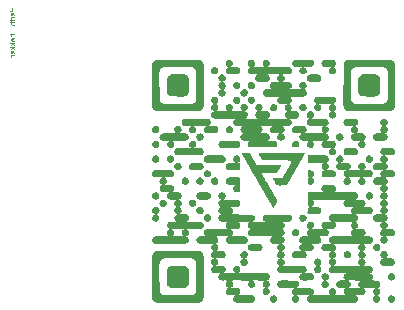
<source format=gbo>
G04*
G04 #@! TF.GenerationSoftware,Altium Limited,Altium Designer,24.2.2 (26)*
G04*
G04 Layer_Color=32896*
%FSLAX44Y44*%
%MOMM*%
G71*
G04*
G04 #@! TF.SameCoordinates,C9C70787-D61E-4D50-BDF8-59307FDF8C79*
G04*
G04*
G04 #@! TF.FilePolarity,Positive*
G04*
G01*
G75*
G36*
X273992Y230198D02*
X274364Y230152D01*
X274737Y229919D01*
X275249Y229639D01*
X275436Y229453D01*
X275529Y229406D01*
X275785Y229197D01*
X276018Y228778D01*
X276250Y228545D01*
X276343Y228312D01*
X276483Y227800D01*
X276576Y227474D01*
X276623Y226962D01*
X276576Y226822D01*
X276530Y226496D01*
X276437Y226263D01*
X276367Y226007D01*
X276320Y225821D01*
X276157Y225565D01*
X276018Y225425D01*
X275971Y225332D01*
X275785Y225006D01*
X275668Y224890D01*
X275575Y224843D01*
X275482Y224750D01*
X275389Y224703D01*
X275156Y224470D01*
X274853Y224354D01*
X274597Y224191D01*
X274527Y223981D01*
X274667Y223749D01*
X274737Y223679D01*
X275342Y223353D01*
X275575Y223120D01*
X275668Y223073D01*
X275878Y222864D01*
X275971Y222631D01*
X276180Y222375D01*
X276250Y222305D01*
X276343Y222072D01*
X276390Y221886D01*
X276576Y221234D01*
X276623Y220768D01*
X276576Y220629D01*
X276530Y220256D01*
X276437Y220023D01*
X276367Y219767D01*
X276250Y219464D01*
X276041Y219208D01*
X275971Y219139D01*
X275738Y218719D01*
X275668Y218650D01*
X275575Y218603D01*
X275319Y218393D01*
X275203Y218277D01*
X274225Y217811D01*
X274039Y217765D01*
X273200Y217718D01*
X273061Y217765D01*
X272595Y217811D01*
X272269Y218044D01*
X271966Y218161D01*
X271710Y218324D01*
X271594Y218393D01*
X271570Y218463D01*
X271477Y218510D01*
X271384Y218603D01*
X271291Y218650D01*
X271082Y218813D01*
X270802Y219325D01*
X270616Y219511D01*
X270523Y219744D01*
X270476Y220070D01*
X270430Y220256D01*
X270336Y220908D01*
X270453Y221630D01*
X270499Y221863D01*
X270546Y222049D01*
X270709Y222305D01*
X270802Y222398D01*
X270849Y222491D01*
X271082Y222910D01*
X271245Y223073D01*
X271338Y223120D01*
X271524Y223306D01*
X271617Y223353D01*
X272222Y223679D01*
X272292Y223749D01*
X272246Y223842D01*
X272176Y223912D01*
X271803Y224005D01*
X270686Y223958D01*
X270546Y224005D01*
X268823Y223958D01*
X266495Y224005D01*
X266262Y224098D01*
X266169Y224144D01*
X266076Y224237D01*
X265377Y224610D01*
X265144Y224843D01*
X265051Y224890D01*
X264958Y224983D01*
X264865Y225029D01*
X264702Y225332D01*
X264492Y225681D01*
X264422Y225704D01*
X264376Y225798D01*
X264283Y226030D01*
X264236Y226217D01*
X264166Y226659D01*
X264143Y227521D01*
X264190Y227660D01*
X264259Y228103D01*
X264306Y228289D01*
X264492Y228568D01*
X264655Y228731D01*
X264772Y229034D01*
X264842Y229104D01*
X264888Y229197D01*
X265051Y229313D01*
X265307Y229523D01*
X265470Y229686D01*
X266169Y230058D01*
X266495Y230198D01*
X266797Y230221D01*
X266821Y230245D01*
X270523Y230221D01*
X273852Y230245D01*
X273992Y230198D01*
D02*
G37*
G36*
X255319D02*
X255691Y230152D01*
X255971Y229965D01*
X256064Y229919D01*
X256087Y229895D01*
X256110Y229872D01*
X256623Y229593D01*
X256809Y229406D01*
X256902Y229360D01*
X257065Y229244D01*
X257251Y228918D01*
X257437Y228731D01*
X257624Y228312D01*
X257740Y228009D01*
X257857Y227753D01*
X257903Y227567D01*
X257926Y226938D01*
X257880Y226519D01*
X257787Y226287D01*
X257670Y226030D01*
X257554Y225728D01*
X257321Y225355D01*
X257158Y225192D01*
X257018Y224959D01*
X256855Y224796D01*
X256762Y224750D01*
X256529Y224517D01*
X255924Y224191D01*
X255598Y224051D01*
X255272Y224005D01*
X254387Y223958D01*
X251291Y223981D01*
X250569Y223958D01*
X250429Y224005D01*
X249917Y223958D01*
X249754Y223795D01*
X249870Y223586D01*
X250173Y223469D01*
X250429Y223306D01*
X250825Y223004D01*
X251011Y222678D01*
X251244Y222445D01*
X251360Y222142D01*
X251617Y221607D01*
X251710Y220955D01*
X251640Y220233D01*
X251547Y220000D01*
X251151Y219185D01*
X250918Y218952D01*
X250778Y218719D01*
X250615Y218556D01*
X250522Y218510D01*
X250336Y218324D01*
X250243Y218277D01*
X249638Y217951D01*
X249312Y217811D01*
X249125Y217765D01*
X248287Y217718D01*
X248147Y217765D01*
X247635Y217811D01*
X247309Y218044D01*
X246704Y218370D01*
X246471Y218603D01*
X246378Y218650D01*
X246075Y218952D01*
X246029Y219045D01*
X245796Y219464D01*
X245703Y219558D01*
X245656Y219651D01*
X245563Y219744D01*
X245470Y220303D01*
X245423Y221048D01*
X245470Y221374D01*
X245540Y221909D01*
X245703Y222165D01*
X245842Y222305D01*
X246122Y222817D01*
X246611Y223306D01*
X246704Y223353D01*
X246937Y223493D01*
X247169Y223586D01*
X247263Y223632D01*
X247332Y223702D01*
X247286Y223888D01*
X247076Y223958D01*
X246890Y224005D01*
X245726Y223958D01*
X245121Y224005D01*
X244981Y223958D01*
X241581Y224005D01*
X241442Y224051D01*
X241116Y224237D01*
X240511Y224564D01*
X240231Y224843D01*
X240138Y224890D01*
X239928Y225099D01*
X239882Y225192D01*
X239742Y225332D01*
X239463Y225844D01*
X239370Y225937D01*
X239277Y226170D01*
X239230Y226496D01*
X239183Y227241D01*
X239230Y227707D01*
X239277Y228079D01*
X239509Y228405D01*
X239789Y228918D01*
X239975Y229104D01*
X240021Y229197D01*
X240184Y229360D01*
X240278Y229406D01*
X240557Y229686D01*
X240650Y229732D01*
X241162Y230012D01*
X241581Y230198D01*
X242466Y230245D01*
X251617Y230221D01*
X255179Y230245D01*
X255319Y230198D01*
D02*
G37*
G36*
X218158D02*
X218578Y229965D01*
X219090Y229686D01*
X219276Y229500D01*
X219369Y229453D01*
X219905Y228918D01*
X219951Y228824D01*
X220184Y228405D01*
X220324Y228266D01*
X220417Y228033D01*
X220464Y227427D01*
X220417Y226124D01*
X220044Y225565D01*
X219858Y225239D01*
X219579Y224959D01*
X219532Y224866D01*
X219369Y224750D01*
X219276Y224657D01*
X219183Y224610D01*
X219090Y224517D01*
X218787Y224401D01*
X218601Y224307D01*
X218554Y224168D01*
X218671Y224051D01*
X219043Y223958D01*
X219649Y224005D01*
X236878Y223958D01*
X237390Y223679D01*
X237810Y223446D01*
X237996Y223260D01*
X238089Y223213D01*
X238438Y222864D01*
X238485Y222771D01*
X238718Y222538D01*
X238811Y222305D01*
X238997Y221979D01*
X239137Y221653D01*
X239183Y221467D01*
X239230Y220629D01*
X239183Y220489D01*
X239137Y220023D01*
X238951Y219697D01*
X238624Y219092D01*
X238392Y218859D01*
X238345Y218766D01*
X238136Y218556D01*
X238042Y218510D01*
X237810Y218277D01*
X237717Y218230D01*
X237111Y217904D01*
X236878Y217811D01*
X236552Y217765D01*
X235668Y217718D01*
X231407Y217742D01*
X231220Y217695D01*
X231081Y217602D01*
X231127Y217416D01*
X231244Y217299D01*
X231430Y217253D01*
X231756Y217066D01*
X231849Y216973D01*
X231942Y216927D01*
X232105Y216764D01*
X232152Y216670D01*
X232338Y216484D01*
X232385Y216391D01*
X232478Y216298D01*
X232571Y216065D01*
X232617Y215972D01*
X232850Y215646D01*
X232943Y215273D01*
X232990Y214482D01*
X232943Y214342D01*
X232897Y213737D01*
X232571Y213225D01*
X232338Y212805D01*
X232152Y212619D01*
X232105Y212526D01*
X231896Y212316D01*
X231803Y212270D01*
X231663Y212130D01*
X231570Y212084D01*
X231477Y211991D01*
X231057Y211758D01*
X231034Y211641D01*
X231151Y211525D01*
X231477Y211478D01*
X232082Y211525D01*
X236878Y211478D01*
X237018Y211432D01*
X237344Y211245D01*
X237437Y211152D01*
X237949Y210873D01*
X238136Y210687D01*
X238229Y210640D01*
X238299Y210570D01*
X238345Y210477D01*
X238485Y210337D01*
X238531Y210244D01*
X238718Y210058D01*
X238857Y209732D01*
X238904Y209639D01*
X239090Y209359D01*
X239183Y208987D01*
X239230Y208242D01*
X239183Y208056D01*
X239137Y207543D01*
X238904Y207171D01*
X238624Y206659D01*
X238485Y206519D01*
X238438Y206426D01*
X238229Y206170D01*
X238136Y206077D01*
X237903Y205937D01*
X237670Y205704D01*
X237251Y205471D01*
X237227Y205401D01*
X237297Y205331D01*
X237623Y205238D01*
X238368Y205285D01*
X247146Y205262D01*
X247309Y205331D01*
X247379Y205401D01*
X247332Y205494D01*
X247216Y205611D01*
X247030Y205657D01*
X246774Y205867D01*
X246611Y206030D01*
X246518Y206077D01*
X245982Y206612D01*
X245866Y206915D01*
X245749Y207031D01*
X245703Y207124D01*
X245609Y207217D01*
X245516Y207450D01*
X245470Y208056D01*
X245423Y208242D01*
X245470Y209173D01*
X245516Y209313D01*
X245563Y209499D01*
X245772Y209755D01*
X246122Y210384D01*
X246285Y210547D01*
X246378Y210593D01*
X246494Y210710D01*
X246541Y210803D01*
X246611Y210873D01*
X246704Y210919D01*
X247216Y211199D01*
X247356Y211339D01*
X247589Y211432D01*
X247915Y211478D01*
X248799Y211525D01*
X248939Y211478D01*
X249544Y211432D01*
X249870Y211199D01*
X250150Y211013D01*
X250289Y210966D01*
X250546Y210756D01*
X250918Y210384D01*
X250965Y210291D01*
X251174Y210035D01*
X251244Y209965D01*
X251337Y209732D01*
X251617Y209127D01*
X251663Y208940D01*
X251710Y208335D01*
X251663Y207869D01*
X251617Y207683D01*
X251337Y207078D01*
X251151Y206752D01*
X251081Y206635D01*
X251011Y206612D01*
X250965Y206519D01*
X250732Y206193D01*
X250615Y206077D01*
X250383Y205937D01*
X250243Y205797D01*
X250150Y205751D01*
X249917Y205657D01*
X249614Y205541D01*
X249521Y205494D01*
X249498Y205378D01*
X249614Y205215D01*
X249777Y205052D01*
X249870Y205005D01*
X250010Y204866D01*
X250429Y204633D01*
X250615Y204447D01*
X250709Y204400D01*
X250778Y204330D01*
X250825Y204237D01*
X250918Y204144D01*
X250965Y204051D01*
X251197Y203818D01*
X251337Y203492D01*
X251617Y202887D01*
X251663Y202701D01*
X251710Y202095D01*
X251663Y201629D01*
X251523Y201257D01*
X251291Y200745D01*
X251244Y200651D01*
X251035Y200395D01*
X250965Y200326D01*
X250778Y200000D01*
X250615Y199837D01*
X250289Y199650D01*
X250150Y199511D01*
X250057Y199464D01*
X249731Y199324D01*
X249218Y199091D01*
X249032Y199045D01*
X248287Y198998D01*
X237833Y199022D01*
X237600Y198975D01*
X237460Y198882D01*
X237437Y198766D01*
X237530Y198579D01*
X237763Y198486D01*
X238089Y198300D01*
X238252Y198183D01*
X238299Y198090D01*
X238392Y197997D01*
X238438Y197904D01*
X238671Y197671D01*
X238718Y197578D01*
X239183Y196600D01*
X239230Y195716D01*
X239183Y195576D01*
X239137Y195110D01*
X238951Y194784D01*
X238624Y194179D01*
X238438Y193993D01*
X238392Y193899D01*
X238182Y193643D01*
X237740Y193341D01*
X237670Y193271D01*
X237577Y193224D01*
X237437Y193178D01*
X237251Y193131D01*
X236948Y192968D01*
X236971Y192805D01*
X237064Y192759D01*
X237507Y192456D01*
X237577Y192386D01*
X237670Y192339D01*
X238089Y192106D01*
X238252Y191944D01*
X238299Y191850D01*
X238392Y191757D01*
X238438Y191664D01*
X238671Y191431D01*
X238718Y191338D01*
X239183Y190360D01*
X239230Y189522D01*
X239183Y189382D01*
X239137Y188870D01*
X238904Y188498D01*
X238811Y188265D01*
X238764Y188172D01*
X238531Y187846D01*
X238438Y187753D01*
X238392Y187659D01*
X238182Y187403D01*
X237763Y187171D01*
X237647Y187008D01*
X237321Y186681D01*
X237344Y186612D01*
X237530Y186565D01*
X238136Y186612D01*
X242746Y186565D01*
X242885Y186518D01*
X243328Y186449D01*
X243630Y186332D01*
X243863Y186099D01*
X244375Y185820D01*
X244538Y185657D01*
X244585Y185564D01*
X244795Y185308D01*
X244865Y185238D01*
X244911Y185145D01*
X245004Y185052D01*
X245121Y184749D01*
X245330Y184353D01*
X245423Y184027D01*
X245470Y183422D01*
X245400Y182840D01*
X245353Y182654D01*
X245144Y182304D01*
X245027Y182002D01*
X244865Y181745D01*
X244678Y181559D01*
X244492Y181233D01*
X244375Y181117D01*
X243956Y180884D01*
X243817Y180744D01*
X243724Y180698D01*
X243491Y180605D01*
X242746Y180372D01*
X242140Y180325D01*
X237623Y180279D01*
X237554Y180209D01*
X237600Y179883D01*
X237670Y179813D01*
X238252Y179510D01*
X238299Y179417D01*
X238624Y178998D01*
X238718Y178905D01*
X238857Y178579D01*
X239044Y178253D01*
X239137Y178020D01*
X239183Y177834D01*
X239230Y176996D01*
X239183Y176856D01*
X239137Y176437D01*
X238951Y176111D01*
X238601Y175436D01*
X238531Y175412D01*
X238485Y175319D01*
X238392Y175226D01*
X238345Y175133D01*
X238136Y174877D01*
X237717Y174644D01*
X237460Y174435D01*
X237251Y174365D01*
X237064Y174318D01*
X236739Y174225D01*
X236552Y174178D01*
X235900Y174085D01*
X231337Y174039D01*
X231314Y173829D01*
X231523Y173573D01*
X231616Y173480D01*
X231803Y173433D01*
X232059Y173224D01*
X232385Y172805D01*
X232711Y172199D01*
X232850Y171966D01*
X232943Y171640D01*
X232990Y170802D01*
X232943Y170663D01*
X232897Y170150D01*
X232617Y169685D01*
X232338Y169172D01*
X232105Y168940D01*
X232059Y168846D01*
X231896Y168637D01*
X231383Y168358D01*
X231244Y168218D01*
X230801Y168055D01*
X230662Y167962D01*
X230708Y167775D01*
X230778Y167706D01*
X231034Y167636D01*
X231267Y167543D01*
X231430Y167426D01*
X231709Y167240D01*
X231942Y167100D01*
X232105Y166937D01*
X232152Y166844D01*
X232361Y166588D01*
X232478Y166472D01*
X232571Y166239D01*
X232804Y165820D01*
X232897Y165587D01*
X232943Y165401D01*
X232990Y164562D01*
X232943Y164423D01*
X232897Y163910D01*
X232571Y163398D01*
X232524Y163212D01*
X232198Y162793D01*
X232105Y162700D01*
X232059Y162607D01*
X231966Y162513D01*
X231919Y162420D01*
X231383Y162118D01*
X231290Y162024D01*
X231197Y161978D01*
X231104Y161885D01*
X230079Y161698D01*
X229195Y161745D01*
X229055Y161792D01*
X228706Y161861D01*
X228543Y161931D01*
X228287Y162141D01*
X228217Y162211D01*
X227705Y162490D01*
X227518Y162770D01*
X227262Y163026D01*
X226890Y163724D01*
X226750Y164050D01*
X226703Y164935D01*
X226773Y165564D01*
X226820Y165750D01*
X227006Y166029D01*
X227355Y166658D01*
X227542Y166844D01*
X227588Y166937D01*
X227798Y167147D01*
X228217Y167380D01*
X228426Y167729D01*
X228450Y167845D01*
X228263Y167892D01*
X226657Y167869D01*
X223397Y167915D01*
X222885Y168008D01*
X222699Y168055D01*
X222466Y168101D01*
X222233Y168195D01*
X222024Y168404D01*
X221930Y168451D01*
X221511Y168683D01*
X221395Y168800D01*
X221348Y168893D01*
X221139Y169149D01*
X221069Y169219D01*
X221022Y169312D01*
X220929Y169405D01*
X220813Y169708D01*
X220557Y170197D01*
X220510Y170383D01*
X220464Y170989D01*
X220510Y171780D01*
X220696Y172106D01*
X221069Y172805D01*
X221255Y172991D01*
X221302Y173084D01*
X221511Y173340D01*
X222024Y173620D01*
X222140Y173876D01*
X222117Y174039D01*
X221930Y174085D01*
X212664Y174039D01*
X212594Y173969D01*
X212640Y173829D01*
X212780Y173596D01*
X212850Y173526D01*
X213269Y173294D01*
X213479Y173084D01*
X213502Y173014D01*
X213572Y172991D01*
X213618Y172898D01*
X213711Y172805D01*
X213991Y172292D01*
X214084Y172199D01*
X214177Y171873D01*
X214224Y171408D01*
X214247Y170965D01*
X214200Y170313D01*
X214154Y170081D01*
X214061Y169848D01*
X213804Y169498D01*
X213572Y169079D01*
X213339Y168846D01*
X213292Y168753D01*
X213222Y168683D01*
X213129Y168637D01*
X212710Y168404D01*
X212640Y168195D01*
X212687Y168008D01*
X212943Y167938D01*
X213804Y167962D01*
X214107Y167938D01*
X214247Y167985D01*
X215690Y167938D01*
X217926Y167892D01*
X218252Y167752D01*
X218438Y167706D01*
X218810Y167566D01*
X219067Y167356D01*
X219136Y167286D01*
X219462Y167100D01*
X219625Y166937D01*
X219672Y166844D01*
X219951Y166565D01*
X220231Y166052D01*
X220417Y165633D01*
X220464Y165168D01*
X220417Y163864D01*
X220231Y163538D01*
X220138Y163445D01*
X219812Y162839D01*
X219532Y162560D01*
X219509Y162490D01*
X219416Y162444D01*
X218904Y162164D01*
X218834Y161955D01*
X218880Y161815D01*
X219090Y161745D01*
X219276Y161698D01*
X220301Y161745D01*
X224072Y161698D01*
X224538Y161512D01*
X225120Y161303D01*
X225330Y161093D01*
X225423Y161047D01*
X225772Y160837D01*
X225819Y160744D01*
X226028Y160488D01*
X226191Y160325D01*
X226517Y159719D01*
X226657Y159394D01*
X226703Y159067D01*
X226657Y157670D01*
X226471Y157345D01*
X226331Y157112D01*
X226098Y156693D01*
X225935Y156530D01*
X225842Y156483D01*
X225749Y156390D01*
X225330Y156204D01*
X224841Y156180D01*
X208263Y156227D01*
X208053Y156250D01*
X207914Y156204D01*
X205259D01*
X203327Y156180D01*
X203141Y156227D01*
X202605Y156530D01*
X202535Y156600D01*
X202489Y156693D01*
X202256Y156925D01*
X202209Y157019D01*
X202070Y157345D01*
X201837Y157857D01*
X201790Y158183D01*
X201744Y158369D01*
X201790Y159161D01*
X202070Y159766D01*
X202186Y160069D01*
X202256Y160138D01*
X202302Y160232D01*
X202489Y160418D01*
X202675Y160744D01*
X202792Y160860D01*
X203211Y161093D01*
X203327Y161210D01*
X203374Y161303D01*
X203630Y161559D01*
X203699Y161582D01*
X203676Y161652D01*
X203490Y161698D01*
X202745Y161652D01*
X198274Y161698D01*
X198135Y161745D01*
X197809Y161792D01*
X197623Y161838D01*
X197320Y161955D01*
X197064Y162211D01*
X196645Y162444D01*
X196342Y162746D01*
X196295Y162839D01*
X196063Y163165D01*
X195923Y163305D01*
X195760Y163747D01*
X195667Y163980D01*
X195550Y164376D01*
X195504Y164842D01*
X195574Y165331D01*
X195760Y165796D01*
X195946Y166309D01*
X196202Y166565D01*
X196249Y166658D01*
X196552Y167100D01*
X196971Y167333D01*
X197227Y167543D01*
X197436Y167612D01*
X197739Y167729D01*
X197879Y167869D01*
X197832Y167962D01*
X197762Y168032D01*
X197529Y168125D01*
X197204Y168311D01*
X196877Y168544D01*
X196552Y168730D01*
X196435Y168846D01*
X196389Y168940D01*
X196063Y169359D01*
X195876Y169638D01*
X195667Y170220D01*
X195597Y170430D01*
X195550Y170616D01*
X195504Y170942D01*
X195550Y171501D01*
X195597Y171640D01*
X195783Y172106D01*
X195923Y172479D01*
X196132Y172735D01*
X196249Y172851D01*
X196435Y173177D01*
X196598Y173340D01*
X197087Y173596D01*
X197134Y173689D01*
X197227Y173922D01*
X197180Y174062D01*
X192337Y174109D01*
X192058Y174155D01*
X191685Y174248D01*
X191173Y174388D01*
X190917Y174551D01*
X190731Y174737D01*
X190312Y174970D01*
X190149Y175133D01*
X189916Y175552D01*
X189683Y175785D01*
X189590Y176018D01*
X189380Y176600D01*
X189334Y176786D01*
X189287Y177205D01*
X189264Y177229D01*
X189310Y177368D01*
X189357Y177880D01*
X189497Y178206D01*
X189660Y178649D01*
X189776Y178812D01*
X189962Y178998D01*
X190195Y179417D01*
X190544Y179673D01*
X190870Y179860D01*
X190940Y179929D01*
X190987Y180116D01*
X190940Y180255D01*
X190731Y180325D01*
X173268Y180372D01*
X173035Y180465D01*
X172709Y180558D01*
X172267Y180721D01*
X171964Y181024D01*
X171638Y181210D01*
X171429Y181420D01*
X171382Y181513D01*
X171289Y181606D01*
X171103Y181932D01*
X170917Y182118D01*
X170823Y182444D01*
X170777Y182630D01*
X170707Y182933D01*
X170660Y183166D01*
X170637Y183794D01*
X170684Y183934D01*
X170754Y184237D01*
X170800Y184423D01*
X170847Y184656D01*
X170940Y184889D01*
X171196Y185145D01*
X171382Y185471D01*
X171871Y185960D01*
X172197Y186146D01*
X172290Y186239D01*
X172383Y186286D01*
X172896Y186565D01*
X172919Y186728D01*
X172849Y186798D01*
X172477Y186891D01*
X172151Y187077D01*
X172011Y187217D01*
X171918Y187264D01*
X171499Y187590D01*
X171382Y187706D01*
X171336Y187799D01*
X171033Y188242D01*
X170917Y188358D01*
X170823Y188591D01*
X170754Y188987D01*
X170707Y189173D01*
X170660Y189406D01*
X170637Y190034D01*
X170684Y190174D01*
X170754Y190477D01*
X170800Y190663D01*
X170847Y190896D01*
X170917Y191059D01*
X171126Y191315D01*
X171196Y191385D01*
X171382Y191711D01*
X171871Y192200D01*
X172197Y192386D01*
X172523Y192619D01*
X172849Y192805D01*
X172919Y192875D01*
X172872Y192968D01*
X172756Y193084D01*
X172453Y193154D01*
X172220Y193247D01*
X172104Y193364D01*
X172011Y193410D01*
X171871Y193550D01*
X171638Y193690D01*
X171545Y193783D01*
X171475Y193806D01*
X171429Y193899D01*
X171336Y193993D01*
X171103Y194412D01*
X170870Y194644D01*
X170800Y194947D01*
X170660Y195646D01*
X170637Y196274D01*
X170684Y196414D01*
X170754Y196717D01*
X170800Y196903D01*
X170847Y197136D01*
X171080Y197508D01*
X171196Y197625D01*
X171382Y197951D01*
X171871Y198440D01*
X172290Y198672D01*
X172383Y198766D01*
X172477Y198812D01*
X172709Y198905D01*
X172896Y198952D01*
X173361Y198998D01*
X173548Y199045D01*
X174432Y198998D01*
X174572Y198952D01*
X174898Y198905D01*
X175224Y198672D01*
X175317Y198579D01*
X175736Y198347D01*
X176179Y197904D01*
X176365Y197578D01*
X176551Y197392D01*
X176644Y197159D01*
X176714Y196856D01*
X176761Y196670D01*
X176877Y196274D01*
X176831Y195389D01*
X176784Y195250D01*
X176691Y194924D01*
X176621Y194668D01*
X176458Y194412D01*
X176272Y194225D01*
X176039Y193806D01*
X175876Y193643D01*
X175550Y193457D01*
X175410Y193317D01*
X175317Y193271D01*
X174991Y193131D01*
X174688Y193015D01*
X174595Y192922D01*
X174642Y192828D01*
X174712Y192759D01*
X174805Y192712D01*
X175131Y192526D01*
X175224Y192432D01*
X175317Y192386D01*
X175410Y192293D01*
X175736Y192106D01*
X176179Y191664D01*
X176365Y191338D01*
X176598Y191105D01*
X176668Y190849D01*
X176714Y190616D01*
X176761Y190430D01*
X176877Y190034D01*
X176831Y189150D01*
X176737Y188917D01*
X176621Y188428D01*
X176435Y188148D01*
X176272Y187985D01*
X176039Y187566D01*
X175876Y187450D01*
X175434Y187147D01*
X175340Y187054D01*
X175294Y186961D01*
X175084Y186751D01*
X174991Y186705D01*
X174968Y186635D01*
X175177Y186565D01*
X175783Y186612D01*
X183257Y186588D01*
X184584Y186612D01*
X184724Y186565D01*
X184956Y186612D01*
X185026Y186681D01*
X184956Y186751D01*
X184863Y186798D01*
X184700Y186914D01*
X184654Y187008D01*
X184561Y187101D01*
X184514Y187194D01*
X184235Y187380D01*
X183979Y187543D01*
X183862Y187659D01*
X183629Y188078D01*
X183443Y188265D01*
X183350Y188498D01*
X183303Y188684D01*
X183117Y189289D01*
X183071Y189615D01*
X183117Y190221D01*
X183210Y190453D01*
X183303Y190779D01*
X183350Y190966D01*
X183536Y191292D01*
X183722Y191478D01*
X183909Y191804D01*
X184025Y191920D01*
X184118Y191967D01*
X184165Y192060D01*
X184258Y192106D01*
X184351Y192200D01*
X184677Y192386D01*
X184933Y192596D01*
X185143Y192665D01*
X185329Y192712D01*
X185818Y192782D01*
X186633Y192805D01*
X186772Y192759D01*
X187215Y192689D01*
X187401Y192642D01*
X187657Y192479D01*
X187797Y192339D01*
X188216Y192106D01*
X188659Y191664D01*
X188891Y191245D01*
X189078Y191059D01*
X189171Y190733D01*
X189310Y189941D01*
X189264Y189103D01*
X189217Y188963D01*
X189147Y188568D01*
X189078Y188405D01*
X188868Y188148D01*
X188798Y188078D01*
X188565Y187659D01*
X188402Y187496D01*
X188309Y187450D01*
X188216Y187357D01*
X187983Y187217D01*
X187774Y187008D01*
X187727Y186914D01*
X187611Y186798D01*
X187518Y186751D01*
X187448Y186681D01*
X187494Y186588D01*
X187844Y186565D01*
X187983Y186612D01*
X197367Y186588D01*
X197460Y186635D01*
X197413Y186728D01*
X197343Y186798D01*
X197250Y186845D01*
X197134Y186961D01*
X197087Y187054D01*
X196877Y187264D01*
X196784Y187310D01*
X196458Y187496D01*
X196389Y187566D01*
X196156Y187985D01*
X195970Y188172D01*
X195923Y188265D01*
X195830Y188498D01*
X195713Y188800D01*
X195620Y189033D01*
X195550Y189289D01*
X195504Y189895D01*
X195620Y190384D01*
X195807Y190849D01*
X195853Y191035D01*
X196039Y191362D01*
X196132Y191408D01*
X196319Y191687D01*
X196435Y191850D01*
X196738Y192153D01*
X196831Y192200D01*
X197157Y192386D01*
X197343Y192572D01*
X197576Y192665D01*
X197902Y192712D01*
X198088Y192759D01*
X198554Y192805D01*
X199392Y192759D01*
X199532Y192712D01*
X199834Y192642D01*
X199998Y192572D01*
X200184Y192386D01*
X200277Y192339D01*
X200696Y192106D01*
X200812Y191990D01*
X200859Y191897D01*
X200929Y191827D01*
X201022Y191781D01*
X201138Y191664D01*
X201418Y191152D01*
X201558Y191012D01*
X201651Y190779D01*
X201697Y190453D01*
X201744Y190267D01*
X201790Y189662D01*
X201720Y189080D01*
X201627Y188568D01*
X201464Y188311D01*
X201278Y188125D01*
X201231Y187939D01*
X201138Y187846D01*
X201092Y187753D01*
X200696Y187357D01*
X200603Y187310D01*
X200347Y187101D01*
X200277Y187031D01*
X200184Y186984D01*
X199951Y186891D01*
X199648Y186821D01*
X199508Y186728D01*
X199532Y186565D01*
X199625Y186518D01*
X200044Y186286D01*
X200370Y186053D01*
X200463Y186006D01*
X200789Y185774D01*
X200859Y185704D01*
X200905Y185611D01*
X201068Y185494D01*
X201138Y185424D01*
X201185Y185331D01*
X201418Y184912D01*
X201558Y184772D01*
X201651Y184540D01*
X201697Y184214D01*
X201744Y184027D01*
X201790Y183422D01*
X201720Y182840D01*
X201627Y182327D01*
X201511Y182165D01*
X201418Y182071D01*
X201371Y181978D01*
X201278Y181885D01*
X201185Y181652D01*
X200975Y181396D01*
X200742Y181163D01*
X200649Y181117D01*
X200323Y180884D01*
X200254Y180814D01*
X200067Y180488D01*
X200021Y180442D01*
X200091Y180372D01*
X209776Y180418D01*
X209800Y180442D01*
X209613Y180721D01*
X209567Y180814D01*
X209357Y181024D01*
X208938Y181257D01*
X208868Y181326D01*
X208682Y181652D01*
X208496Y181839D01*
X208449Y181932D01*
X208310Y182258D01*
X208030Y182863D01*
X207984Y183608D01*
X208030Y184167D01*
X208566Y185215D01*
X208636Y185238D01*
X208682Y185331D01*
X208822Y185471D01*
X208868Y185564D01*
X209078Y185820D01*
X209171Y185913D01*
X209590Y186146D01*
X209916Y186379D01*
X210265Y186542D01*
X210312Y186681D01*
X210196Y186798D01*
X209613Y187008D01*
X209497Y187124D01*
X209404Y187171D01*
X209311Y187264D01*
X208985Y187450D01*
X208868Y187566D01*
X208682Y187892D01*
X208449Y188125D01*
X208263Y188591D01*
X208216Y188684D01*
X208030Y189103D01*
X207984Y189708D01*
X208030Y190360D01*
X208356Y191059D01*
X208542Y191385D01*
X208729Y191571D01*
X208775Y191664D01*
X209101Y192083D01*
X209683Y192432D01*
X209870Y192619D01*
X210242Y192712D01*
X210731Y192782D01*
X211546Y192805D01*
X211686Y192759D01*
X212128Y192689D01*
X212314Y192642D01*
X212594Y192456D01*
X212710Y192339D01*
X213222Y192060D01*
X213292Y191990D01*
X213339Y191897D01*
X213665Y191571D01*
X213944Y191059D01*
X214130Y190779D01*
X214224Y190221D01*
X214177Y188777D01*
X213944Y188358D01*
X213851Y188265D01*
X213618Y187846D01*
X213432Y187659D01*
X213385Y187566D01*
X213222Y187403D01*
X213129Y187357D01*
X212803Y187124D01*
X212687Y186961D01*
X212524Y186798D01*
X212431Y186751D01*
X212361Y186681D01*
X212477Y186565D01*
X213641Y186612D01*
X217833Y186565D01*
X217972Y186518D01*
X218368Y186449D01*
X218554Y186402D01*
X218810Y186239D01*
X218950Y186099D01*
X219462Y185820D01*
X219532Y185750D01*
X219579Y185657D01*
X219905Y185331D01*
X220231Y184726D01*
X220370Y184493D01*
X220417Y184307D01*
X220464Y183981D01*
X220417Y182537D01*
X220231Y182211D01*
X220138Y182118D01*
X220091Y182025D01*
X219858Y181606D01*
X219625Y181373D01*
X219579Y181280D01*
X219462Y181163D01*
X219369Y181117D01*
X219043Y180931D01*
X218857Y180651D01*
X218741Y180442D01*
X218810Y180372D01*
X220976Y180395D01*
X226447Y180372D01*
X226587Y180418D01*
X228450Y180372D01*
X233130Y180395D01*
X234643Y180372D01*
X234713Y180442D01*
X234666Y180535D01*
X234433Y180861D01*
X234410Y180931D01*
X234317Y180977D01*
X233991Y181163D01*
X233828Y181326D01*
X233782Y181420D01*
X233502Y181699D01*
X233176Y182304D01*
X233036Y182630D01*
X232990Y182817D01*
X232943Y183701D01*
X232990Y184167D01*
X233060Y184423D01*
X233293Y184796D01*
X233409Y185052D01*
X233456Y185145D01*
X233689Y185471D01*
X233921Y185704D01*
X233968Y185797D01*
X234084Y185913D01*
X234597Y186193D01*
X234690Y186286D01*
X234783Y186332D01*
X235202Y186565D01*
X235225Y186728D01*
X235155Y186798D01*
X234829Y186891D01*
X234527Y187008D01*
X234364Y187171D01*
X234270Y187217D01*
X233945Y187450D01*
X233828Y187566D01*
X233782Y187659D01*
X233502Y187939D01*
X233176Y188544D01*
X233036Y188870D01*
X232990Y189056D01*
X232943Y189941D01*
X232990Y190407D01*
X233060Y190663D01*
X233293Y191035D01*
X233595Y191571D01*
X233689Y191664D01*
X233735Y191757D01*
X233921Y191944D01*
X233968Y192037D01*
X234038Y192106D01*
X234270Y192200D01*
X234597Y192386D01*
X234666Y192456D01*
X234620Y192689D01*
X234410Y192759D01*
X234084Y192805D01*
X233479Y192759D01*
X229335Y192805D01*
X229195Y192852D01*
X228776Y193038D01*
X228473Y193154D01*
X228310Y193224D01*
X228054Y193434D01*
X227984Y193504D01*
X227891Y193550D01*
X227635Y193760D01*
X227542Y193853D01*
X227495Y193946D01*
X227262Y194179D01*
X226936Y194784D01*
X226797Y195110D01*
X226750Y195296D01*
X226703Y195902D01*
X226750Y196740D01*
X226983Y197159D01*
X227262Y197671D01*
X227472Y197927D01*
X227635Y198090D01*
X227681Y198183D01*
X227844Y198347D01*
X228263Y198533D01*
X228357Y198579D01*
X228473Y198696D01*
X228426Y198929D01*
X228217Y198998D01*
X227844Y199045D01*
X227705Y198998D01*
X216808Y199045D01*
X216575Y199138D01*
X216063Y199371D01*
X215644Y199604D01*
X215458Y199790D01*
X215155Y199953D01*
X215108Y200046D01*
X214782Y200465D01*
X214270Y201536D01*
X214224Y202142D01*
X214270Y202887D01*
X214782Y203865D01*
X214969Y204051D01*
X215015Y204144D01*
X215108Y204237D01*
X215155Y204330D01*
X215458Y204633D01*
X215551Y204680D01*
X215970Y204912D01*
X216156Y205099D01*
X216482Y205192D01*
X216808Y205238D01*
X217693Y205285D01*
X222187Y205262D01*
X222419Y205355D01*
X222373Y205541D01*
X221977Y205751D01*
X221744Y205983D01*
X221651Y206030D01*
X221395Y206239D01*
X221302Y206333D01*
X221255Y206426D01*
X221022Y206659D01*
X220976Y206752D01*
X220650Y207357D01*
X220557Y207590D01*
X220510Y207776D01*
X220464Y208242D01*
X220510Y209173D01*
X220743Y209592D01*
X221069Y210198D01*
X221348Y210477D01*
X221395Y210570D01*
X221651Y210826D01*
X221744Y210873D01*
X221837Y210966D01*
X222349Y211245D01*
X222489Y211385D01*
X222792Y211455D01*
X223304Y211502D01*
X227938Y211525D01*
X228077Y211478D01*
X228496Y211525D01*
X228659Y211641D01*
X228613Y211781D01*
X228543Y211851D01*
X228310Y211944D01*
X228217Y211991D01*
X227961Y212200D01*
X227844Y212316D01*
X227751Y212363D01*
X227495Y212619D01*
X227449Y212712D01*
X227216Y212945D01*
X226936Y213457D01*
X226797Y213783D01*
X226750Y213970D01*
X226703Y214575D01*
X226750Y215413D01*
X226797Y215553D01*
X226936Y215786D01*
X227123Y216065D01*
X227216Y216298D01*
X227425Y216554D01*
X227542Y216670D01*
X227588Y216764D01*
X227844Y217020D01*
X227938Y217066D01*
X228217Y217253D01*
X228473Y217322D01*
X228613Y217462D01*
X228566Y217602D01*
X228450Y217718D01*
X227984Y217765D01*
X227658Y217718D01*
X218973Y217742D01*
X218741Y217695D01*
X218601Y217555D01*
X218647Y217416D01*
X218764Y217299D01*
X219020Y217229D01*
X219276Y217066D01*
X219532Y216857D01*
X219812Y216577D01*
X219858Y216484D01*
X219951Y216391D01*
X220231Y215879D01*
X220324Y215786D01*
X220417Y215553D01*
X220464Y215087D01*
X220417Y213690D01*
X220231Y213364D01*
X220091Y213225D01*
X219812Y212712D01*
X219416Y212316D01*
X219323Y212270D01*
X219090Y212037D01*
X218997Y211991D01*
X218112Y211571D01*
X217926Y211525D01*
X217320Y211478D01*
X210522Y211525D01*
X210382Y211571D01*
X209404Y212084D01*
X209264Y212223D01*
X209171Y212270D01*
X208868Y212479D01*
X208682Y212805D01*
X208449Y213038D01*
X208263Y213504D01*
X208216Y213597D01*
X208030Y214016D01*
X207984Y214622D01*
X208030Y215320D01*
X208403Y216112D01*
X208449Y216205D01*
X208659Y216461D01*
X208775Y216577D01*
X208915Y216810D01*
X209078Y216973D01*
X209171Y217020D01*
X209264Y217113D01*
X209590Y217253D01*
X209823Y217392D01*
X209893Y217462D01*
X209846Y217602D01*
X209730Y217718D01*
X209264Y217765D01*
X208938Y217718D01*
X207937Y217742D01*
X204701Y217718D01*
X204561Y217765D01*
X204049Y217811D01*
X203723Y217998D01*
X203117Y218324D01*
X202885Y218556D01*
X202792Y218603D01*
X202628Y218719D01*
X202582Y218813D01*
X202349Y219139D01*
X202209Y219278D01*
X202116Y219511D01*
X202000Y219814D01*
X201883Y220070D01*
X201790Y220396D01*
X201744Y220861D01*
X201790Y221467D01*
X202023Y221979D01*
X202116Y222212D01*
X202302Y222538D01*
X202442Y222678D01*
X202489Y222771D01*
X202745Y223120D01*
X202838Y223167D01*
X203094Y223376D01*
X203211Y223493D01*
X203443Y223586D01*
X203536Y223632D01*
X203793Y223842D01*
X203816Y224051D01*
X203723Y224237D01*
X203630Y224284D01*
X203117Y224564D01*
X202885Y224796D01*
X202792Y224843D01*
X202628Y224959D01*
X202582Y225053D01*
X202349Y225378D01*
X202209Y225518D01*
X202023Y225984D01*
X201837Y226403D01*
X201744Y226962D01*
X201790Y227707D01*
X202023Y228219D01*
X202116Y228452D01*
X202302Y228778D01*
X202489Y228964D01*
X202675Y229290D01*
X202745Y229360D01*
X202838Y229406D01*
X203094Y229616D01*
X203211Y229732D01*
X203443Y229825D01*
X203536Y229872D01*
X203909Y230105D01*
X204282Y230198D01*
X204887Y230245D01*
X205679Y230198D01*
X206098Y229965D01*
X206703Y229639D01*
X206982Y229360D01*
X207076Y229313D01*
X207378Y229011D01*
X207425Y228918D01*
X207658Y228498D01*
X207844Y228312D01*
X207937Y227986D01*
X207984Y227381D01*
X208007Y226985D01*
X207960Y226426D01*
X207890Y225984D01*
X207797Y225891D01*
X207751Y225798D01*
X207565Y225611D01*
X207448Y225309D01*
X207378Y225239D01*
X207332Y225146D01*
X206936Y224750D01*
X206843Y224703D01*
X206750Y224610D01*
X206656Y224564D01*
X206144Y224284D01*
X206121Y224121D01*
X206191Y224051D01*
X206377Y224005D01*
X206703Y223958D01*
X206889Y224005D01*
X208263Y223981D01*
X215458Y224005D01*
X215597Y223958D01*
X215970Y224005D01*
X216133Y224121D01*
X216156Y224237D01*
X216110Y224331D01*
X216016Y224377D01*
X215784Y224470D01*
X215690Y224517D01*
X215155Y224913D01*
X215108Y225006D01*
X215015Y225099D01*
X214969Y225192D01*
X214736Y225425D01*
X214596Y225751D01*
X214550Y225844D01*
X214270Y226450D01*
X214224Y227055D01*
X214270Y227800D01*
X214829Y228871D01*
X215015Y229057D01*
X215062Y229150D01*
X215225Y229360D01*
X215318Y229406D01*
X215574Y229616D01*
X215690Y229732D01*
X216296Y230058D01*
X216529Y230152D01*
X216715Y230198D01*
X217320Y230245D01*
X218158Y230198D01*
D02*
G37*
G36*
X261419Y217718D02*
X261978Y217672D01*
X262420Y217369D01*
X262816Y217159D01*
X263049Y216927D01*
X263142Y216880D01*
X263398Y216624D01*
X263538Y216391D01*
X263724Y216205D01*
X263817Y215972D01*
X263980Y215530D01*
X264073Y215297D01*
X264143Y215041D01*
X264097Y214016D01*
X263910Y213597D01*
X263747Y213155D01*
X263677Y213085D01*
X263631Y212992D01*
X263445Y212805D01*
X263258Y212479D01*
X263142Y212363D01*
X262909Y212223D01*
X262723Y212037D01*
X262630Y211991D01*
X261745Y211571D01*
X261559Y211525D01*
X260814Y211478D01*
X257624Y211502D01*
X256343Y211478D01*
X256297D01*
X254108Y211525D01*
X253968Y211571D01*
X253549Y211804D01*
X253316Y211897D01*
X253223Y211944D01*
X252967Y212153D01*
X252897Y212223D01*
X252804Y212270D01*
X252711Y212363D01*
X252618Y212410D01*
X252315Y212712D01*
X252269Y212805D01*
X252036Y213225D01*
X251849Y213411D01*
X251756Y213737D01*
X251663Y214668D01*
X251733Y215390D01*
X251780Y215669D01*
X252012Y216042D01*
X252082Y216112D01*
X252362Y216624D01*
X252525Y216787D01*
X252618Y216833D01*
X252990Y217206D01*
X253596Y217532D01*
X254015Y217718D01*
X255179Y217765D01*
X257950Y217742D01*
X261279Y217765D01*
X261419Y217718D01*
D02*
G37*
G36*
X187005Y230198D02*
X187331Y230012D01*
X187937Y229686D01*
X188193Y229476D01*
X188309Y229360D01*
X188402Y229313D01*
X188612Y229150D01*
X188891Y228638D01*
X189031Y228498D01*
X189078Y228405D01*
X189171Y228172D01*
X189241Y227777D01*
X189287Y227544D01*
X189310Y226682D01*
X189264Y226543D01*
X189101Y225821D01*
X189031Y225751D01*
X188985Y225658D01*
X188798Y225472D01*
X188519Y224959D01*
X187937Y224517D01*
X187634Y224401D01*
X187401Y224261D01*
X187448Y224121D01*
X187518Y224051D01*
X187704Y224005D01*
X188123Y223958D01*
X188263Y224005D01*
X189636Y223981D01*
X192826Y224005D01*
X192966Y223958D01*
X193385Y223912D01*
X193711Y223679D01*
X194316Y223353D01*
X194596Y223073D01*
X194689Y223027D01*
X194898Y222817D01*
X195178Y222305D01*
X195317Y222165D01*
X195411Y221933D01*
X195457Y221607D01*
X195504Y221420D01*
X195550Y220815D01*
X195504Y220256D01*
X195457Y220116D01*
X195411Y219744D01*
X195178Y219418D01*
X195085Y219325D01*
X194805Y218813D01*
X194689Y218696D01*
X194596Y218650D01*
X194503Y218556D01*
X194410Y218510D01*
X194177Y218277D01*
X194083Y218230D01*
X193851Y218137D01*
X193827Y218114D01*
X193455Y217881D01*
X193059Y217765D01*
X192035Y217718D01*
X189078Y217742D01*
X185981Y217718D01*
X185841Y217765D01*
X185375Y217811D01*
X185050Y217998D01*
X184444Y218324D01*
X184211Y218556D01*
X183979Y218696D01*
X183816Y218859D01*
X183583Y219278D01*
X183443Y219418D01*
X183350Y219651D01*
X183303Y219837D01*
X183117Y220442D01*
X183071Y220629D01*
X183117Y221420D01*
X183257Y221746D01*
X183327Y222002D01*
X183443Y222305D01*
X183653Y222561D01*
X183722Y222631D01*
X183955Y223050D01*
X184211Y223213D01*
X184444Y223446D01*
X185050Y223772D01*
X185119Y223842D01*
X185166Y224028D01*
X185050Y224237D01*
X184956Y224284D01*
X184351Y224610D01*
X184118Y224843D01*
X184025Y224890D01*
X183816Y225099D01*
X183629Y225425D01*
X183396Y225751D01*
X183303Y226077D01*
X183140Y226519D01*
X183094Y226752D01*
X183071Y227427D01*
X183117Y227567D01*
X183187Y227823D01*
X183303Y228126D01*
X183373Y228382D01*
X183443Y228545D01*
X183583Y228685D01*
X183629Y228778D01*
X183722Y228871D01*
X183955Y229290D01*
X184211Y229453D01*
X184374Y229569D01*
X184398Y229639D01*
X184491Y229686D01*
X185096Y230012D01*
X185515Y230198D01*
X186260Y230245D01*
X187005Y230198D01*
D02*
G37*
G36*
X174549Y223935D02*
X174851Y223818D01*
X175131Y223632D01*
X175573Y223423D01*
X175597Y223399D01*
X175876Y223120D01*
X175969Y223073D01*
X176179Y222864D01*
X176272Y222631D01*
X176481Y222375D01*
X176551Y222305D01*
X176644Y222072D01*
X176737Y221700D01*
X176831Y221374D01*
X176877Y221187D01*
X176831Y220303D01*
X176784Y220163D01*
X176691Y219837D01*
X176644Y219651D01*
X176458Y219325D01*
X176272Y219139D01*
X176039Y218719D01*
X175969Y218650D01*
X175876Y218603D01*
X175620Y218393D01*
X175503Y218277D01*
X174526Y217811D01*
X174339Y217765D01*
X173501Y217718D01*
X173361Y217765D01*
X172896Y217811D01*
X172430Y218091D01*
X171918Y218370D01*
X171685Y218603D01*
X171592Y218650D01*
X171382Y218813D01*
X171103Y219325D01*
X170917Y219511D01*
X170823Y219744D01*
X170660Y220559D01*
X170637Y221187D01*
X170684Y221327D01*
X170754Y221630D01*
X170800Y221863D01*
X170847Y222049D01*
X171080Y222421D01*
X171196Y222538D01*
X171429Y222957D01*
X171545Y223073D01*
X171638Y223120D01*
X171918Y223399D01*
X172011Y223446D01*
X172616Y223772D01*
X173035Y223958D01*
X173920Y224005D01*
X174549Y223935D01*
D02*
G37*
G36*
X205632Y211478D02*
X205888Y211408D01*
X206051Y211339D01*
X206377Y211106D01*
X206889Y210826D01*
X207006Y210663D01*
X207122Y210547D01*
X207215Y210500D01*
X207378Y210337D01*
X207704Y209732D01*
X207844Y209592D01*
X207937Y209266D01*
X207984Y208801D01*
X208007Y208312D01*
X207960Y207753D01*
X207890Y207311D01*
X207751Y207124D01*
Y207078D01*
X207565Y206891D01*
X207332Y206472D01*
X206936Y206077D01*
X206843Y206030D01*
X206750Y205937D01*
X206680Y205914D01*
X206633Y205820D01*
X206284Y205611D01*
X206098Y205564D01*
X205492Y205285D01*
X204747Y205238D01*
X204561Y205285D01*
X204142Y205331D01*
X203164Y205844D01*
X202978Y206030D01*
X202652Y206216D01*
X202419Y206589D01*
X202302Y206752D01*
X202209Y206845D01*
X202070Y207171D01*
X201953Y207474D01*
X201837Y207730D01*
X201790Y207916D01*
X201744Y208521D01*
X201814Y209010D01*
X201953Y209383D01*
X202070Y209639D01*
X202163Y209872D01*
X202209Y209965D01*
X202279Y210081D01*
X202372Y210128D01*
X202722Y210617D01*
X202885Y210733D01*
X203117Y210966D01*
X203350Y211059D01*
X203443Y211106D01*
X203536Y211199D01*
X203630Y211245D01*
X203723Y211339D01*
X203956Y211432D01*
X204421Y211478D01*
X205027Y211525D01*
X205632Y211478D01*
D02*
G37*
G36*
X193059D02*
X193455Y211408D01*
X193827Y211176D01*
X193897Y211106D01*
X194410Y210826D01*
X194526Y210710D01*
X194549Y210687D01*
X194689Y210547D01*
X194782Y210500D01*
X194898Y210384D01*
X194992Y210151D01*
X195038Y210058D01*
X195248Y209802D01*
X195364Y209592D01*
X195457Y209220D01*
X195527Y208777D01*
X195550Y208102D01*
X195504Y207962D01*
X195387Y207241D01*
X195201Y206961D01*
X195131Y206938D01*
X195085Y206845D01*
X194852Y206426D01*
X194549Y206123D01*
X194456Y206077D01*
X194200Y205867D01*
X194083Y205751D01*
X193990Y205704D01*
X193757Y205611D01*
X193152Y205331D01*
X192966Y205285D01*
X192361Y205238D01*
X191895Y205285D01*
X191522Y205425D01*
X191010Y205657D01*
X190777Y205797D01*
X190591Y205983D01*
X190498Y206030D01*
X190172Y206263D01*
X190102Y206333D01*
X189869Y206752D01*
X189683Y206938D01*
X189590Y207171D01*
X189543Y207357D01*
X189357Y207823D01*
X189310Y208149D01*
X189357Y209034D01*
X189497Y209359D01*
X189660Y209802D01*
X189823Y210058D01*
X190009Y210244D01*
X190195Y210570D01*
X190475Y210803D01*
X190591Y210919D01*
X191103Y211199D01*
X191196Y211292D01*
X191290Y211339D01*
X191522Y211432D01*
X191988Y211478D01*
X192593Y211525D01*
X193059Y211478D01*
D02*
G37*
G36*
X199113Y205238D02*
X199671Y205192D01*
X199998Y205005D01*
X200091Y204912D01*
X200184Y204866D01*
X200603Y204633D01*
X200975Y204260D01*
X201068Y204214D01*
X201278Y203865D01*
X201464Y203539D01*
X201604Y203399D01*
X201697Y203026D01*
X201744Y202561D01*
X201790Y202374D01*
X201744Y201816D01*
Y201769D01*
X201674Y201187D01*
X201581Y200954D01*
X201464Y200791D01*
X201325Y200651D01*
X201092Y200232D01*
X200696Y199837D01*
X200603Y199790D01*
X200347Y199580D01*
X200230Y199464D01*
X199765Y199278D01*
X199671Y199231D01*
X199345Y199091D01*
X199159Y199045D01*
X198694Y198998D01*
X198065Y199068D01*
X197832Y199161D01*
X197250Y199417D01*
X197157Y199464D01*
X196901Y199674D01*
X196831Y199743D01*
X196738Y199790D01*
X196412Y200023D01*
X196342Y200093D01*
X196156Y200419D01*
X196063Y200512D01*
X196016Y200605D01*
X195923Y200698D01*
X195830Y200931D01*
X195783Y201117D01*
X195597Y201536D01*
X195504Y202188D01*
X195550Y202701D01*
X195644Y202933D01*
X195783Y203259D01*
X195946Y203702D01*
X196202Y203958D01*
X196249Y204051D01*
X196482Y204377D01*
X196645Y204493D01*
X196877Y204726D01*
X197180Y204842D01*
X197390Y205052D01*
X197716Y205192D01*
X198391Y205262D01*
X198973Y205285D01*
X199113Y205238D01*
D02*
G37*
G36*
X180439Y217718D02*
X180952Y217672D01*
X181464Y217346D01*
X181883Y217113D01*
X182162Y216833D01*
X182256Y216787D01*
X182419Y216624D01*
X182651Y216205D01*
X182791Y216065D01*
X182884Y215832D01*
X182931Y215646D01*
X183001Y215343D01*
X183047Y215157D01*
X183094Y214924D01*
X183117Y214435D01*
X183071Y214296D01*
X183001Y213900D01*
X182908Y213527D01*
X182814Y213294D01*
X182698Y213131D01*
X182558Y212992D01*
X182279Y212479D01*
X181883Y212223D01*
X181650Y211991D01*
X181417Y211897D01*
X181231Y211851D01*
X181138Y211804D01*
X181022Y211734D01*
X180975Y211595D01*
X181185Y211339D01*
X181324Y211199D01*
X181417Y211152D01*
X181836Y210919D01*
X182116Y210640D01*
X182209Y210593D01*
X182419Y210384D01*
X182651Y209965D01*
X182791Y209825D01*
X182884Y209592D01*
X182977Y209220D01*
X183047Y208917D01*
X183094Y208684D01*
X183117Y208242D01*
X183071Y208102D01*
X183024Y207730D01*
X182977Y207590D01*
X182908Y207287D01*
X182814Y207054D01*
X182698Y206891D01*
X182512Y206705D01*
X182279Y206286D01*
X182162Y206170D01*
X182069Y206123D01*
X181650Y205797D01*
X181557Y205704D01*
X181301Y205634D01*
X180998Y205518D01*
X180928Y205448D01*
X180975Y205308D01*
X181231Y205052D01*
X181324Y205005D01*
X181417Y204912D01*
X181511Y204866D01*
X181930Y204633D01*
X182419Y204144D01*
X182651Y203725D01*
X182838Y203539D01*
X182884Y203352D01*
X182931Y203213D01*
X183001Y202910D01*
X183047Y202724D01*
X183094Y202491D01*
X183117Y201955D01*
X183071Y201816D01*
X182908Y201047D01*
X182814Y200814D01*
X182605Y200605D01*
X182558Y200512D01*
X182325Y200093D01*
X182162Y199930D01*
X182069Y199883D01*
X181743Y199650D01*
X181604Y199511D01*
X181511Y199464D01*
X181185Y199324D01*
X180672Y199091D01*
X180486Y199045D01*
X179881Y198998D01*
X179275Y199091D01*
X178670Y199371D01*
X178344Y199557D01*
X178158Y199743D01*
X178065Y199790D01*
X177669Y200046D01*
X177622Y200139D01*
X177389Y200558D01*
X177157Y200791D01*
X177063Y201117D01*
X177017Y201304D01*
X176970Y201443D01*
Y201490D01*
X176877Y201862D01*
X176831Y202328D01*
X176877Y202514D01*
X176924Y202794D01*
X177017Y203026D01*
X177087Y203329D01*
X177180Y203562D01*
X177296Y203725D01*
X177436Y203865D01*
X177482Y203958D01*
X177669Y204284D01*
X177948Y204517D01*
X178111Y204680D01*
X178530Y204912D01*
X178949Y205238D01*
X179019Y205308D01*
X179042Y205425D01*
X178996Y205518D01*
X178763Y205611D01*
X178507Y205681D01*
X178228Y205867D01*
X178065Y206030D01*
X177971Y206077D01*
X177622Y206333D01*
X177343Y206845D01*
X177157Y207031D01*
X177063Y207357D01*
X176970Y207730D01*
X176877Y208056D01*
X176854Y208545D01*
X176947Y209057D01*
X177017Y209313D01*
X177063Y209499D01*
X177180Y209802D01*
X177296Y209965D01*
X177482Y210151D01*
X177692Y210547D01*
X177785Y210593D01*
X177878Y210687D01*
X177971Y210733D01*
X178065Y210873D01*
X178158Y210919D01*
X178577Y211152D01*
X178670Y211245D01*
X178763Y211292D01*
X178926Y211455D01*
X178973Y211641D01*
X178926Y211734D01*
X178856Y211804D01*
X178414Y211967D01*
X178251Y212084D01*
X178065Y212270D01*
X177971Y212316D01*
X177645Y212549D01*
X177436Y212945D01*
X177320Y213108D01*
X177250Y213131D01*
X177203Y213225D01*
X177063Y213550D01*
X176994Y213853D01*
X176924Y214109D01*
X176877Y214296D01*
X176854Y214691D01*
X176900Y215110D01*
X176947Y215297D01*
X177017Y215553D01*
X177063Y215739D01*
X177180Y216042D01*
X177296Y216158D01*
X177343Y216251D01*
X177482Y216391D01*
X177692Y216787D01*
X177785Y216833D01*
X178041Y217043D01*
X178204Y217206D01*
X178810Y217532D01*
X179136Y217672D01*
X179322Y217718D01*
X180300Y217765D01*
X180439Y217718D01*
D02*
G37*
G36*
X205935Y198929D02*
X206168Y198835D01*
X206331Y198672D01*
X206424Y198626D01*
X206843Y198393D01*
X206959Y198323D01*
X207006Y198230D01*
X207425Y197811D01*
X207704Y197299D01*
X207797Y197206D01*
X207890Y196973D01*
X207937Y196786D01*
X208030Y195855D01*
X207984Y195716D01*
X207937Y195017D01*
X207890Y194877D01*
X207751Y194644D01*
X207611Y194505D01*
X207332Y193993D01*
X206936Y193597D01*
X206843Y193550D01*
X206587Y193341D01*
X206470Y193224D01*
X206237Y193131D01*
X206191D01*
X205539Y192852D01*
X205213Y192805D01*
X204910Y192782D01*
X204398Y192828D01*
X204212Y192875D01*
X203956Y192991D01*
X203723Y193084D01*
X203420Y193201D01*
X203350Y193271D01*
X203257Y193317D01*
X203071Y193504D01*
X202745Y193690D01*
X202582Y193853D01*
X202396Y194179D01*
X202256Y194319D01*
X202209Y194412D01*
X202070Y194738D01*
X201837Y195250D01*
X201790Y195436D01*
X201744Y196181D01*
X201860Y196717D01*
X202116Y197299D01*
X202302Y197625D01*
X202489Y197811D01*
X202535Y197904D01*
X202745Y198160D01*
X202978Y198393D01*
X203071Y198440D01*
X203490Y198672D01*
X203676Y198859D01*
X204002Y198952D01*
X205027Y199045D01*
X205935Y198929D01*
D02*
G37*
G36*
X193152Y198998D02*
X193292Y198952D01*
X193571Y198905D01*
X193897Y198672D01*
X194177Y198486D01*
X194316Y198440D01*
X194526Y198277D01*
X194573Y198183D01*
X194689Y198067D01*
X194782Y198020D01*
X194898Y197904D01*
X195131Y197485D01*
X195224Y197392D01*
X195271Y197299D01*
X195411Y196973D01*
X195457Y196647D01*
X195504Y196460D01*
X195550Y195995D01*
X195504Y195343D01*
X195457Y195203D01*
X195411Y194831D01*
X195271Y194598D01*
X195085Y194412D01*
X194852Y193993D01*
X194712Y193853D01*
X194666Y193760D01*
X194596Y193690D01*
X194503Y193643D01*
X194410Y193550D01*
X194177Y193410D01*
X193944Y193178D01*
X193757Y193131D01*
X193525Y193038D01*
X193106Y192852D01*
X192780Y192805D01*
X192430Y192782D01*
X191918Y192828D01*
X191732Y192875D01*
X191243Y193084D01*
X190824Y193317D01*
X190684Y193457D01*
X190591Y193504D01*
X190265Y193690D01*
X190149Y193806D01*
X190102Y193899D01*
X190056Y193946D01*
Y193993D01*
X190009Y194086D01*
X189799Y194342D01*
X189729Y194412D01*
X189683Y194505D01*
X189590Y194738D01*
X189427Y195180D01*
X189310Y195576D01*
X189357Y196554D01*
X189497Y196880D01*
X189706Y197462D01*
X189962Y197718D01*
X190009Y197811D01*
X190242Y198137D01*
X190405Y198253D01*
X190591Y198440D01*
X191010Y198672D01*
X191196Y198859D01*
X191569Y198952D01*
X192035Y198998D01*
X192361Y199045D01*
X193152Y198998D01*
D02*
G37*
G36*
X322840Y230198D02*
X323306Y230012D01*
X323632Y229872D01*
X324074Y229709D01*
X324237Y229593D01*
X324377Y229453D01*
X324703Y229267D01*
X324959Y229057D01*
X325052Y228964D01*
X325099Y228871D01*
X325262Y228755D01*
X325378Y228638D01*
X325425Y228545D01*
X325611Y228266D01*
X325658Y228172D01*
X325844Y227986D01*
X325937Y227753D01*
X326147Y227171D01*
X326216Y227101D01*
X326286Y226845D01*
X326333Y226659D01*
X326379Y226287D01*
X326403Y194039D01*
Y193993D01*
X326356Y190174D01*
X326263Y189941D01*
X326030Y189429D01*
X325984Y189243D01*
X325867Y188940D01*
X325634Y188661D01*
X325401Y188288D01*
X325052Y187939D01*
X325006Y187846D01*
X324726Y187659D01*
X324424Y187357D01*
X324121Y187240D01*
X323958Y187124D01*
X323679Y186938D01*
X322724Y186728D01*
X322491Y186681D01*
X321862Y186612D01*
X286751Y186658D01*
X286611Y186705D01*
X286262Y186775D01*
X286006Y186845D01*
X285610Y186914D01*
X285378Y187008D01*
X285215Y187171D01*
X285121Y187217D01*
X284609Y187496D01*
X284376Y187729D01*
X284283Y187776D01*
X284027Y187985D01*
X283701Y188405D01*
X283561Y188544D01*
X283422Y188870D01*
X283375Y188963D01*
X283165Y189219D01*
X283049Y189522D01*
X282979Y189965D01*
X282909Y190221D01*
X282863Y190407D01*
X282816Y190733D01*
X282770Y191199D01*
X282816Y226310D01*
X282863Y226450D01*
X282933Y226752D01*
X282979Y226938D01*
X283072Y227404D01*
X283165Y227637D01*
X283235Y227707D01*
X283282Y227800D01*
X283375Y227893D01*
X283468Y228126D01*
X283608Y228359D01*
X283887Y228638D01*
X283934Y228731D01*
X284050Y228894D01*
X284144Y228941D01*
X284516Y229313D01*
X284842Y229500D01*
X285028Y229686D01*
X285261Y229779D01*
X285447Y229825D01*
X285750Y229942D01*
X286239Y230152D01*
X286425Y230198D01*
X287589Y230245D01*
X322840Y230198D01*
D02*
G37*
G36*
X160835D02*
X160975Y230152D01*
X161580Y229872D01*
X161766Y229825D01*
X162069Y229709D01*
X162232Y229593D01*
X162372Y229453D01*
X162465Y229406D01*
X162791Y229174D01*
X163070Y228894D01*
X163163Y228848D01*
X163349Y228568D01*
X163652Y228266D01*
X163769Y227963D01*
X163885Y227800D01*
X164071Y227521D01*
X164281Y226519D01*
X164327Y226333D01*
X164397Y225704D01*
X164351Y190593D01*
X164304Y190453D01*
X164258Y190174D01*
X164211Y190034D01*
X164164Y189848D01*
X164095Y189452D01*
X164001Y189219D01*
X163839Y189056D01*
X163792Y188963D01*
X163512Y188451D01*
X163280Y188218D01*
X163233Y188125D01*
X163023Y187869D01*
X162604Y187543D01*
X162465Y187403D01*
X162139Y187264D01*
X162046Y187217D01*
X161789Y187008D01*
X161487Y186891D01*
X161045Y186821D01*
X160858Y186775D01*
X160602Y186705D01*
X159810Y186612D01*
X124699Y186658D01*
X124559Y186705D01*
X124187Y186798D01*
X123465Y186961D01*
X123186Y187147D01*
X123116Y187217D01*
X122930Y187310D01*
X122883D01*
X122650Y187450D01*
X122371Y187729D01*
X122278Y187776D01*
X122115Y187892D01*
X122068Y187985D01*
X121696Y188358D01*
X121509Y188684D01*
X121323Y188870D01*
X121230Y189103D01*
X121183Y189289D01*
X121067Y189592D01*
X120857Y190081D01*
X120811Y190267D01*
X120764Y191431D01*
X120811Y226636D01*
X120857Y226775D01*
X120997Y227148D01*
X121137Y227474D01*
X121300Y227916D01*
X121416Y228079D01*
X121556Y228219D01*
X121742Y228545D01*
X121952Y228801D01*
X122161Y228964D01*
X122208Y229057D01*
X122371Y229220D01*
X122464Y229267D01*
X122743Y229453D01*
X122837Y229500D01*
X123023Y229686D01*
X123256Y229779D01*
X123442Y229825D01*
X123675Y229919D01*
X124094Y230105D01*
X124466Y230198D01*
X125351Y230245D01*
X160835Y230198D01*
D02*
G37*
G36*
X249032Y192759D02*
X249568Y192689D01*
X249800Y192596D01*
X250080Y192363D01*
X250150Y192293D01*
X250336Y192246D01*
X250429Y192153D01*
X250522Y192106D01*
X250825Y191804D01*
X250872Y191711D01*
X251081Y191455D01*
X251197Y191338D01*
X251244Y191245D01*
X251384Y190919D01*
X251617Y190407D01*
X251663Y190221D01*
X251710Y189755D01*
X251640Y189080D01*
X251547Y188847D01*
X251174Y188102D01*
X251058Y187939D01*
X250918Y187799D01*
X250732Y187473D01*
X250615Y187357D01*
X250196Y187124D01*
X250057Y186984D01*
X249963Y186938D01*
X249731Y186845D01*
X249288Y186681D01*
X249032Y186612D01*
X248846Y186565D01*
X248520D01*
X247915Y186612D01*
X247495Y186798D01*
X247053Y186961D01*
X246890Y187077D01*
X246704Y187264D01*
X246471Y187403D01*
X246029Y187846D01*
X245749Y188358D01*
X245609Y188498D01*
X245516Y188824D01*
X245423Y189755D01*
X245493Y190477D01*
X245540Y190709D01*
X245609Y190872D01*
X245889Y191292D01*
X246098Y191687D01*
X246192Y191734D01*
X246355Y191897D01*
X246401Y191990D01*
X246564Y192153D01*
X247076Y192432D01*
X247216Y192572D01*
X247449Y192665D01*
X247635Y192712D01*
X248078Y192782D01*
X248892Y192805D01*
X249032Y192759D01*
D02*
G37*
G36*
X224305D02*
X224445Y192712D01*
X224794Y192642D01*
X224957Y192526D01*
X225097Y192386D01*
X225190Y192339D01*
X225702Y192060D01*
X225819Y191897D01*
X226028Y191641D01*
X226191Y191478D01*
X226564Y190779D01*
X226657Y190547D01*
X226703Y190360D01*
X226727Y189732D01*
X226680Y188987D01*
X226634Y188800D01*
X226541Y188568D01*
X226424Y188451D01*
X226098Y187846D01*
X225865Y187613D01*
X225819Y187520D01*
X225656Y187357D01*
X225330Y187171D01*
X225144Y186984D01*
X224818Y186845D01*
X224375Y186681D01*
X224119Y186612D01*
X223933Y186565D01*
X223001Y186612D01*
X222582Y186798D01*
X222396Y186845D01*
X221977Y187077D01*
X221791Y187264D01*
X221465Y187450D01*
X221348Y187566D01*
X221302Y187659D01*
X221092Y187915D01*
X220976Y188032D01*
X220510Y189010D01*
X220464Y189755D01*
X220510Y190453D01*
X221022Y191431D01*
X221255Y191664D01*
X221302Y191757D01*
X221395Y191850D01*
X221441Y191944D01*
X221651Y192153D01*
X222163Y192432D01*
X222349Y192619D01*
X222722Y192712D01*
X223211Y192782D01*
X223234Y192805D01*
X224305Y192759D01*
D02*
G37*
G36*
X274132Y198998D02*
X274271Y198952D01*
X274597Y198905D01*
X274923Y198672D01*
X275016Y198579D01*
X275436Y198347D01*
X275878Y197904D01*
X276064Y197578D01*
X276250Y197392D01*
X276343Y197159D01*
X276413Y196856D01*
X276576Y196321D01*
X276623Y195995D01*
X276553Y195506D01*
X276507Y195320D01*
X276437Y195063D01*
X276390Y194877D01*
X276274Y194575D01*
X276157Y194412D01*
X275971Y194225D01*
X275738Y193806D01*
X275575Y193643D01*
X275249Y193457D01*
X275110Y193317D01*
X275016Y193271D01*
X274690Y193131D01*
X274388Y193015D01*
X274295Y192922D01*
X274411Y192759D01*
X274830Y192526D01*
X274923Y192432D01*
X275016Y192386D01*
X275110Y192293D01*
X275436Y192106D01*
X275878Y191664D01*
X276064Y191338D01*
X276297Y191105D01*
X276367Y190803D01*
X276413Y190616D01*
X276576Y190081D01*
X276623Y189755D01*
X276553Y189266D01*
X276507Y189080D01*
X276437Y188824D01*
X276343Y188498D01*
X276157Y188172D01*
X275971Y187985D01*
X275785Y187659D01*
X275622Y187450D01*
X275529Y187403D01*
X275086Y187101D01*
X274970Y186984D01*
X274737Y186891D01*
X274434Y186821D01*
X274364Y186751D01*
X274295Y186728D01*
X274341Y186542D01*
X274970Y186193D01*
X275110Y186053D01*
X275436Y185867D01*
X275878Y185424D01*
X276064Y185098D01*
X276204Y185005D01*
X276250Y184912D01*
X276343Y184679D01*
X276437Y184307D01*
X276576Y183841D01*
X276623Y183515D01*
X276576Y183049D01*
X276530Y182910D01*
X276390Y182444D01*
X276343Y182258D01*
X276157Y181932D01*
X276064Y181885D01*
X276018Y181792D01*
X275924Y181699D01*
X275738Y181373D01*
X275482Y181117D01*
X275156Y180931D01*
X274923Y180698D01*
X274690Y180605D01*
X274434Y180535D01*
X274248Y180488D01*
X273852Y180372D01*
X273526Y180325D01*
X272967Y180372D01*
X272735Y180465D01*
X272409Y180558D01*
X272036Y180698D01*
X271780Y180907D01*
X271664Y181024D01*
X271338Y181210D01*
X271221Y181326D01*
X271198Y181396D01*
X271128Y181420D01*
X271082Y181513D01*
X270988Y181606D01*
X270802Y181932D01*
X270616Y182118D01*
X270523Y182351D01*
X270453Y182793D01*
X270406Y182980D01*
X270360Y183259D01*
X270336Y183748D01*
X270383Y183888D01*
X270453Y184190D01*
X270499Y184470D01*
X270546Y184656D01*
X270639Y184889D01*
X270895Y185145D01*
X271082Y185471D01*
X271570Y185960D01*
X271896Y186146D01*
X271989Y186239D01*
X272083Y186286D01*
X272595Y186565D01*
X272665Y186681D01*
X272548Y186798D01*
X272222Y186891D01*
X271920Y187008D01*
X271710Y187217D01*
X271617Y187264D01*
X271198Y187590D01*
X271082Y187706D01*
X271035Y187799D01*
X270849Y188125D01*
X270616Y188358D01*
X270523Y188591D01*
X270453Y188987D01*
X270406Y189219D01*
X270360Y189499D01*
X270336Y189988D01*
X270383Y190128D01*
X270453Y190430D01*
X270546Y190896D01*
X270616Y191059D01*
X270825Y191315D01*
X270895Y191385D01*
X271128Y191804D01*
X271291Y191920D01*
X271524Y192153D01*
X271827Y192269D01*
X271989Y192386D01*
X272013Y192642D01*
X271896Y192759D01*
X271431Y192805D01*
X270965Y192759D01*
X270034Y192805D01*
X269894Y192759D01*
X263817Y192782D01*
X263142Y192759D01*
X263002Y192805D01*
X262537Y192759D01*
X262420Y192642D01*
X262467Y192409D01*
X262583Y192293D01*
X263095Y192013D01*
X263305Y191804D01*
X263351Y191711D01*
X263584Y191385D01*
X263771Y191199D01*
X264027Y190477D01*
X264097Y190267D01*
X264143Y190081D01*
X264097Y189103D01*
X263957Y188777D01*
X263864Y188544D01*
X263747Y188242D01*
X263677Y188172D01*
X263631Y188078D01*
X263445Y187892D01*
X263328Y187683D01*
X263305Y187659D01*
X263188Y187450D01*
X263095Y187403D01*
X262769Y187217D01*
X262653Y187147D01*
X262630Y187077D01*
X262537Y187031D01*
X262443Y186938D01*
X262211Y186845D01*
X261954Y186775D01*
X261559Y186612D01*
X261093Y186565D01*
X260394Y186612D01*
X259975Y186798D01*
X259789Y186845D01*
X259486Y186961D01*
X259184Y187264D01*
X258951Y187403D01*
X258788Y187520D01*
X258741Y187613D01*
X258508Y187846D01*
X258276Y188265D01*
X258089Y188451D01*
X257996Y188824D01*
X257926Y189359D01*
X257903Y190081D01*
X257950Y190221D01*
X258020Y190709D01*
X258066Y190896D01*
X258252Y191175D01*
X258369Y191292D01*
X258602Y191711D01*
X259091Y192200D01*
X259510Y192432D01*
X259603Y192526D01*
X260022Y192759D01*
X260138Y192875D01*
X260092Y193015D01*
X259789Y193131D01*
X259533Y193201D01*
X259370Y193317D01*
X259230Y193457D01*
X259137Y193504D01*
X258718Y193829D01*
X258602Y193946D01*
X258555Y194039D01*
X258369Y194365D01*
X258159Y194621D01*
X258089Y194691D01*
X257996Y195063D01*
X257926Y195599D01*
X257903Y196321D01*
X257950Y196460D01*
X258020Y196950D01*
X258136Y197252D01*
X258276Y197392D01*
X258322Y197485D01*
X258415Y197578D01*
X258462Y197764D01*
X258671Y198020D01*
X259091Y198440D01*
X259603Y198719D01*
X259696Y198812D01*
X259929Y198905D01*
X260115Y198952D01*
X260581Y198998D01*
X260767Y199045D01*
X274132Y198998D01*
D02*
G37*
G36*
X317532Y180325D02*
X317834Y180255D01*
X318067Y180209D01*
X318253Y180162D01*
X318417Y180092D01*
X318673Y179883D01*
X318743Y179813D01*
X319162Y179580D01*
X319278Y179464D01*
X319325Y179371D01*
X319604Y179091D01*
X319883Y178579D01*
X320070Y178300D01*
X320163Y177741D01*
X320186Y177205D01*
X320140Y176553D01*
X320093Y176274D01*
X320000Y176041D01*
X319907Y175948D01*
X319883Y175925D01*
X319697Y175645D01*
X319650Y175459D01*
X319278Y175086D01*
X319231Y174993D01*
X319069Y174830D01*
X318649Y174597D01*
X318556Y174504D01*
X318323Y174411D01*
X318021Y174295D01*
X317881Y174202D01*
X317928Y174015D01*
X318533Y173783D01*
X318649Y173666D01*
X318743Y173620D01*
X318836Y173526D01*
X319162Y173340D01*
X319325Y173177D01*
X319371Y173084D01*
X319650Y172805D01*
X319930Y172292D01*
X320070Y172060D01*
X320116Y171873D01*
X320163Y171408D01*
X320186Y170965D01*
X320140Y170313D01*
X320093Y170081D01*
X320000Y169848D01*
X319930Y169778D01*
X319883Y169685D01*
X319697Y169405D01*
X319511Y169079D01*
X319278Y168846D01*
X319231Y168753D01*
X319069Y168590D01*
X318649Y168358D01*
X318370Y168171D01*
X317997Y168032D01*
X317881Y167962D01*
X317928Y167775D01*
X317997Y167706D01*
X318253Y167636D01*
X318440Y167589D01*
X318696Y167426D01*
X318836Y167286D01*
X319162Y167100D01*
X319325Y166937D01*
X319371Y166844D01*
X319650Y166565D01*
X319930Y166052D01*
X320023Y165959D01*
X320116Y165633D01*
X320163Y165168D01*
X320186Y164725D01*
X320140Y164073D01*
X320093Y163841D01*
X320000Y163608D01*
X319883Y163491D01*
X319837Y163398D01*
X319557Y162886D01*
X319231Y162560D01*
X319185Y162467D01*
X319115Y162397D01*
X319022Y162350D01*
X318603Y162118D01*
X318417Y161931D01*
X318090Y161838D01*
X317904Y161792D01*
X317578Y161745D01*
X317392Y161698D01*
X316368Y161652D01*
X310454Y161698D01*
X310314Y161745D01*
X309988Y161792D01*
X309615Y161885D01*
X309359Y162094D01*
X309289Y162164D01*
X309196Y162211D01*
X308777Y162444D01*
X308614Y162607D01*
X308568Y162700D01*
X308242Y163119D01*
X308149Y163212D01*
X307962Y163678D01*
X307776Y164097D01*
X307729Y164283D01*
X307683Y164749D01*
X307729Y165401D01*
X308009Y166006D01*
X308125Y166309D01*
X308195Y166378D01*
X308242Y166472D01*
X308475Y166704D01*
X308661Y167030D01*
X308777Y167147D01*
X309196Y167380D01*
X309383Y167566D01*
X309615Y167659D01*
X309802Y167706D01*
X310407Y167892D01*
X310733Y167938D01*
X311362Y167962D01*
X314179Y167938D01*
X314319Y167985D01*
X314924Y167938D01*
X315529Y167985D01*
X315599Y168055D01*
X315553Y168381D01*
X315483Y168451D01*
X315390Y168497D01*
X314877Y168777D01*
X314621Y169172D01*
X314435Y169359D01*
X314389Y169452D01*
X314295Y169685D01*
X313969Y170383D01*
X313923Y171128D01*
X313969Y171687D01*
X314295Y172386D01*
X314482Y172712D01*
X314668Y172898D01*
X314715Y172991D01*
X314947Y173317D01*
X315017Y173387D01*
X315436Y173620D01*
X315529Y173713D01*
X315623Y173759D01*
X315949Y173899D01*
X316251Y174062D01*
X316205Y174248D01*
X316135Y174318D01*
X315879Y174388D01*
X315646Y174481D01*
X315529Y174597D01*
X315436Y174644D01*
X315343Y174737D01*
X314924Y174970D01*
X314808Y175086D01*
X314621Y175412D01*
X314435Y175599D01*
X314389Y175692D01*
X314249Y176018D01*
X313969Y176623D01*
X313923Y177229D01*
X313969Y177927D01*
X314342Y178719D01*
X314389Y178812D01*
X314598Y179068D01*
X314715Y179184D01*
X314761Y179277D01*
X315017Y179627D01*
X315529Y179906D01*
X315716Y180092D01*
X315949Y180186D01*
X316531Y180302D01*
X316810Y180348D01*
X317392Y180372D01*
X317532Y180325D01*
D02*
G37*
G36*
X254993Y186565D02*
X255458Y186518D01*
X255598Y186472D01*
X255947Y186402D01*
X256203Y186239D01*
X256343Y186099D01*
X256436Y186053D01*
X256762Y185867D01*
X257065Y185564D01*
X257111Y185471D01*
X257321Y185215D01*
X257437Y185098D01*
X257484Y185005D01*
X257624Y184679D01*
X257717Y184446D01*
X257763Y184353D01*
X257857Y184120D01*
X257903Y183934D01*
X257950Y183329D01*
X257903Y183143D01*
X257857Y182770D01*
X257577Y182165D01*
X257391Y181839D01*
X257205Y181652D01*
X257018Y181326D01*
X256855Y181163D01*
X256436Y180931D01*
X256320Y180814D01*
X256134Y180442D01*
X256203Y180372D01*
X267752Y180325D01*
X267892Y180279D01*
X268078Y180232D01*
X268497Y180139D01*
X268753Y179929D01*
X268870Y179813D01*
X269289Y179580D01*
X269545Y179324D01*
X269591Y179231D01*
X269824Y178905D01*
X270011Y178719D01*
X270336Y177694D01*
X270383Y177508D01*
X270336Y176716D01*
X270243Y176483D01*
X269987Y175762D01*
X269731Y175506D01*
X269685Y175412D01*
X269452Y175086D01*
X269242Y174877D01*
X269149Y174830D01*
X268707Y174528D01*
X268637Y174458D01*
X268194Y174295D01*
X268055Y174202D01*
X268078Y174039D01*
X268171Y173992D01*
X268404Y173899D01*
X268823Y173666D01*
X268963Y173526D01*
X269289Y173340D01*
X269591Y173037D01*
X269778Y172712D01*
X270011Y172479D01*
X270104Y172246D01*
X270173Y171990D01*
X270336Y171454D01*
X270383Y171268D01*
X270336Y170476D01*
X270197Y170150D01*
X270150Y169964D01*
X270011Y169592D01*
X269801Y169335D01*
X269685Y169219D01*
X269498Y168893D01*
X269242Y168637D01*
X268823Y168404D01*
X268637Y168218D01*
X268334Y168101D01*
X268101Y168008D01*
X268055Y167869D01*
X268101Y167775D01*
X268357Y167659D01*
X268660Y167543D01*
X268823Y167426D01*
X268963Y167286D01*
X269382Y167054D01*
X269498Y166937D01*
X269545Y166844D01*
X269731Y166565D01*
X269778Y166472D01*
X270011Y166239D01*
X270104Y166006D01*
X270173Y165750D01*
X270313Y165377D01*
X270360Y165144D01*
X270383Y164423D01*
X270336Y164283D01*
X270220Y163980D01*
X270104Y163584D01*
X270011Y163352D01*
X269801Y163095D01*
X269685Y162979D01*
X269498Y162653D01*
X269382Y162537D01*
X269289Y162490D01*
X269195Y162397D01*
X268776Y162164D01*
X268707Y162094D01*
X268683Y161885D01*
X268730Y161792D01*
X269102Y161698D01*
X269987Y161745D01*
X270173Y161698D01*
X271338Y161745D01*
X273899Y161698D01*
X274039Y161652D01*
X274271Y161559D01*
X274853Y161349D01*
X275016Y161233D01*
X275203Y161047D01*
X275622Y160814D01*
X275785Y160651D01*
X275831Y160558D01*
X276018Y160232D01*
X276250Y159999D01*
X276343Y159766D01*
X276437Y159394D01*
X276530Y159067D01*
X276576Y158881D01*
X276623Y158416D01*
X276507Y157927D01*
X276390Y157531D01*
X276343Y157345D01*
X276157Y157019D01*
X275971Y156832D01*
X275785Y156506D01*
X275389Y156110D01*
X275296Y156064D01*
X274970Y155878D01*
X274830Y155738D01*
X274737Y155691D01*
X274411Y155505D01*
X274295Y155389D01*
X274341Y155296D01*
X274411Y155226D01*
X274737Y155133D01*
X274970Y155040D01*
X275226Y154830D01*
X275296Y154760D01*
X275622Y154574D01*
X275831Y154364D01*
X276064Y153945D01*
X276250Y153759D01*
X276343Y153526D01*
X276390Y153340D01*
X276483Y153014D01*
X276576Y152641D01*
X276623Y152176D01*
X276553Y151873D01*
X276507Y151687D01*
X276390Y151291D01*
X276343Y151105D01*
X276157Y150779D01*
X275971Y150592D01*
X275785Y150266D01*
X275389Y149871D01*
X274970Y149638D01*
X274830Y149498D01*
X274737Y149452D01*
X274504Y149358D01*
X274318Y149312D01*
X273782Y149242D01*
X273154Y149219D01*
X273014Y149265D01*
X272525Y149335D01*
X272339Y149382D01*
X272083Y149545D01*
X271989Y149638D01*
X271896Y149684D01*
X271477Y149917D01*
X271361Y150034D01*
X271338Y150103D01*
X271245Y150150D01*
X271035Y150359D01*
X270802Y150779D01*
X270616Y150965D01*
X270523Y151291D01*
X270476Y151477D01*
X270406Y151780D01*
X270360Y152059D01*
X270336Y152502D01*
X270383Y152641D01*
X270430Y153014D01*
X270476Y153153D01*
X270546Y153503D01*
X270616Y153666D01*
X270849Y153899D01*
X271082Y154318D01*
X271151Y154434D01*
X271245Y154481D01*
X271384Y154620D01*
X271477Y154667D01*
X271780Y154876D01*
X271827Y154970D01*
X272083Y155226D01*
X272246Y155296D01*
X272199Y155435D01*
X271617Y155459D01*
X271477Y155412D01*
X269848Y155459D01*
X269708Y155412D01*
X269242Y155459D01*
X266588Y155505D01*
X266448Y155552D01*
X265959Y155668D01*
X265889Y155738D01*
X265796Y155785D01*
X265610Y155971D01*
X265191Y156204D01*
X264748Y156646D01*
X264516Y157065D01*
X264376Y157205D01*
X264283Y157438D01*
X264213Y157833D01*
X264166Y158113D01*
X264143Y158974D01*
X264190Y159114D01*
X264259Y159556D01*
X264306Y159743D01*
X264469Y159999D01*
X264655Y160185D01*
X264772Y160441D01*
X264795Y160464D01*
X264842Y160558D01*
X265144Y160860D01*
X265237Y160907D01*
X265563Y161140D01*
X265633Y161210D01*
X265680Y161303D01*
X265889Y161512D01*
X265982Y161559D01*
X266006Y161629D01*
X265936Y161698D01*
X264632Y161652D01*
X263864Y161675D01*
X256483Y161652D01*
X256343Y161698D01*
X256017Y161652D01*
X255994Y161582D01*
X256064Y161512D01*
X256157Y161466D01*
X256320Y161303D01*
X256366Y161210D01*
X256576Y161000D01*
X256995Y160767D01*
X257065Y160697D01*
X257298Y160278D01*
X257484Y160092D01*
X257670Y159626D01*
X257857Y159207D01*
X257903Y159021D01*
X257950Y158322D01*
X257903Y158183D01*
X257857Y157857D01*
X257577Y157251D01*
X257391Y156925D01*
X257205Y156739D01*
X257065Y156506D01*
X256855Y156250D01*
X256762Y156157D01*
X256669Y156110D01*
X256250Y155878D01*
X256017Y155645D01*
X255714Y155575D01*
X254760Y155459D01*
X254154Y155505D01*
X254015Y155552D01*
X253619Y155622D01*
X253363Y155785D01*
X253270Y155878D01*
X253177Y155924D01*
X252757Y156157D01*
X252641Y156273D01*
X252595Y156367D01*
X252432Y156530D01*
X252338Y156576D01*
X251989Y157158D01*
X251803Y157438D01*
X251756Y157764D01*
X251710Y157950D01*
X251663Y158835D01*
X251710Y158974D01*
X251756Y159533D01*
X251803Y159673D01*
X251849Y159766D01*
X252059Y160022D01*
X252129Y160092D01*
X252362Y160511D01*
X252595Y160744D01*
X252618Y160814D01*
X252711Y160860D01*
X252804Y160953D01*
X253037Y161093D01*
X253200Y161256D01*
X253246Y161349D01*
X253409Y161512D01*
X253503Y161559D01*
X253526Y161629D01*
X253456Y161698D01*
X252152Y161652D01*
X248101Y161698D01*
X247961Y161745D01*
X247426Y161861D01*
X247193Y161955D01*
X247123Y162024D01*
X247030Y162071D01*
X246890Y162211D01*
X246471Y162444D01*
X246355Y162560D01*
X246308Y162653D01*
X245982Y162979D01*
X245703Y163491D01*
X245609Y163584D01*
X245516Y163910D01*
X245470Y164236D01*
X245423Y164981D01*
X245540Y165796D01*
X245633Y166029D01*
X245796Y166192D01*
X245842Y166285D01*
X246075Y166704D01*
X246564Y167193D01*
X246704Y167240D01*
X246960Y167449D01*
X247146Y167822D01*
X247076Y167892D01*
X241814Y167938D01*
X241675Y167985D01*
X241418Y168055D01*
X241186Y168101D01*
X240953Y168195D01*
X240790Y168311D01*
X240650Y168451D01*
X240231Y168683D01*
X240115Y168800D01*
X240068Y168893D01*
X239742Y169219D01*
X239416Y169824D01*
X239277Y170150D01*
X239230Y170337D01*
X239183Y171315D01*
X239230Y171454D01*
X239277Y171966D01*
X239463Y172292D01*
X239556Y172386D01*
X239835Y172898D01*
X240021Y173084D01*
X240068Y173177D01*
X240208Y173317D01*
X240231Y173387D01*
X240650Y173620D01*
X240790Y173759D01*
X240883Y173806D01*
X241209Y173946D01*
X241512Y174015D01*
X241768Y174085D01*
X241954Y174132D01*
X242559Y174178D01*
X248939Y174132D01*
X249079Y174085D01*
X249638Y173946D01*
X249940Y173829D01*
X250196Y173573D01*
X250709Y173294D01*
X250965Y172898D01*
X251174Y172642D01*
X251244Y172572D01*
X251430Y172106D01*
X251617Y171687D01*
X251663Y171501D01*
X251710Y171035D01*
X251640Y170406D01*
X251523Y170104D01*
X251337Y169685D01*
X251151Y169359D01*
X250965Y169172D01*
X250918Y169079D01*
X250685Y168753D01*
X250615Y168683D01*
X250103Y168404D01*
X250033Y168334D01*
X249987Y168101D01*
X250103Y167985D01*
X250569Y167938D01*
X251291Y167962D01*
X257088Y167938D01*
X257228Y167985D01*
X257368Y167938D01*
X258462Y167962D01*
X263282Y167938D01*
X263421Y167985D01*
X263747Y167938D01*
X264748Y167962D01*
X265517Y167938D01*
X265726Y168055D01*
X265680Y168334D01*
X265610Y168451D01*
X265517Y168497D01*
X265191Y168683D01*
X264748Y169126D01*
X264516Y169545D01*
X264376Y169685D01*
X264283Y169918D01*
X264236Y170243D01*
X264190Y170430D01*
X264143Y170895D01*
X264190Y171687D01*
X264236Y171827D01*
X264306Y172176D01*
X264376Y172339D01*
X264585Y172595D01*
X264655Y172665D01*
X264888Y173084D01*
X265098Y173294D01*
X265191Y173340D01*
X265284Y173433D01*
X265610Y173620D01*
X265680Y173689D01*
X265726Y174015D01*
X265657Y174085D01*
X254387Y174132D01*
X254248Y174178D01*
X253922Y174272D01*
X253549Y174365D01*
X253223Y174551D01*
X253037Y174737D01*
X252711Y174923D01*
X252269Y175366D01*
X251989Y175878D01*
X251849Y176018D01*
X251756Y176344D01*
X251663Y177275D01*
X251733Y177997D01*
X251780Y178230D01*
X251826Y178416D01*
X251943Y178579D01*
X252036Y178672D01*
X252082Y178765D01*
X252315Y179184D01*
X252851Y179720D01*
X253177Y179906D01*
X253270Y179999D01*
X253689Y180186D01*
X253922Y180325D01*
X253992Y180395D01*
X253922Y180511D01*
X253689Y180605D01*
X253503Y180651D01*
X253177Y180837D01*
X253083Y180931D01*
X252990Y180977D01*
X252664Y181210D01*
X252269Y181606D01*
X251989Y182118D01*
X251849Y182258D01*
X251756Y182584D01*
X251663Y183515D01*
X251733Y184237D01*
X251780Y184470D01*
X251826Y184656D01*
X251896Y184726D01*
X251943Y184819D01*
X252036Y184912D01*
X252082Y185005D01*
X252315Y185424D01*
X252851Y185960D01*
X253037Y186006D01*
X253130Y186099D01*
X253223Y186146D01*
X253409Y186332D01*
X253735Y186425D01*
X253922Y186472D01*
X254480Y186565D01*
X254806Y186612D01*
X254993Y186565D01*
D02*
G37*
G36*
X142814Y174132D02*
X143186Y174085D01*
X143326Y174039D01*
X143698Y173946D01*
X144001Y173829D01*
X144257Y173573D01*
X144769Y173294D01*
X144956Y173014D01*
X145072Y172851D01*
X145258Y172665D01*
X145351Y172479D01*
Y172432D01*
X145677Y171734D01*
X145724Y171547D01*
X145771Y170942D01*
X145701Y170406D01*
X145654Y170220D01*
X145445Y169824D01*
X145328Y169522D01*
X145212Y169359D01*
X145072Y169219D01*
X145026Y169126D01*
X144932Y169033D01*
X144793Y168800D01*
X144676Y168683D01*
X144164Y168404D01*
X144048Y168101D01*
X144164Y167985D01*
X144630Y167938D01*
X145747Y167985D01*
X145887Y167938D01*
X148565Y167962D01*
X149123Y167915D01*
X149403Y167869D01*
X150078Y167659D01*
X150311Y167519D01*
X150450Y167380D01*
X150544Y167333D01*
X150870Y167147D01*
X151079Y166984D01*
X151265Y166658D01*
X151475Y166402D01*
X151545Y166332D01*
X151731Y165866D01*
X151778Y165773D01*
X151917Y165447D01*
X151964Y165261D01*
X152010Y164655D01*
X151941Y164213D01*
X151894Y164027D01*
X151638Y163491D01*
X151545Y163258D01*
X151335Y163002D01*
X151219Y162886D01*
X151172Y162793D01*
X150963Y162490D01*
X150870Y162444D01*
X150777Y162350D01*
X150357Y162118D01*
X150171Y161931D01*
X149845Y161838D01*
X149659Y161792D01*
X149263Y161722D01*
X148891Y161675D01*
X138110Y161652D01*
X137971Y161698D01*
X137645Y161652D01*
X137621Y161582D01*
X137738Y161466D01*
X137831Y161419D01*
X137947Y161256D01*
X138041Y161163D01*
X138087Y161070D01*
X138483Y160860D01*
X138646Y160697D01*
X138693Y160604D01*
X138902Y160348D01*
X138972Y160278D01*
X139018Y160185D01*
X139438Y159300D01*
X139484Y159114D01*
X139531Y158369D01*
X139414Y157694D01*
X139205Y157345D01*
X139112Y157112D01*
X138972Y156879D01*
X138832Y156739D01*
X138786Y156646D01*
X138646Y156506D01*
X138599Y156413D01*
X138506Y156320D01*
X138460Y156227D01*
X138390Y156157D01*
X137878Y155878D01*
X137691Y155691D01*
X137458Y155598D01*
X137016Y155528D01*
X136387Y155459D01*
X135736Y155505D01*
X135596Y155552D01*
X135246Y155622D01*
X135084Y155691D01*
X134990Y155785D01*
X134897Y155831D01*
X134758Y155971D01*
X134525Y156064D01*
X134432Y156110D01*
X134269Y156227D01*
X134222Y156320D01*
X134129Y156413D01*
X134082Y156506D01*
X133803Y156786D01*
X133477Y157391D01*
X133291Y157810D01*
X133244Y158835D01*
X133291Y158974D01*
X133337Y159533D01*
X133640Y159976D01*
X133943Y160511D01*
X134176Y160744D01*
X134222Y160837D01*
X134688Y161116D01*
X134897Y161373D01*
X135107Y161582D01*
X135060Y161675D01*
X134618Y161698D01*
X134478Y161652D01*
X129728Y161698D01*
X129589Y161745D01*
X129263Y161792D01*
X129076Y161838D01*
X128844Y161931D01*
X128588Y162141D01*
X128518Y162211D01*
X128285Y162304D01*
X128192Y162350D01*
X127982Y162513D01*
X127936Y162607D01*
X127842Y162700D01*
X127796Y162793D01*
X127563Y163026D01*
X127237Y163631D01*
X127051Y164050D01*
X127004Y165075D01*
X127051Y165401D01*
X127121Y165750D01*
X127353Y166122D01*
X127656Y166658D01*
X127889Y166891D01*
X127936Y166984D01*
X128052Y167147D01*
X128471Y167380D01*
X128611Y167519D01*
X128704Y167566D01*
X128937Y167659D01*
X129682Y167892D01*
X129868Y167938D01*
X133477Y167962D01*
X138902Y167938D01*
X139042Y167985D01*
X140858Y167938D01*
X140997Y167985D01*
X141091Y168032D01*
X141114Y168241D01*
X140904Y168497D01*
X140485Y168730D01*
X140322Y168893D01*
X140276Y168986D01*
X140183Y169033D01*
X140136Y169126D01*
X140043Y169219D01*
X139763Y169731D01*
X139624Y169964D01*
X139531Y170337D01*
X139484Y171315D01*
X139531Y171454D01*
X139577Y172013D01*
X139880Y172455D01*
X140090Y172851D01*
X140206Y173014D01*
X140299Y173061D01*
X140532Y173387D01*
X140951Y173620D01*
X141137Y173806D01*
X141370Y173899D01*
X141743Y173992D01*
X142069Y174085D01*
X142255Y174132D01*
X142674Y174178D01*
X142814Y174132D01*
D02*
G37*
G36*
X186540D02*
X186842Y174062D01*
X187099Y173992D01*
X187285Y173946D01*
X187541Y173876D01*
X187704Y173759D01*
X187727Y173736D01*
X187890Y173573D01*
X187983Y173526D01*
X188309Y173294D01*
X188659Y172944D01*
X188705Y172851D01*
X188938Y172525D01*
X189031Y172432D01*
X189124Y172199D01*
X189217Y171827D01*
X189287Y171431D01*
X189310Y170616D01*
X189264Y170476D01*
X189101Y169755D01*
X188985Y169592D01*
X188845Y169452D01*
X188798Y169359D01*
X188612Y169033D01*
X188170Y168590D01*
X187844Y168404D01*
X187657Y168218D01*
X187425Y168125D01*
X187238Y168078D01*
X186936Y168008D01*
X186749Y167962D01*
X186516Y167915D01*
X185981Y167892D01*
X185841Y167938D01*
X185539Y168008D01*
X185073Y168101D01*
X184840Y168195D01*
X184584Y168451D01*
X184165Y168683D01*
X183862Y168986D01*
X183676Y169312D01*
X183443Y169545D01*
X183350Y169778D01*
X183257Y170150D01*
X183164Y170383D01*
X183094Y170686D01*
X183071Y171361D01*
X183117Y171501D01*
X183303Y172106D01*
X183443Y172479D01*
X183722Y172758D01*
X183909Y173084D01*
X184258Y173433D01*
X184584Y173620D01*
X184770Y173806D01*
X184863Y173852D01*
X185096Y173946D01*
X185445Y174015D01*
X185702Y174085D01*
X185888Y174132D01*
X186353Y174178D01*
X186540Y174132D01*
D02*
G37*
G36*
X168053Y180325D02*
X168192Y180279D01*
X168379Y180232D01*
X168798Y180139D01*
X169054Y179929D01*
X169170Y179813D01*
X169496Y179627D01*
X169752Y179417D01*
X169846Y179324D01*
X169892Y179231D01*
X170125Y178905D01*
X170311Y178719D01*
X170451Y178253D01*
X170637Y177648D01*
X170684Y177461D01*
X170637Y176763D01*
X170544Y176530D01*
X170451Y176204D01*
X170288Y175762D01*
X169985Y175459D01*
X169799Y175133D01*
X169589Y174923D01*
X169170Y174691D01*
X169100Y174621D01*
X169007Y174388D01*
X168984Y174272D01*
X169077Y174178D01*
X174200Y174132D01*
X174432Y174039D01*
X174735Y173969D01*
X174921Y173922D01*
X175154Y173829D01*
X175317Y173713D01*
X175503Y173526D01*
X175829Y173340D01*
X176132Y173037D01*
X176318Y172712D01*
X176505Y172525D01*
X176551Y172432D01*
X176644Y172199D01*
X176737Y171827D01*
X176831Y171501D01*
X176877Y171315D01*
X176831Y170476D01*
X176784Y170337D01*
X176691Y170011D01*
X176621Y169755D01*
X176551Y169592D01*
X176318Y169359D01*
X176272Y169266D01*
X176016Y168870D01*
X175923Y168823D01*
X175876Y168730D01*
X175783Y168683D01*
X175690Y168590D01*
X175364Y168404D01*
X175131Y168171D01*
X174758Y168078D01*
X174456Y168008D01*
X174269Y167962D01*
X174037Y167915D01*
X167261Y167892D01*
X167121Y167938D01*
X166819Y168008D01*
X166632Y168055D01*
X166400Y168101D01*
X166167Y168195D01*
X166004Y168311D01*
X165864Y168451D01*
X165771Y168497D01*
X165445Y168730D01*
X165049Y169126D01*
X164863Y169452D01*
X164723Y169592D01*
X164677Y169685D01*
X164583Y169918D01*
X164537Y170243D01*
X164490Y170430D01*
X164397Y171082D01*
X164444Y171408D01*
X164514Y171710D01*
X164560Y171990D01*
X164607Y172176D01*
X164700Y172409D01*
X164956Y172665D01*
X165189Y173084D01*
X165352Y173247D01*
X165445Y173294D01*
X165585Y173433D01*
X165911Y173620D01*
X165980Y173689D01*
X166027Y174015D01*
X165957Y174085D01*
X164211Y174109D01*
X156574Y174062D01*
X156528Y173922D01*
X156644Y173620D01*
X156737Y173526D01*
X157249Y173247D01*
X157366Y173131D01*
X157552Y172805D01*
X157738Y172618D01*
X157785Y172525D01*
X158064Y171873D01*
X158157Y171640D01*
X158204Y171315D01*
X158251Y170895D01*
X158204Y170756D01*
X158157Y170337D01*
X157924Y169824D01*
X157808Y169522D01*
X157552Y169266D01*
X157505Y169172D01*
X157203Y168730D01*
X157110Y168683D01*
X157016Y168590D01*
X156597Y168358D01*
X156411Y168171D01*
X156085Y168078D01*
X155782Y168008D01*
X155550Y167962D01*
X155270Y167915D01*
X154781Y167892D01*
X154642Y167938D01*
X154339Y168008D01*
X154153Y168055D01*
X153920Y168101D01*
X153687Y168195D01*
X153617Y168264D01*
X153524Y168311D01*
X153338Y168497D01*
X153012Y168683D01*
X152569Y169126D01*
X152337Y169545D01*
X152104Y169871D01*
X152034Y170313D01*
X151987Y170686D01*
X151964Y171315D01*
X152010Y171454D01*
X152080Y172036D01*
X152174Y172269D01*
X152290Y172432D01*
X152430Y172572D01*
X152662Y172991D01*
X153105Y173433D01*
X153431Y173620D01*
X153501Y173689D01*
X153594Y173969D01*
X153477Y174085D01*
X148448Y174132D01*
X148308Y174178D01*
X147983Y174272D01*
X147610Y174365D01*
X147284Y174551D01*
X147098Y174737D01*
X146772Y174923D01*
X146329Y175366D01*
X146050Y175878D01*
X145910Y176018D01*
X145817Y176344D01*
X145771Y176809D01*
X145724Y177135D01*
X145771Y177974D01*
X145817Y178113D01*
X145887Y178369D01*
X146050Y178626D01*
X146143Y178719D01*
X146423Y179231D01*
X146911Y179720D01*
X147098Y179766D01*
X147284Y179953D01*
X147377Y179999D01*
X147470Y180092D01*
X147796Y180186D01*
X148355Y180325D01*
X148681Y180372D01*
X153524D01*
X168053Y180325D01*
D02*
G37*
G36*
X124396Y174109D02*
X124653Y174039D01*
X124979Y173946D01*
X125281Y173829D01*
X125444Y173713D01*
X125584Y173573D01*
X126003Y173340D01*
X126119Y173224D01*
X126166Y173131D01*
X126259Y173037D01*
X126306Y172944D01*
X126492Y172758D01*
X126539Y172665D01*
X126818Y172153D01*
X126958Y171827D01*
X127004Y171640D01*
X127028Y170826D01*
X126981Y170313D01*
X126934Y170127D01*
X126865Y169964D01*
X126678Y169685D01*
X126399Y169172D01*
X126213Y168986D01*
X126166Y168893D01*
X125956Y168637D01*
X125444Y168358D01*
X125258Y168171D01*
X124932Y168078D01*
X124629Y168008D01*
X124443Y167962D01*
X124164Y167915D01*
X123721Y167892D01*
X123582Y167938D01*
X123209Y167985D01*
X123069Y168032D01*
X122883Y168078D01*
X122627Y168148D01*
X122464Y168264D01*
X122394Y168334D01*
X122371Y168358D01*
X122091Y168544D01*
X121765Y168730D01*
X121696Y168800D01*
X121649Y168893D01*
X121440Y169149D01*
X121323Y169266D01*
X121277Y169359D01*
X120951Y169964D01*
X120811Y170290D01*
X120764Y171175D01*
X120834Y171803D01*
X120927Y172036D01*
X120997Y172106D01*
X121044Y172199D01*
X121370Y172805D01*
X121556Y172991D01*
X121602Y173084D01*
X121812Y173340D01*
X121905Y173433D01*
X122324Y173666D01*
X122464Y173806D01*
X122790Y173946D01*
X123069Y173992D01*
X123209Y174039D01*
X123535Y174132D01*
X124024Y174155D01*
X124396Y174109D01*
D02*
G37*
G36*
X280185Y167892D02*
X280325Y167845D01*
X280791Y167706D01*
X281093Y167589D01*
X281256Y167473D01*
X281443Y167286D01*
X281768Y167100D01*
X282071Y166798D01*
X282118Y166704D01*
X282374Y166309D01*
X282444Y166285D01*
X282490Y166192D01*
X282630Y165866D01*
X282700Y165517D01*
X282746Y165331D01*
X282793Y165098D01*
X282816Y164469D01*
X282770Y164329D01*
X282723Y164143D01*
X282700Y164073D01*
X282677Y164050D01*
X282607Y163654D01*
X282514Y163421D01*
X282281Y163142D01*
X282211Y163072D01*
X282025Y162746D01*
X281629Y162350D01*
X281303Y162164D01*
X281047Y161955D01*
X280744Y161838D01*
X280348Y161768D01*
X280115Y161722D01*
X279300Y161698D01*
X279161Y161745D01*
X278439Y161908D01*
X278183Y162071D01*
X278043Y162211D01*
X277950Y162257D01*
X277717Y162397D01*
X277275Y162839D01*
X277228Y162932D01*
X276996Y163258D01*
X276856Y163398D01*
X276763Y163724D01*
X276693Y164027D01*
X276600Y164399D01*
X276576Y165121D01*
X276623Y165261D01*
X276693Y165564D01*
X276739Y165750D01*
X276786Y165983D01*
X276856Y166146D01*
X277065Y166402D01*
X277182Y166518D01*
X277368Y166844D01*
X277671Y167147D01*
X277764Y167193D01*
X278090Y167426D01*
X278230Y167566D01*
X278462Y167659D01*
X278649Y167706D01*
X279254Y167892D01*
X279440Y167938D01*
X280185Y167892D01*
D02*
G37*
G36*
X192919Y161698D02*
X193385Y161512D01*
X193967Y161303D01*
X194270Y161000D01*
X194596Y160814D01*
X194666Y160744D01*
X194712Y160651D01*
X194945Y160418D01*
X195178Y159999D01*
X195364Y159813D01*
X195434Y159510D01*
X195550Y158555D01*
X195504Y157950D01*
X195457Y157810D01*
X195387Y157414D01*
X195154Y157042D01*
X195038Y156925D01*
X194829Y156530D01*
X194735Y156483D01*
X194479Y156227D01*
X194433Y156134D01*
X194037Y155924D01*
X193897Y155785D01*
X193804Y155738D01*
X193478Y155598D01*
X193152Y155552D01*
X193082Y155528D01*
X193059Y155505D01*
X192314Y155459D01*
X189869Y155435D01*
X188915Y155459D01*
X188775Y155412D01*
X188309Y155459D01*
X183629Y155435D01*
X182675Y155459D01*
X182535Y155412D01*
X181930Y155459D01*
X180323Y155435D01*
X179368Y155505D01*
X179229Y155552D01*
X178833Y155622D01*
X178577Y155785D01*
X178437Y155924D01*
X178018Y156157D01*
X177576Y156600D01*
X177389Y156925D01*
X177157Y157158D01*
X177017Y157717D01*
X176924Y158043D01*
X176877Y158229D01*
X176831Y158555D01*
X176900Y158998D01*
X177087Y159743D01*
X177180Y159976D01*
X177436Y160232D01*
X177482Y160325D01*
X177785Y160767D01*
X177878Y160860D01*
X178204Y161047D01*
X178460Y161256D01*
X178577Y161373D01*
X178833Y161442D01*
X179345Y161629D01*
X179531Y161675D01*
X180160Y161745D01*
X183396Y161722D01*
X189147Y161745D01*
X189287Y161698D01*
X190312Y161745D01*
X192919Y161698D01*
D02*
G37*
G36*
X161766Y167892D02*
X161813D01*
X162046Y167799D01*
X162372Y167706D01*
X162674Y167589D01*
X162837Y167473D01*
X163023Y167286D01*
X163443Y167054D01*
X163606Y166891D01*
X163792Y166565D01*
X164001Y166309D01*
X164071Y166239D01*
X164164Y166006D01*
X164234Y165750D01*
X164397Y165354D01*
X164444Y164888D01*
X164397Y164190D01*
X164258Y163864D01*
X164048Y163282D01*
X163745Y162979D01*
X163559Y162653D01*
X163349Y162444D01*
X163256Y162397D01*
X163163Y162304D01*
X162837Y162118D01*
X162698Y161978D01*
X162604Y161931D01*
X162372Y161838D01*
X161929Y161768D01*
X161696Y161722D01*
X160882Y161698D01*
X160742Y161745D01*
X160020Y161908D01*
X159857Y162024D01*
X159717Y162164D01*
X159624Y162211D01*
X159298Y162397D01*
X158809Y162886D01*
X158576Y163305D01*
X158437Y163445D01*
X158344Y163678D01*
X158297Y164004D01*
X158251Y164190D01*
X158204Y164655D01*
X158251Y165447D01*
X158297Y165587D01*
X158344Y165959D01*
X158553Y166215D01*
X158670Y166378D01*
X158856Y166704D01*
X159089Y166937D01*
X159135Y167030D01*
X159252Y167147D01*
X159345Y167193D01*
X159671Y167426D01*
X159810Y167566D01*
X160043Y167659D01*
X160346Y167729D01*
X161021Y167938D01*
X161766Y167892D01*
D02*
G37*
G36*
X242932Y161652D02*
X243258Y161512D01*
X243700Y161349D01*
X243863Y161233D01*
X244003Y161093D01*
X244096Y161047D01*
X244492Y160837D01*
X244538Y160744D01*
X244771Y160418D01*
X244865Y160325D01*
X244911Y160232D01*
X245004Y160138D01*
X245121Y159836D01*
X245214Y159603D01*
X245284Y159533D01*
X245377Y159300D01*
X245423Y158974D01*
X245470Y158509D01*
X245400Y157880D01*
X245307Y157647D01*
X245097Y157298D01*
X245027Y157042D01*
X244958Y156972D01*
X244911Y156879D01*
X244678Y156646D01*
X244632Y156553D01*
X244515Y156437D01*
X244375Y156390D01*
X244352Y156367D01*
X243956Y156204D01*
X243630Y156157D01*
X243444Y156204D01*
X241046Y156180D01*
X240534Y156227D01*
X240301Y156320D01*
X240231Y156390D01*
X240138Y156437D01*
X239789Y156693D01*
X239463Y157298D01*
X239277Y157577D01*
X239183Y158509D01*
X239253Y159324D01*
X239300Y159556D01*
X239533Y159929D01*
X239602Y159999D01*
X239882Y160511D01*
X240115Y160744D01*
X240161Y160837D01*
X240231Y160907D01*
X240557Y161093D01*
X240743Y161279D01*
X241069Y161419D01*
X241255Y161466D01*
X241721Y161652D01*
X241908Y161698D01*
X242932Y161652D01*
D02*
G37*
G36*
X292572Y155459D02*
X292875Y155389D01*
X293131Y155272D01*
X293364Y155179D01*
X293666Y155063D01*
X293923Y154807D01*
X294016Y154760D01*
X294342Y154527D01*
X294551Y154318D01*
X294598Y154225D01*
X294784Y153899D01*
X295017Y153666D01*
X295110Y153340D01*
X295156Y153153D01*
X295226Y152711D01*
X295250Y151943D01*
X295203Y151803D01*
X295156Y151477D01*
X295110Y151291D01*
X294993Y150988D01*
X294924Y150918D01*
X294877Y150825D01*
X294737Y150686D01*
X294505Y150266D01*
X294435Y150197D01*
X294342Y150150D01*
X294225Y150034D01*
X294179Y149940D01*
X293596Y149591D01*
X293457Y149452D01*
X293224Y149358D01*
X293038Y149312D01*
X292991D01*
X292526Y149265D01*
X292339Y149219D01*
X285308Y149265D01*
X285168Y149312D01*
X284795Y149358D01*
X284190Y149777D01*
X283957Y149917D01*
X283515Y150359D01*
X283328Y150686D01*
X283142Y150872D01*
X283049Y151105D01*
X283003Y151291D01*
X282863Y151756D01*
X282770Y152129D01*
X282816Y152781D01*
X282863Y152921D01*
X282909Y153107D01*
X283003Y153433D01*
X283119Y153736D01*
X283375Y153992D01*
X283608Y154411D01*
X283678Y154527D01*
X283771Y154574D01*
X284097Y154807D01*
X284190Y154853D01*
X284376Y155040D01*
X284469Y155086D01*
X284702Y155179D01*
X285005Y155296D01*
X285238Y155389D01*
X285494Y155459D01*
X285960Y155505D01*
X289149Y155482D01*
X292432Y155505D01*
X292572Y155459D01*
D02*
G37*
G36*
X292619Y180325D02*
X292921Y180255D01*
X293107Y180209D01*
X293340Y180162D01*
X293503Y180092D01*
X293759Y179883D01*
X293829Y179813D01*
X294155Y179627D01*
X294598Y179184D01*
X294830Y178765D01*
X295017Y178579D01*
X295110Y178253D01*
X295203Y177694D01*
X295250Y177508D01*
X295203Y176623D01*
X295156Y176483D01*
X295087Y176088D01*
X294924Y175832D01*
X294784Y175692D01*
X294737Y175599D01*
X294551Y175273D01*
X294109Y174830D01*
X293783Y174644D01*
X293643Y174504D01*
X293410Y174411D01*
X293107Y174295D01*
X292968Y174202D01*
X293014Y174015D01*
X293620Y173783D01*
X293783Y173620D01*
X293876Y173573D01*
X294295Y173247D01*
X294598Y172944D01*
X294644Y172851D01*
X294830Y172525D01*
X295017Y172339D01*
X295110Y172106D01*
X295180Y171664D01*
X295226Y171431D01*
X295250Y170663D01*
X295203Y170523D01*
X295156Y170197D01*
X295110Y170011D01*
X295040Y169755D01*
X294924Y169592D01*
X294784Y169452D01*
X294737Y169359D01*
X294551Y169033D01*
X294155Y168637D01*
X293736Y168404D01*
X293620Y168101D01*
X293736Y167985D01*
X294062Y167938D01*
X294784Y167962D01*
X295832Y167938D01*
X295971Y167985D01*
X296158Y167938D01*
X298905Y167892D01*
X299138Y167799D01*
X299464Y167706D01*
X299836Y167566D01*
X300069Y167333D01*
X300162Y167286D01*
X300488Y167054D01*
X300884Y166658D01*
X301117Y166239D01*
X301257Y166099D01*
X301350Y165866D01*
X301443Y165214D01*
X301490Y165028D01*
X301443Y164143D01*
X301396Y164004D01*
X301327Y163654D01*
X301164Y163398D01*
X301070Y163305D01*
X301024Y163212D01*
X300791Y162793D01*
X300675Y162676D01*
X300581Y162630D01*
X300349Y162350D01*
X299930Y162118D01*
X299836Y162024D01*
X299743Y161978D01*
X299231Y161698D01*
X299208Y161535D01*
X299464Y161419D01*
X299720Y161349D01*
X299953Y161256D01*
X300209Y161000D01*
X300535Y160814D01*
X300651Y160651D01*
X300884Y160418D01*
X301117Y159999D01*
X301257Y159859D01*
X301350Y159626D01*
X301490Y158648D01*
X301443Y157903D01*
X301396Y157764D01*
X301350Y157438D01*
X301327Y157414D01*
X301164Y157158D01*
X301070Y157065D01*
X301024Y156972D01*
X300791Y156553D01*
X300721Y156483D01*
X300628Y156437D01*
X300465Y156273D01*
X300418Y156180D01*
X300349Y156110D01*
X299836Y155831D01*
X299697Y155691D01*
X299464Y155598D01*
X299021Y155528D01*
X298742Y155482D01*
X298067Y155459D01*
X297927Y155505D01*
X297252Y155622D01*
X297089Y155691D01*
X296926Y155808D01*
X296903Y155878D01*
X296810Y155924D01*
X296484Y156110D01*
X296390Y156204D01*
X296297Y156250D01*
X296088Y156460D01*
X296041Y156553D01*
X295715Y156972D01*
X295622Y157065D01*
X295366Y157787D01*
X295250Y158183D01*
X295203Y158648D01*
X295250Y158835D01*
X295296Y159207D01*
X295482Y159626D01*
X295645Y160069D01*
X295902Y160325D01*
X295948Y160418D01*
X296134Y160744D01*
X296204Y160814D01*
X296297Y160860D01*
X296623Y161047D01*
X296833Y161256D01*
X296879Y161349D01*
X297042Y161512D01*
X297136Y161559D01*
X297159Y161629D01*
X297089Y161698D01*
X295925Y161652D01*
X295250Y161675D01*
X292106Y161652D01*
X291967Y161698D01*
X291524Y161768D01*
X291245Y161815D01*
X291012Y161861D01*
X290779Y161955D01*
X290523Y162211D01*
X290104Y162444D01*
X289848Y162700D01*
X289801Y162793D01*
X289475Y163212D01*
X289382Y163305D01*
X289289Y163538D01*
X289219Y163794D01*
X289010Y164469D01*
X289056Y165354D01*
X289196Y165680D01*
X289266Y165936D01*
X289382Y166239D01*
X289615Y166472D01*
X289662Y166565D01*
X289964Y167007D01*
X290057Y167100D01*
X290151Y167147D01*
X290593Y167449D01*
X290709Y167566D01*
X290965Y167636D01*
X291198Y167729D01*
X291338Y167822D01*
X291315Y167985D01*
X291222Y168032D01*
X290989Y168125D01*
X290663Y168311D01*
X290570Y168404D01*
X290476Y168451D01*
X290034Y168753D01*
X289801Y168986D01*
X289755Y169079D01*
X289522Y169405D01*
X289382Y169545D01*
X289289Y169778D01*
X289219Y170034D01*
X289010Y170709D01*
X289056Y171594D01*
X289196Y171920D01*
X289242Y172106D01*
X289359Y172409D01*
X289592Y172688D01*
X289662Y172758D01*
X289894Y173177D01*
X289964Y173247D01*
X290057Y173294D01*
X290151Y173387D01*
X290570Y173620D01*
X290686Y173876D01*
X290639Y174062D01*
X288916Y174109D01*
X285820Y174085D01*
X285680Y174132D01*
X285331Y174202D01*
X285075Y174272D01*
X284702Y174365D01*
X284376Y174551D01*
X284190Y174737D01*
X283864Y174923D01*
X283561Y175226D01*
X283515Y175319D01*
X283282Y175645D01*
X283142Y175785D01*
X283049Y176018D01*
X282956Y176390D01*
X282863Y176716D01*
X282770Y177089D01*
X282816Y177741D01*
X282909Y177974D01*
X283003Y178346D01*
X283119Y178649D01*
X283235Y178812D01*
X283422Y178998D01*
X283608Y179324D01*
X283911Y179627D01*
X284004Y179673D01*
X284446Y179976D01*
X284562Y180092D01*
X284795Y180186D01*
X285191Y180255D01*
X285378Y180302D01*
X285610Y180348D01*
X292479Y180372D01*
X292619Y180325D01*
D02*
G37*
G36*
X124513Y161652D02*
X124839Y161512D01*
X125351Y161326D01*
X125607Y161116D01*
X125677Y161047D01*
X126073Y160837D01*
X126119Y160744D01*
X126329Y160488D01*
X126492Y160325D01*
X126865Y159626D01*
X126958Y159394D01*
X127004Y159067D01*
X127051Y158369D01*
X127004Y158229D01*
X126958Y157670D01*
X126632Y157158D01*
X126585Y156972D01*
X126259Y156553D01*
X126119Y156413D01*
X126073Y156320D01*
X125863Y156110D01*
X125351Y155831D01*
X125211Y155691D01*
X124979Y155598D01*
X124327Y155505D01*
X124140Y155459D01*
X123302Y155505D01*
X123162Y155552D01*
X122790Y155598D01*
X122464Y155831D01*
X122371Y155924D01*
X121859Y156204D01*
X121696Y156367D01*
X121649Y156460D01*
X121556Y156553D01*
X121509Y156646D01*
X121277Y156879D01*
X121137Y157205D01*
X121090Y157298D01*
X120904Y157577D01*
X120811Y157810D01*
X120764Y158695D01*
X120834Y159324D01*
X120927Y159556D01*
X121323Y160278D01*
X121370Y160371D01*
X121602Y160604D01*
X121649Y160697D01*
X121812Y160907D01*
X122231Y161140D01*
X122371Y161279D01*
X122464Y161326D01*
X122697Y161419D01*
X123139Y161582D01*
X123535Y161698D01*
X123907D01*
X124513Y161652D01*
D02*
G37*
G36*
X245074Y151361D02*
X246238D01*
X249754Y151337D01*
X250150Y151361D01*
X250313Y151244D01*
X250266Y151011D01*
X250126Y150872D01*
X250080Y150779D01*
X249661Y149987D01*
X249428Y149614D01*
X249195Y149195D01*
X249009Y148869D01*
X248776Y148450D01*
X248636Y148217D01*
X248590Y148124D01*
X248310Y147612D01*
X248217Y147519D01*
X247798Y146727D01*
X247659Y146588D01*
X247542Y146285D01*
X247332Y145936D01*
X247286Y145843D01*
X247053Y145423D01*
X246960Y145330D01*
X246913Y145237D01*
X246820Y145144D01*
X246774Y144958D01*
X246541Y144539D01*
X246308Y144213D01*
X245935Y143514D01*
X245656Y143002D01*
X245470Y142723D01*
X245190Y142210D01*
X245004Y141931D01*
X244678Y141326D01*
X244585Y141233D01*
X244492Y141000D01*
X244445Y140906D01*
X244212Y140581D01*
X243887Y139975D01*
X243747Y139742D01*
X243700Y139649D01*
X243514Y139323D01*
X243188Y138811D01*
X242862Y138206D01*
X242583Y137693D01*
X242396Y137414D01*
X242350Y137321D01*
X242117Y136902D01*
X241884Y136529D01*
X241465Y135738D01*
X241232Y135318D01*
X240906Y134806D01*
X240860Y134620D01*
X240720Y134480D01*
X240301Y133689D01*
X240208Y133596D01*
X239882Y132990D01*
X239649Y132618D01*
X239602Y132478D01*
X239370Y132105D01*
X239323Y132012D01*
X239137Y131733D01*
X239044Y131500D01*
X238857Y131221D01*
X238531Y130615D01*
X238345Y130336D01*
X237973Y129637D01*
X237740Y129218D01*
X237554Y128892D01*
X237414Y128659D01*
X237181Y128240D01*
X237088Y128147D01*
X236715Y127449D01*
X236576Y127309D01*
X236296Y126797D01*
X236063Y126424D01*
X235598Y125586D01*
X235411Y125260D01*
X235179Y124934D01*
X234760Y124143D01*
X234503Y123886D01*
X234177Y123840D01*
X233991Y123886D01*
X232664Y123816D01*
X231314Y123770D01*
X231244Y123747D01*
X231104Y123793D01*
X229660Y123747D01*
X229055Y123700D01*
X228031Y123747D01*
X227123Y123816D01*
X226890Y123863D01*
X226657Y123956D01*
X226494Y124073D01*
X226191Y124375D01*
X226145Y124468D01*
X225912Y124841D01*
X225795Y125144D01*
X225726Y125213D01*
X225213Y126191D01*
X224981Y126564D01*
X224701Y127076D01*
X224515Y127402D01*
X224282Y127728D01*
X224235Y127821D01*
X224096Y128054D01*
X224049Y128147D01*
X223863Y128427D01*
X223444Y129218D01*
X223025Y129824D01*
X222978Y130010D01*
X223048Y130080D01*
X223234Y130126D01*
X223374Y130080D01*
X230452Y130126D01*
X230685Y130219D01*
X230778Y130266D01*
X230871Y130359D01*
X230964Y130406D01*
X231220Y130662D01*
X231453Y131081D01*
X231686Y131454D01*
X231966Y131966D01*
X232152Y132245D01*
X232292Y132478D01*
X232524Y132851D01*
X232804Y133363D01*
X232990Y133689D01*
X233083Y133782D01*
X233130Y133968D01*
X233223Y134061D01*
X233269Y134154D01*
X233456Y134434D01*
X233782Y135039D01*
X233968Y135318D01*
X234247Y135831D01*
X234433Y136110D01*
X234620Y136436D01*
X234899Y136948D01*
X235225Y137461D01*
X235551Y138066D01*
X235691Y138299D01*
X235877Y138625D01*
X236063Y138904D01*
X236389Y139509D01*
X236622Y139929D01*
X236808Y140208D01*
X237181Y140906D01*
X237367Y141233D01*
X237507Y141465D01*
X237880Y142117D01*
X238159Y142629D01*
X238531Y143328D01*
X238718Y143607D01*
X238811Y143933D01*
X238764Y144399D01*
X238671Y144492D01*
X238624Y144585D01*
X238415Y144702D01*
X238089Y144795D01*
X237763Y144841D01*
X235062Y144888D01*
X233409Y144911D01*
X232920Y144888D01*
X232780Y144935D01*
X228613Y144958D01*
X228403Y144935D01*
X228263Y144981D01*
X215970Y145028D01*
X215830Y145074D01*
X214596Y145051D01*
X214363Y145098D01*
X214107Y145260D01*
X213944Y145423D01*
X213851Y145656D01*
X213385Y146401D01*
X213339Y146541D01*
X213106Y146867D01*
X213059Y147007D01*
X212780Y147519D01*
X212687Y147612D01*
X212640Y147705D01*
X212268Y148404D01*
X212128Y148637D01*
X211942Y148962D01*
X211616Y149475D01*
X211569Y149661D01*
X211336Y149987D01*
X211150Y150406D01*
X211104Y150499D01*
X210871Y150918D01*
X210778Y151011D01*
X210754Y151221D01*
X210801Y151314D01*
X211127Y151361D01*
X211453Y151314D01*
X215900Y151384D01*
X244934Y151407D01*
X245074Y151361D01*
D02*
G37*
G36*
X267659Y149219D02*
X268008Y149149D01*
X268590Y148893D01*
X268823Y148753D01*
X268916Y148660D01*
X269009Y148613D01*
X269149Y148474D01*
X269475Y148287D01*
X269545Y148217D01*
X269591Y148124D01*
X269778Y147798D01*
X269964Y147612D01*
X270011Y147519D01*
X270104Y147286D01*
X270336Y146541D01*
X270383Y146215D01*
X270336Y145517D01*
X270267Y145400D01*
X270243Y145377D01*
X270173Y145121D01*
X269987Y144608D01*
X269731Y144352D01*
X269545Y144026D01*
X269149Y143631D01*
X269056Y143584D01*
X268730Y143398D01*
X268474Y143188D01*
X268194Y142955D01*
X268148Y142862D01*
X268311Y142699D01*
X268613Y142629D01*
X268986Y142397D01*
X269102Y142280D01*
X269195Y142234D01*
X269522Y142001D01*
X269591Y141931D01*
X269824Y141512D01*
X270011Y141326D01*
X270104Y141093D01*
X270173Y140837D01*
X270313Y140464D01*
X270360Y140231D01*
X270383Y139509D01*
X270336Y139370D01*
X270173Y138927D01*
X270127Y138741D01*
X269987Y138369D01*
X269731Y138112D01*
X269685Y138019D01*
X269452Y137693D01*
X269289Y137530D01*
X269195Y137484D01*
X269102Y137391D01*
X268776Y137251D01*
X268683Y137204D01*
X268567Y137088D01*
X268613Y136902D01*
X268683Y136832D01*
X268870Y136785D01*
X270476Y136762D01*
X273852Y136785D01*
X273992Y136739D01*
X274271Y136692D01*
X275156Y136227D01*
X275342Y136040D01*
X275436Y135994D01*
X275831Y135691D01*
X276064Y135272D01*
X276204Y135132D01*
X276250Y135039D01*
X276343Y134806D01*
X276390Y134620D01*
X276530Y134154D01*
X276576Y133968D01*
X276623Y133456D01*
X276576Y133316D01*
X276530Y133037D01*
X276483Y132897D01*
X276390Y132571D01*
X276274Y132268D01*
X275878Y131733D01*
X275738Y131500D01*
X275668Y131430D01*
X275575Y131384D01*
X275296Y131104D01*
X275203Y131058D01*
X274784Y130825D01*
X274690Y130732D01*
X274458Y130639D01*
X274271Y130592D01*
X273945Y130545D01*
X272781Y130499D01*
X269964Y130522D01*
X267147Y130499D01*
X267007Y130545D01*
X266308Y130592D01*
X265982Y130778D01*
X265889Y130871D01*
X265284Y131197D01*
X265005Y131477D01*
X264911Y131523D01*
X264795Y131640D01*
X264516Y132152D01*
X264376Y132292D01*
X264283Y132524D01*
X264190Y133083D01*
X264143Y133270D01*
X264190Y134341D01*
X264236Y134480D01*
X264306Y134830D01*
X264422Y134993D01*
X264562Y135132D01*
X264609Y135225D01*
X264842Y135645D01*
X265051Y135854D01*
X265144Y135901D01*
X265237Y135994D01*
X265331Y136040D01*
X265563Y136273D01*
X265796Y136366D01*
X266099Y136483D01*
X266192Y136529D01*
X266239Y136669D01*
X266029Y136925D01*
X265843Y137111D01*
X265331Y137391D01*
X265005Y137717D01*
X264911Y137763D01*
X264795Y137880D01*
X264516Y138392D01*
X264376Y138532D01*
X264283Y138764D01*
X264190Y139323D01*
X264143Y139509D01*
X264190Y140581D01*
X264236Y140720D01*
X264306Y141069D01*
X264422Y141233D01*
X264609Y141419D01*
X264888Y141931D01*
X265005Y142047D01*
X265098Y142094D01*
X265191Y142187D01*
X265284Y142234D01*
X265377Y142327D01*
X265470Y142373D01*
X265517Y142466D01*
X265610Y142513D01*
X265703Y142606D01*
X266099Y142816D01*
X266052Y142909D01*
X265982Y142979D01*
X265657Y143025D01*
X264911Y142979D01*
X263817Y143002D01*
X257926Y142979D01*
X257787Y143025D01*
X257461Y142979D01*
X252618Y143025D01*
X252362Y143235D01*
X252315Y143421D01*
X252362Y144166D01*
X252408Y149056D01*
X252571Y149219D01*
X252897Y149265D01*
X264143Y149242D01*
X267519Y149265D01*
X267659Y149219D01*
D02*
G37*
G36*
X323818Y155459D02*
X324284Y155272D01*
X324587Y155156D01*
X324819Y155063D01*
X324982Y154946D01*
X325169Y154760D01*
X325401Y154620D01*
X325611Y154411D01*
X325658Y154318D01*
X325891Y154085D01*
X326170Y153573D01*
X326263Y153479D01*
X326356Y153153D01*
X326403Y152828D01*
X326356Y151384D01*
X326030Y150918D01*
X325937Y150686D01*
X325704Y150359D01*
X325425Y150080D01*
X325378Y149987D01*
X325262Y149871D01*
X324750Y149591D01*
X324656Y149498D01*
X324563Y149452D01*
X324330Y149358D01*
X324144Y149312D01*
X323679Y149265D01*
X323492Y149219D01*
X318440Y149242D01*
X318277Y149172D01*
X318253Y149056D01*
X318323Y148986D01*
X318649Y148799D01*
X318929Y148520D01*
X319022Y148474D01*
X319278Y148264D01*
X319604Y147938D01*
X319883Y147426D01*
X320023Y147286D01*
X320116Y146960D01*
X320163Y146495D01*
X320116Y145144D01*
X319813Y144702D01*
X319511Y144166D01*
X319092Y143747D01*
X319069Y143677D01*
X318975Y143631D01*
X318556Y143398D01*
X318300Y143188D01*
X318021Y142909D01*
X318090Y142746D01*
X318673Y142536D01*
X318743Y142466D01*
X318812Y142443D01*
X318836Y142373D01*
X318929Y142327D01*
X319022Y142234D01*
X319115Y142187D01*
X319208Y142094D01*
X319278Y142071D01*
X319325Y141978D01*
X319604Y141698D01*
X319650Y141605D01*
X319883Y141186D01*
X320023Y141046D01*
X320116Y140720D01*
X320163Y140255D01*
X320116Y138904D01*
X319883Y138578D01*
X319604Y138066D01*
X319394Y137810D01*
X319022Y137437D01*
X318417Y137111D01*
X318347Y137042D01*
X318463Y136832D01*
X318789Y136785D01*
X324005Y136739D01*
X324144Y136692D01*
X324563Y136459D01*
X325075Y136180D01*
X325262Y135994D01*
X325355Y135947D01*
X325658Y135645D01*
X325704Y135551D01*
X325937Y135318D01*
X326053Y135016D01*
X326216Y134853D01*
X326263Y134760D01*
X326356Y134527D01*
X326403Y134061D01*
X326356Y132664D01*
X325984Y132105D01*
X325797Y131779D01*
X325075Y131058D01*
X324843Y130964D01*
X324750Y130918D01*
X324493Y130708D01*
X324237Y130592D01*
X323772Y130545D01*
X322607Y130499D01*
X318486Y130522D01*
X318323Y130452D01*
X318253Y130382D01*
X318300Y130243D01*
X318370Y130173D01*
X318603Y130080D01*
X318836Y129940D01*
X318975Y129800D01*
X319069Y129754D01*
X319208Y129614D01*
X319278Y129591D01*
X319325Y129498D01*
X319650Y129172D01*
X319767Y128869D01*
X319837Y128799D01*
X319883Y128706D01*
X320023Y128566D01*
X320116Y128334D01*
X320163Y127728D01*
X320116Y126424D01*
X319883Y126098D01*
X319744Y125865D01*
X319557Y125540D01*
X319464Y125446D01*
X319441Y125377D01*
X319371Y125353D01*
X319325Y125260D01*
X319162Y125144D01*
X318836Y124818D01*
X318510Y124678D01*
X318417Y124631D01*
X318207Y124468D01*
X318160Y124189D01*
X318323Y123980D01*
X318556Y123886D01*
X318882Y123700D01*
X319208Y123374D01*
X319301Y123328D01*
X319371Y123258D01*
X319418Y123165D01*
X319650Y122932D01*
X319744Y122699D01*
X319790Y122606D01*
X320000Y122350D01*
X320116Y122094D01*
X320163Y121488D01*
X320116Y120184D01*
X319883Y119858D01*
X319790Y119765D01*
X319674Y119462D01*
X319557Y119300D01*
X319534Y119276D01*
X319069Y118811D01*
X318975Y118764D01*
X318743Y118531D01*
X318510Y118438D01*
X318207Y118275D01*
X318160Y118089D01*
X318207Y117903D01*
X318277Y117786D01*
X318370Y117740D01*
X318882Y117460D01*
X319162Y117181D01*
X319255Y117134D01*
X319557Y116832D01*
X319604Y116738D01*
X319883Y116226D01*
X320023Y116087D01*
X320116Y115854D01*
X320163Y115388D01*
X320116Y113991D01*
X319930Y113665D01*
X319790Y113525D01*
X319697Y113293D01*
X319650Y113199D01*
X319441Y112943D01*
X319069Y112571D01*
X318975Y112524D01*
X318743Y112291D01*
X318277Y112105D01*
X318160Y112035D01*
X318137Y111872D01*
X318207Y111709D01*
X318370Y111500D01*
X318463Y111453D01*
X318975Y111174D01*
X319604Y110545D01*
X319930Y109940D01*
X320070Y109800D01*
X320163Y109241D01*
X320116Y107751D01*
X319930Y107425D01*
X319790Y107285D01*
X319511Y106773D01*
X319115Y106377D01*
X319022Y106331D01*
X318929Y106238D01*
X318836Y106191D01*
X318649Y106005D01*
X318393Y105935D01*
X318067Y105749D01*
X318114Y105562D01*
X318463Y105213D01*
X318975Y104934D01*
X319604Y104305D01*
X319883Y103793D01*
X320070Y103513D01*
X320116Y103327D01*
X320163Y103001D01*
X320116Y101511D01*
X319930Y101185D01*
X319790Y101045D01*
X319557Y100626D01*
X319418Y100487D01*
X319371Y100393D01*
X319115Y100137D01*
X319022Y100091D01*
X318766Y99881D01*
X318696Y99811D01*
X318463Y99718D01*
X318090Y99579D01*
X318021Y99509D01*
X318067Y99369D01*
X318370Y99066D01*
X318463Y99020D01*
X318556Y98927D01*
X319069Y98647D01*
X319231Y98484D01*
X319278Y98391D01*
X319441Y98228D01*
X319511Y98205D01*
X319557Y98112D01*
X319650Y98019D01*
X319930Y97506D01*
X320070Y97274D01*
X320116Y97087D01*
X320163Y96761D01*
X320116Y95271D01*
X319930Y94945D01*
X319790Y94805D01*
X319557Y94386D01*
X319371Y94200D01*
X319325Y94107D01*
X319115Y93897D01*
X318882Y93758D01*
X318696Y93572D01*
X318463Y93478D01*
X318277Y93432D01*
X318044Y93339D01*
X317974Y93269D01*
X318021Y93129D01*
X318137Y93013D01*
X318230Y92966D01*
X318486Y92757D01*
X318836Y92547D01*
X319138Y92384D01*
X319185Y92291D01*
X319557Y91918D01*
X319604Y91825D01*
X319883Y91313D01*
X319977Y91220D01*
X320023Y91127D01*
X320116Y90894D01*
X320163Y90428D01*
X320116Y89078D01*
X319883Y88659D01*
X319790Y88566D01*
X319557Y88146D01*
X319371Y87960D01*
X319325Y87867D01*
X319115Y87657D01*
X318789Y87471D01*
X318673Y87308D01*
X318510Y87145D01*
X318300Y87029D01*
X318347Y86889D01*
X318882Y86866D01*
X319022Y86912D01*
X323725Y86866D01*
X323865Y86819D01*
X324307Y86749D01*
X324493Y86703D01*
X324750Y86540D01*
X324889Y86400D01*
X325401Y86121D01*
X325518Y85958D01*
X325728Y85702D01*
X325891Y85539D01*
X326216Y84933D01*
X326356Y84607D01*
X326403Y84421D01*
X326426Y83746D01*
X326356Y82838D01*
X325984Y82233D01*
X325797Y81906D01*
X325564Y81674D01*
X325518Y81581D01*
X325355Y81418D01*
X325029Y81231D01*
X324843Y81045D01*
X324517Y80905D01*
X324261Y80836D01*
X324028Y80742D01*
X323772Y80673D01*
X323585Y80626D01*
X320116Y80603D01*
X319767Y80626D01*
X319627Y80579D01*
X319301Y80626D01*
X318649Y80579D01*
X318533Y80463D01*
X318580Y80230D01*
X318743Y80067D01*
X319045Y79951D01*
X319208Y79834D01*
X319278Y79764D01*
X319325Y79671D01*
X319604Y79392D01*
X319883Y78880D01*
X320070Y78600D01*
X320163Y78042D01*
X320186Y77459D01*
X320140Y76854D01*
X320093Y76575D01*
X320000Y76342D01*
X319837Y76179D01*
X319790Y76086D01*
X319557Y75667D01*
X319278Y75387D01*
X319231Y75294D01*
X319069Y75131D01*
X318929Y75085D01*
X318323Y74665D01*
X318021Y74596D01*
X317625Y74479D01*
X317439Y74433D01*
X317113Y74386D01*
X316437Y74502D01*
X316042Y74619D01*
X315855Y74665D01*
X315529Y74852D01*
X315343Y75038D01*
X314924Y75271D01*
X314808Y75387D01*
X314621Y75713D01*
X314435Y75899D01*
X314389Y75993D01*
X314249Y76318D01*
X314202Y76412D01*
X313969Y76924D01*
X313923Y77529D01*
X313969Y78228D01*
X314342Y79019D01*
X314389Y79113D01*
X314598Y79369D01*
X314715Y79485D01*
X314761Y79578D01*
X314971Y79881D01*
X315064Y79927D01*
X315390Y80114D01*
X315646Y80323D01*
X316205Y80603D01*
X316251Y80742D01*
X316135Y80859D01*
X315553Y81068D01*
X315390Y81231D01*
X315296Y81278D01*
X314971Y81464D01*
X314808Y81627D01*
X314761Y81720D01*
X314435Y82139D01*
X314016Y83024D01*
X313969Y83210D01*
X313923Y83676D01*
X313969Y84468D01*
X314528Y85539D01*
X314715Y85725D01*
X314761Y85818D01*
X314854Y85911D01*
X314901Y86004D01*
X315110Y86214D01*
X315623Y86493D01*
X315762Y86633D01*
X316181Y86866D01*
X316251Y86936D01*
X316205Y87029D01*
X316135Y87099D01*
X315902Y87192D01*
X315646Y87262D01*
X315390Y87425D01*
X315250Y87564D01*
X314854Y87774D01*
X314808Y87867D01*
X314575Y88193D01*
X314482Y88286D01*
X314435Y88379D01*
X314016Y89264D01*
X313969Y89450D01*
X313923Y89916D01*
X313969Y90708D01*
X314482Y91685D01*
X314621Y91825D01*
X314668Y91918D01*
X314761Y92011D01*
X314808Y92105D01*
X315017Y92361D01*
X315623Y92687D01*
X315692Y92757D01*
X315646Y92989D01*
X315436Y93059D01*
X315110Y93106D01*
X314924Y93059D01*
X310314Y93106D01*
X310081Y93199D01*
X309662Y93385D01*
X309359Y93502D01*
X309196Y93618D01*
X309010Y93804D01*
X308614Y94014D01*
X308568Y94107D01*
X308265Y94549D01*
X308149Y94666D01*
X307962Y95132D01*
X307776Y95551D01*
X307729Y95737D01*
X307683Y96202D01*
X307729Y96854D01*
X307823Y97087D01*
X307869Y97180D01*
X308055Y97599D01*
X308242Y97926D01*
X308428Y98112D01*
X308475Y98205D01*
X308684Y98461D01*
X308917Y98694D01*
X309010Y98740D01*
X309429Y98973D01*
X309615Y99159D01*
X309941Y99253D01*
X310873Y99346D01*
X315646Y99323D01*
X315832Y99369D01*
X315925Y99462D01*
X315879Y99555D01*
X315809Y99625D01*
X315390Y99858D01*
X315157Y100091D01*
X314924Y100231D01*
X314761Y100393D01*
X314715Y100487D01*
X314505Y100743D01*
X314435Y100813D01*
X314389Y100906D01*
X314249Y101232D01*
X314202Y101325D01*
X313969Y101837D01*
X313923Y102442D01*
X313969Y103188D01*
X314482Y104165D01*
X314668Y104352D01*
X314715Y104445D01*
X314808Y104538D01*
X314854Y104631D01*
X315110Y104887D01*
X315203Y104934D01*
X315296Y105027D01*
X315716Y105260D01*
X316065Y105609D01*
X316088Y105725D01*
X316042Y105819D01*
X315809Y105912D01*
X315506Y106028D01*
X315343Y106145D01*
X315203Y106284D01*
X315110Y106331D01*
X314808Y106540D01*
X314621Y106866D01*
X314389Y107099D01*
X314272Y107402D01*
X314016Y107937D01*
X313969Y108124D01*
X313923Y108589D01*
X313969Y109381D01*
X314342Y110173D01*
X314389Y110266D01*
X314598Y110522D01*
X314668Y110592D01*
X314715Y110685D01*
X314808Y110778D01*
X314854Y110871D01*
X314971Y110987D01*
X315064Y111034D01*
X315296Y111267D01*
X315809Y111546D01*
X315925Y111663D01*
X315972Y111756D01*
X316018Y111896D01*
X315972Y112035D01*
X315902Y112105D01*
X315436Y112291D01*
X315180Y112501D01*
X315064Y112617D01*
X314971Y112664D01*
X314808Y112780D01*
X314761Y112873D01*
X314552Y113130D01*
X314435Y113293D01*
X314016Y114177D01*
X313969Y114363D01*
X313923Y114829D01*
X313969Y115621D01*
X314342Y116412D01*
X314389Y116506D01*
X314598Y116762D01*
X314715Y116878D01*
X314761Y116971D01*
X314924Y117181D01*
X315017Y117227D01*
X315296Y117507D01*
X315879Y117809D01*
X315925Y117903D01*
X315972Y118042D01*
X315925Y118275D01*
X315855Y118345D01*
X315529Y118485D01*
X315296Y118624D01*
X315110Y118811D01*
X315017Y118857D01*
X314924Y118950D01*
X314854Y118974D01*
X314808Y119067D01*
X314715Y119160D01*
X314668Y119253D01*
X314482Y119439D01*
X314435Y119532D01*
X314016Y120417D01*
X313969Y120603D01*
X313923Y120929D01*
X313969Y121861D01*
X314528Y122932D01*
X314715Y123118D01*
X314761Y123211D01*
X314971Y123467D01*
X315064Y123514D01*
X315320Y123723D01*
X315576Y123840D01*
X315809Y123980D01*
X315879Y124049D01*
X315832Y124143D01*
X315716Y124259D01*
X315390Y124305D01*
X314365Y124259D01*
X314226Y124305D01*
X313061Y124259D01*
X310128Y124305D01*
X309988Y124352D01*
X309685Y124468D01*
X309569Y124585D01*
X309476Y124631D01*
X309057Y124864D01*
X308870Y125050D01*
X308777Y125097D01*
X308684Y125190D01*
X308591Y125237D01*
X308405Y125516D01*
X308288Y125679D01*
X308149Y125819D01*
X308055Y126052D01*
X307823Y126564D01*
X307729Y126890D01*
X307683Y127356D01*
X307729Y128007D01*
X307962Y128520D01*
X308055Y128753D01*
X308242Y129079D01*
X308428Y129265D01*
X308614Y129591D01*
X308684Y129661D01*
X308917Y129800D01*
X309150Y130033D01*
X310035Y130452D01*
X310221Y130499D01*
X310686Y130545D01*
X315716Y130592D01*
X315786Y130662D01*
X315832Y130801D01*
X315669Y130964D01*
X315366Y131081D01*
X315087Y131267D01*
X315017Y131337D01*
X314924Y131384D01*
X314808Y131500D01*
X314761Y131593D01*
X314552Y131849D01*
X314435Y131966D01*
X314249Y132385D01*
X314202Y132478D01*
X313969Y132990D01*
X313923Y133596D01*
X313969Y134294D01*
X314295Y134993D01*
X314528Y135412D01*
X314715Y135598D01*
X314761Y135691D01*
X314924Y135901D01*
X315017Y135947D01*
X315273Y136157D01*
X315343Y136227D01*
X315436Y136273D01*
X315855Y136506D01*
X315925Y136576D01*
X315879Y136669D01*
X315623Y136785D01*
X314179Y136739D01*
X314086Y136785D01*
X313946Y136739D01*
X310174Y136785D01*
X310035Y136832D01*
X309755Y136878D01*
X309499Y137088D01*
X308917Y137437D01*
X308731Y137624D01*
X308638Y137670D01*
X308568Y137740D01*
X308521Y137833D01*
X308195Y138252D01*
X308102Y138345D01*
X308055Y138532D01*
X307776Y139137D01*
X307729Y139323D01*
X307683Y139789D01*
X307729Y140487D01*
X308009Y141093D01*
X308102Y141326D01*
X308149Y141419D01*
X308358Y141675D01*
X308428Y141745D01*
X308614Y142071D01*
X308684Y142141D01*
X309010Y142327D01*
X309196Y142513D01*
X309289Y142560D01*
X309615Y142699D01*
X310128Y142932D01*
X310314Y142979D01*
X310640Y143025D01*
X315623Y143072D01*
X315739Y143188D01*
X315692Y143375D01*
X315576Y143491D01*
X315273Y143607D01*
X314994Y143794D01*
X314808Y143980D01*
X314761Y144073D01*
X314668Y144166D01*
X314621Y144259D01*
X314435Y144446D01*
X314389Y144539D01*
X314016Y145330D01*
X313969Y145517D01*
X313923Y145982D01*
X313969Y146774D01*
X314342Y147565D01*
X314389Y147659D01*
X314598Y147915D01*
X314668Y147985D01*
X314715Y148078D01*
X314924Y148380D01*
X315017Y148427D01*
X315343Y148660D01*
X315436Y148753D01*
X315669Y148846D01*
X315855Y148893D01*
X316088Y148986D01*
X316205Y149102D01*
X316158Y149195D01*
X316042Y149312D01*
X315949Y149358D01*
X315692Y149568D01*
X315343Y149777D01*
X315250Y149824D01*
X314994Y150034D01*
X314808Y150220D01*
X314761Y150313D01*
X314668Y150406D01*
X314621Y150499D01*
X314389Y150732D01*
X314295Y150965D01*
X313969Y151663D01*
X313923Y152409D01*
X313969Y153014D01*
X314528Y154085D01*
X314668Y154225D01*
X314715Y154318D01*
X314947Y154644D01*
X315343Y154853D01*
X315529Y155040D01*
X315623Y155086D01*
X315855Y155179D01*
X316158Y155296D01*
X316391Y155389D01*
X316647Y155459D01*
X317392Y155505D01*
X323818Y155459D01*
D02*
G37*
G36*
X180579Y149219D02*
X181091Y148986D01*
X181324Y148893D01*
X181650Y148706D01*
X181836Y148520D01*
X181930Y148474D01*
X182256Y148241D01*
X182372Y148124D01*
X182605Y147705D01*
X182791Y147519D01*
X182884Y147286D01*
X182977Y146914D01*
X183117Y146122D01*
X183071Y145610D01*
X183024Y145470D01*
X182931Y145098D01*
X182861Y144841D01*
X182698Y144585D01*
X182558Y144446D01*
X182325Y144026D01*
X182209Y143910D01*
X182116Y143863D01*
X181836Y143584D01*
X181417Y143351D01*
X181324Y143258D01*
X181231Y143211D01*
X180998Y143118D01*
X180812Y143072D01*
X179881Y142979D01*
X176644Y143002D01*
X175177Y142979D01*
X175131D01*
X170358Y143002D01*
X167354Y142979D01*
X167215Y143025D01*
X166609Y143072D01*
X166469Y143118D01*
X166143Y143305D01*
X166004Y143444D01*
X165515Y143701D01*
X165468Y143794D01*
X165305Y143957D01*
X165212Y144003D01*
X165096Y144120D01*
X164863Y144539D01*
X164723Y144678D01*
X164677Y144771D01*
X164583Y145004D01*
X164444Y145796D01*
X164397Y146122D01*
X164444Y146308D01*
X164490Y146774D01*
X164537Y146914D01*
X164583Y147286D01*
X164793Y147542D01*
X164909Y147659D01*
X165142Y148078D01*
X165305Y148287D01*
X165398Y148334D01*
X165492Y148427D01*
X165585Y148474D01*
X165841Y148683D01*
X165957Y148799D01*
X166423Y148986D01*
X166842Y149172D01*
X167028Y149219D01*
X167494Y149265D01*
X170777Y149242D01*
X176668Y149265D01*
X176807Y149219D01*
X177413Y149265D01*
X180579Y149219D01*
D02*
G37*
G36*
X155666Y161652D02*
X155992Y161512D01*
X156504Y161326D01*
X156760Y161116D01*
X156830Y161047D01*
X156923Y161000D01*
X157249Y160814D01*
X157366Y160697D01*
X157598Y160278D01*
X157785Y160092D01*
X157924Y159766D01*
X158041Y159463D01*
X158157Y159207D01*
X158204Y158881D01*
X158227Y158439D01*
X158181Y158020D01*
X158134Y157833D01*
X157924Y157345D01*
X157831Y157112D01*
X157785Y157019D01*
X157505Y156739D01*
X157319Y156413D01*
X157156Y156250D01*
X157063Y156204D01*
X156551Y155924D01*
X156481Y155715D01*
X156528Y155575D01*
X156737Y155505D01*
X161813Y155459D01*
X161836Y155435D01*
X161859Y155412D01*
X162046Y155365D01*
X162372Y155226D01*
X162744Y155086D01*
X163000Y154876D01*
X163070Y154807D01*
X163163Y154760D01*
X163489Y154574D01*
X163606Y154457D01*
X163839Y154038D01*
X164025Y153852D01*
X164071Y153759D01*
X164164Y153526D01*
X164327Y153084D01*
X164397Y152828D01*
X164444Y152502D01*
X164397Y151710D01*
X164211Y151291D01*
X164048Y150849D01*
X163815Y150569D01*
X163745Y150499D01*
X163699Y150406D01*
X163489Y150150D01*
X163210Y149871D01*
X163117Y149824D01*
X162791Y149638D01*
X162604Y149452D01*
X162372Y149358D01*
X161720Y149265D01*
X161254Y149219D01*
X141929Y149265D01*
X141789Y149312D01*
X141510Y149358D01*
X141184Y149591D01*
X140904Y149777D01*
X140718Y149824D01*
X140136Y150406D01*
X140090Y150499D01*
X139810Y151011D01*
X139670Y151151D01*
X139577Y151384D01*
X139531Y151710D01*
X139484Y152595D01*
X139531Y152734D01*
X139577Y153340D01*
X139810Y153666D01*
X139996Y153945D01*
X140043Y154085D01*
X140252Y154341D01*
X140415Y154504D01*
X140462Y154597D01*
X140532Y154667D01*
X140858Y154853D01*
X141091Y155086D01*
X141277Y155133D01*
X141975Y155412D01*
X142162Y155459D01*
X142627Y155505D01*
X153524Y155552D01*
X153640Y155668D01*
X153594Y155854D01*
X153431Y156017D01*
X153244Y156064D01*
X152919Y156297D01*
X152616Y156600D01*
X152569Y156693D01*
X152337Y157112D01*
X152197Y157251D01*
X152104Y157484D01*
X152057Y157670D01*
X152010Y158136D01*
X151964Y158322D01*
X152010Y159254D01*
X152057Y159394D01*
X152127Y159743D01*
X152243Y159906D01*
X152383Y160045D01*
X152430Y160138D01*
X152616Y160464D01*
X152849Y160697D01*
X152895Y160791D01*
X153012Y160907D01*
X153338Y161093D01*
X153570Y161326D01*
X154292Y161582D01*
X154688Y161698D01*
X155666Y161652D01*
D02*
G37*
G36*
X193036Y149195D02*
X193222Y149149D01*
X193804Y148893D01*
X194130Y148706D01*
X194363Y148474D01*
X194456Y148427D01*
X194573Y148311D01*
X194805Y147798D01*
X194852Y147472D01*
X194805Y147286D01*
X194759Y144213D01*
X194573Y143933D01*
X194433Y143701D01*
X194363Y143631D01*
X194060Y143514D01*
X193827Y143375D01*
X193781Y143235D01*
X193851Y143118D01*
X194083Y143025D01*
X194619Y142955D01*
X194759Y142862D01*
X194805Y142676D01*
Y139323D01*
Y139277D01*
X194829Y137065D01*
X194712Y136902D01*
X194642Y136832D01*
X194270Y136739D01*
X189078Y136762D01*
X186121Y136739D01*
X185981Y136785D01*
X185282Y136832D01*
X184863Y137065D01*
X184770Y137158D01*
X184351Y137391D01*
X184235Y137461D01*
X184188Y137554D01*
X184025Y137670D01*
X183816Y137880D01*
X183629Y138206D01*
X183443Y138392D01*
X183350Y138625D01*
X183280Y138881D01*
X183117Y139416D01*
X183071Y139603D01*
X183117Y140394D01*
X183210Y140627D01*
X183303Y140953D01*
X183420Y141256D01*
X183653Y141535D01*
X183722Y141605D01*
X183955Y142024D01*
X184072Y142141D01*
X184398Y142327D01*
X184631Y142560D01*
X185096Y142746D01*
X185189Y142792D01*
X185608Y142979D01*
X186214Y143025D01*
X189450Y143002D01*
X190940Y143049D01*
X191080Y143142D01*
X191033Y143421D01*
X190568Y143654D01*
X190405Y143770D01*
X190312Y143863D01*
X190219Y143910D01*
X190102Y144026D01*
X189916Y144352D01*
X189729Y144539D01*
X189590Y144865D01*
X189543Y145051D01*
X189357Y145517D01*
X189310Y145843D01*
X189357Y146727D01*
X189543Y147146D01*
X189613Y147402D01*
X189776Y147659D01*
X189916Y147798D01*
X189962Y147892D01*
X190195Y148311D01*
X190661Y148590D01*
X190824Y148753D01*
X190917Y148799D01*
X191243Y148939D01*
X191755Y149172D01*
X191941Y149219D01*
X192547Y149265D01*
X193036Y149195D01*
D02*
G37*
G36*
X305215D02*
X305401Y149149D01*
X305983Y148893D01*
X306216Y148753D01*
X306402Y148567D01*
X306495Y148520D01*
X306891Y148217D01*
X306938Y148124D01*
X307124Y147938D01*
X307357Y147519D01*
X307497Y147379D01*
X307590Y147146D01*
X307636Y146960D01*
X307683Y146355D01*
X307729Y146168D01*
X307660Y145400D01*
X307613Y145121D01*
X307520Y144888D01*
X307404Y144725D01*
X307310Y144632D01*
X307264Y144539D01*
X307031Y144120D01*
X306542Y143631D01*
X306449Y143584D01*
X306030Y143351D01*
X305937Y143258D01*
X305844Y143211D01*
X305518Y143072D01*
X304912Y143025D01*
X304586Y142979D01*
X304260Y143025D01*
X303632Y143095D01*
X303399Y143188D01*
X303329Y143258D01*
X303236Y143305D01*
X303096Y143444D01*
X302677Y143677D01*
X302444Y143910D01*
X302374Y143933D01*
X302328Y144026D01*
X302235Y144120D01*
X302188Y144213D01*
X301978Y144469D01*
X301862Y144585D01*
X301815Y144771D01*
X301722Y145004D01*
X301536Y145423D01*
X301490Y145749D01*
X301443Y145936D01*
X301490Y146634D01*
X301583Y146867D01*
X301722Y147193D01*
X301839Y147496D01*
X301978Y147729D01*
X302002Y147752D01*
X302141Y147892D01*
X302188Y147985D01*
X302374Y148311D01*
X302444Y148380D01*
X302863Y148613D01*
X303050Y148799D01*
X303375Y148939D01*
X303678Y149056D01*
X303934Y149172D01*
X304121Y149219D01*
X304726Y149265D01*
X305215Y149195D01*
D02*
G37*
G36*
X136969D02*
X137202Y149102D01*
X137598Y148939D01*
X137831Y148846D01*
X137924Y148799D01*
X138180Y148590D01*
X138250Y148520D01*
X138576Y148334D01*
X138762Y148055D01*
X138879Y147892D01*
X139018Y147752D01*
X139438Y146867D01*
X139484Y146541D01*
X139531Y146075D01*
X139484Y145423D01*
X139391Y145191D01*
X139344Y145098D01*
X139158Y144818D01*
X139112Y144632D01*
X138879Y144306D01*
X138693Y144120D01*
X138646Y144026D01*
X138436Y143770D01*
X138110Y143538D01*
X137784Y143351D01*
X137691Y143258D01*
X137598Y143211D01*
X137272Y143072D01*
X136248Y142979D01*
X136108Y143025D01*
X135409Y143072D01*
X135084Y143258D01*
X134944Y143398D01*
X134339Y143724D01*
X134269Y143794D01*
X134222Y143887D01*
X133849Y144259D01*
X133803Y144352D01*
X133524Y144865D01*
X133430Y144958D01*
X133337Y145191D01*
X133291Y145377D01*
X133244Y146401D01*
X133291Y146541D01*
X133337Y147053D01*
X133524Y147379D01*
X133617Y147472D01*
X133663Y147565D01*
X133896Y147985D01*
X134129Y148217D01*
X134176Y148311D01*
X134292Y148427D01*
X134618Y148613D01*
X134804Y148799D01*
X135130Y148939D01*
X135363Y149032D01*
X135689Y149172D01*
X135782Y149219D01*
X135829D01*
X136434Y149265D01*
X136969Y149195D01*
D02*
G37*
G36*
X124466Y149219D02*
X124606Y149172D01*
X125025Y148986D01*
X125258Y148893D01*
X125584Y148706D01*
X125770Y148520D01*
X126096Y148334D01*
X126282Y148055D01*
X126492Y147845D01*
X126818Y147240D01*
X126958Y146914D01*
X127004Y146588D01*
X127051Y145889D01*
X127004Y145749D01*
X126958Y145191D01*
X126632Y144678D01*
X126399Y144259D01*
X126166Y144026D01*
X126119Y143933D01*
X125817Y143631D01*
X125724Y143584D01*
X125304Y143351D01*
X125211Y143258D01*
X125188Y143235D01*
X124979Y143118D01*
X124792Y143072D01*
X124187Y143025D01*
X123861Y142979D01*
X123721Y143025D01*
X122930Y143072D01*
X122604Y143258D01*
X122464Y143398D01*
X121952Y143677D01*
X121649Y143980D01*
X121602Y144073D01*
X121323Y144352D01*
X121277Y144446D01*
X120997Y144958D01*
X120811Y145377D01*
X120764Y146262D01*
X120834Y146844D01*
X120881Y147030D01*
X121160Y147496D01*
X121253Y147729D01*
X121370Y147892D01*
X121556Y148078D01*
X121602Y148171D01*
X121765Y148380D01*
X121859Y148427D01*
X122185Y148660D01*
X122324Y148799D01*
X122790Y148986D01*
X123209Y149172D01*
X123395Y149219D01*
X124001Y149265D01*
X124466Y149219D01*
D02*
G37*
G36*
X143233Y142979D02*
X143465Y142886D01*
X143559Y142839D01*
X144071Y142606D01*
X144164Y142560D01*
X144420Y142350D01*
X144490Y142280D01*
X144583Y142234D01*
X144839Y142071D01*
X144886Y141978D01*
X145119Y141652D01*
X145258Y141512D01*
X145468Y141023D01*
X145491Y141000D01*
X145677Y140581D01*
X145724Y140394D01*
X145771Y139649D01*
X145724Y139323D01*
X145654Y139067D01*
X145235Y138229D01*
X145026Y138019D01*
X144979Y137926D01*
X144769Y137670D01*
X144490Y137391D01*
X144397Y137344D01*
X143978Y137111D01*
X143792Y136925D01*
X143465Y136832D01*
X143000Y136785D01*
X141649Y136832D01*
X141323Y137018D01*
X141230Y137111D01*
X141137Y137158D01*
X140718Y137391D01*
X140090Y138019D01*
X140043Y138112D01*
X139810Y138532D01*
X139717Y138625D01*
X139670Y138718D01*
X139577Y138951D01*
X139531Y139137D01*
X139484Y140115D01*
X139531Y140255D01*
X139577Y140860D01*
X139880Y141302D01*
X140090Y141698D01*
X140322Y141931D01*
X140369Y142024D01*
X140485Y142141D01*
X140578Y142187D01*
X140835Y142397D01*
X140997Y142560D01*
X141300Y142676D01*
X141463Y142746D01*
X141975Y142979D01*
X142581Y143025D01*
X143233Y142979D01*
D02*
G37*
G36*
X161952D02*
X162651Y142653D01*
X162977Y142466D01*
X163163Y142280D01*
X163256Y142234D01*
X163582Y142001D01*
X163652Y141931D01*
X163862Y141535D01*
X163932Y141512D01*
X163978Y141419D01*
X164071Y141326D01*
X164164Y141093D01*
X164234Y140837D01*
X164351Y140534D01*
X164444Y140161D01*
X164397Y139277D01*
X164258Y138951D01*
X164048Y138369D01*
X163792Y138112D01*
X163606Y137787D01*
X163443Y137624D01*
X163349Y137577D01*
X163070Y137298D01*
X162651Y137065D01*
X162558Y136972D01*
X162325Y136878D01*
X162139Y136832D01*
X161673Y136785D01*
X161440D01*
X161301Y136739D01*
X157785Y136762D01*
X154967Y136739D01*
X154828Y136785D01*
X154129Y136832D01*
X153803Y137018D01*
X153524Y137204D01*
X153105Y137437D01*
X152569Y137973D01*
X152290Y138485D01*
X152150Y138625D01*
X152057Y138951D01*
X152010Y139416D01*
X151964Y139742D01*
X152034Y140557D01*
X152104Y141000D01*
X152313Y141256D01*
X152662Y141838D01*
X153012Y142187D01*
X153105Y142234D01*
X153361Y142443D01*
X153477Y142560D01*
X153710Y142653D01*
X154316Y142932D01*
X154502Y142979D01*
X154967Y143025D01*
X161952Y142979D01*
D02*
G37*
G36*
X203397Y151314D02*
X203653Y151105D01*
X203839Y150918D01*
X203886Y150825D01*
X204119Y150406D01*
X204352Y150080D01*
X204398Y149894D01*
X204538Y149661D01*
X204584Y149568D01*
X204771Y149289D01*
X204817Y149195D01*
X205050Y148776D01*
X205236Y148450D01*
X205516Y147938D01*
X205935Y147146D01*
X206028Y147053D01*
X206074Y146960D01*
X206400Y146355D01*
X206587Y146075D01*
X206819Y145656D01*
X207146Y145051D01*
X207378Y144678D01*
X207658Y144166D01*
X207844Y143887D01*
X208216Y143188D01*
X208403Y142909D01*
X208636Y142490D01*
X209055Y141698D01*
X209357Y141256D01*
X209683Y141023D01*
X209939Y140953D01*
X210172Y140906D01*
X216226Y140860D01*
X224096Y140767D01*
X224259Y140744D01*
X224398Y140790D01*
X225283Y140744D01*
X229823Y140720D01*
X229847Y140744D01*
X230079Y140604D01*
X230103Y140441D01*
X229963Y140301D01*
X229917Y140208D01*
X229777Y140068D01*
X229684Y139836D01*
X229637Y139742D01*
X229358Y139277D01*
X229078Y138764D01*
X228846Y138439D01*
X228799Y138252D01*
X228706Y138159D01*
X228659Y138066D01*
X228426Y137693D01*
X228380Y137600D01*
X228194Y137274D01*
X228054Y137042D01*
X228007Y136948D01*
X227681Y136436D01*
X227635Y136343D01*
X227402Y135924D01*
X227216Y135645D01*
X226843Y134946D01*
X226634Y134690D01*
X226401Y134597D01*
X225726Y134620D01*
X223933Y134597D01*
X223793Y134643D01*
X221558Y134597D01*
X221418Y134643D01*
X220673Y134597D01*
X217553Y134643D01*
X214247Y134597D01*
X213921Y134410D01*
X213851Y134341D01*
X213758Y134015D01*
X213804Y133596D01*
X213991Y133270D01*
X214084Y133176D01*
X214456Y132478D01*
X214643Y132198D01*
X214829Y131873D01*
X215015Y131593D01*
X215341Y130988D01*
X215574Y130569D01*
X215760Y130243D01*
X215947Y129963D01*
X216179Y129544D01*
X216366Y129218D01*
X216598Y128799D01*
X216692Y128706D01*
X216738Y128613D01*
X217111Y127914D01*
X217204Y127821D01*
X217483Y127309D01*
X217716Y126937D01*
X217763Y126843D01*
X218228Y126005D01*
X218415Y125679D01*
X218508Y125586D01*
X218624Y125283D01*
X218694Y125213D01*
X218741Y125120D01*
X218927Y124794D01*
X219113Y124515D01*
X219393Y124003D01*
X219579Y123723D01*
X219812Y123304D01*
X219905Y123071D01*
X219928Y123048D01*
X219998Y122978D01*
X220231Y122559D01*
X220510Y122047D01*
X220696Y121721D01*
X220883Y121442D01*
X221115Y121023D01*
X221348Y120650D01*
X221628Y120138D01*
X221954Y119532D01*
X222140Y119253D01*
X222512Y118554D01*
X222699Y118275D01*
X223025Y117670D01*
X223211Y117390D01*
X223816Y116226D01*
X224049Y115807D01*
X224235Y115528D01*
X224282Y115435D01*
X224608Y114829D01*
X224841Y114410D01*
X225027Y114084D01*
X225260Y113712D01*
X225819Y112687D01*
X226005Y112361D01*
X226191Y112082D01*
X226238Y111896D01*
X226424Y111616D01*
X226657Y111104D01*
X226703Y110918D01*
X226657Y110312D01*
X226331Y109707D01*
X225958Y109008D01*
X225563Y108240D01*
X225493Y108217D01*
X225074Y107425D01*
X224887Y107146D01*
X224189Y105888D01*
X224096Y105795D01*
X223863Y105376D01*
X223584Y104864D01*
X223514Y104794D01*
X223304Y104817D01*
X222978Y105423D01*
X222792Y105702D01*
X222606Y106028D01*
X222280Y106540D01*
X222093Y106866D01*
X221954Y107099D01*
X221721Y107518D01*
X221535Y107798D01*
X221255Y108310D01*
X221022Y108682D01*
X220976Y108776D01*
X220790Y109101D01*
X220603Y109381D01*
X220370Y109800D01*
X220184Y110079D01*
X219905Y110592D01*
X219672Y110964D01*
X219439Y111383D01*
X219253Y111709D01*
X219020Y112128D01*
X218927Y112221D01*
X218601Y112827D01*
X218275Y113339D01*
X217902Y113991D01*
X217344Y115015D01*
X217041Y115458D01*
X216831Y115854D01*
X216645Y116180D01*
X216366Y116692D01*
X216179Y116971D01*
X215853Y117577D01*
X215621Y117996D01*
X215434Y118322D01*
X215248Y118601D01*
X215155Y118834D01*
X215062Y118927D01*
X214829Y119346D01*
X214550Y119858D01*
X214363Y120184D01*
X214084Y120697D01*
X213991Y120790D01*
X213618Y121488D01*
X213432Y121768D01*
X213385Y121954D01*
X213292Y122047D01*
X213246Y122140D01*
X212966Y122606D01*
X212733Y123025D01*
X212640Y123118D01*
X212175Y124003D01*
X211942Y124422D01*
X211616Y124934D01*
X211569Y125074D01*
X211383Y125353D01*
X211010Y126052D01*
X210917Y126145D01*
X210638Y126657D01*
X210312Y127169D01*
X210079Y127588D01*
X209846Y127914D01*
X209730Y128217D01*
X209660Y128287D01*
X209613Y128380D01*
X209381Y128753D01*
X209148Y129172D01*
X208868Y129684D01*
X208682Y129963D01*
X208636Y130056D01*
X208310Y130662D01*
X208216Y130755D01*
X207890Y131360D01*
X207704Y131640D01*
X207378Y132245D01*
X207285Y132338D01*
X207239Y132431D01*
X206959Y132944D01*
X206726Y133316D01*
X206493Y133735D01*
X206261Y134108D01*
X205981Y134620D01*
X205609Y135318D01*
X205422Y135598D01*
X205190Y136017D01*
X204957Y136390D01*
X204840Y136692D01*
X204724Y136809D01*
X204677Y136902D01*
X204352Y137507D01*
X204119Y137833D01*
X203793Y138439D01*
X203606Y138718D01*
X203560Y138904D01*
X203467Y138997D01*
X203420Y139090D01*
X203234Y139370D01*
X203187Y139463D01*
X202908Y139975D01*
X202768Y140208D01*
X202489Y140720D01*
X202396Y140813D01*
X202349Y140906D01*
X202070Y141419D01*
X201837Y141791D01*
X201558Y142303D01*
X201371Y142583D01*
X200999Y143281D01*
X200719Y143794D01*
X200533Y144073D01*
X200300Y144492D01*
X200207Y144585D01*
X199974Y145098D01*
X199928Y145191D01*
X199834Y145284D01*
X199788Y145377D01*
X199695Y145470D01*
X199322Y146168D01*
X199229Y146262D01*
X199136Y146495D01*
X199089Y146588D01*
X198903Y146867D01*
X198857Y146960D01*
X198717Y147193D01*
X198484Y147612D01*
X198251Y147985D01*
X198205Y148171D01*
X197739Y148916D01*
X197506Y149335D01*
X197227Y149847D01*
X197041Y150173D01*
X196714Y150779D01*
X196575Y150918D01*
X196528Y151011D01*
X196435Y151244D01*
X196505Y151314D01*
X196691Y151361D01*
X203397Y151314D01*
D02*
G37*
G36*
X168239Y136739D02*
X169217Y136227D01*
X169403Y136040D01*
X169496Y135994D01*
X169822Y135761D01*
X169892Y135691D01*
X170125Y135272D01*
X170311Y135086D01*
X170404Y134853D01*
X170474Y134597D01*
X170637Y134061D01*
X170684Y133596D01*
X170637Y133130D01*
X170544Y132897D01*
X170451Y132571D01*
X170334Y132268D01*
X170172Y132012D01*
X169985Y131826D01*
X169799Y131500D01*
X169683Y131384D01*
X169636D01*
X169613Y131360D01*
X169357Y131104D01*
X169263Y131058D01*
X168844Y130825D01*
X168751Y130732D01*
X168425Y130592D01*
X167820Y130545D01*
X166609Y130592D01*
X166283Y130778D01*
X166004Y130964D01*
X165585Y131197D01*
X165305Y131477D01*
X165212Y131523D01*
X165096Y131640D01*
X164816Y132152D01*
X164677Y132292D01*
X164583Y132524D01*
X164444Y133316D01*
X164421Y133712D01*
X164467Y134131D01*
X164514Y134364D01*
X164560Y134643D01*
X164607Y134830D01*
X164793Y135109D01*
X164956Y135272D01*
X165189Y135691D01*
X165352Y135854D01*
X165445Y135901D01*
X165538Y135994D01*
X165631Y136040D01*
X165864Y136273D01*
X166190Y136413D01*
X166609Y136646D01*
X166842Y136739D01*
X167587Y136785D01*
X168239Y136739D01*
D02*
G37*
G36*
X194642Y130499D02*
X194852Y130289D01*
X194805Y129265D01*
X194829Y118298D01*
X194689Y118112D01*
X194316Y118019D01*
X191755Y118066D01*
X191616Y118112D01*
X190638Y118624D01*
X190358Y118904D01*
X190265Y118950D01*
X190149Y119020D01*
X190102Y119113D01*
X189916Y119439D01*
X189729Y119626D01*
X189683Y119719D01*
X189590Y119951D01*
X189427Y120394D01*
X189310Y120790D01*
X189357Y121768D01*
X189497Y122094D01*
X189706Y122676D01*
X189962Y122932D01*
X190195Y123351D01*
X190358Y123467D01*
X190614Y123677D01*
X191173Y123956D01*
X191266Y124049D01*
X191220Y124143D01*
X191150Y124212D01*
X190824Y124305D01*
X189753Y124259D01*
X189613Y124305D01*
X187890Y124259D01*
X185515Y124305D01*
X185375Y124352D01*
X185143Y124445D01*
X184863Y124631D01*
X184351Y124911D01*
X184118Y125144D01*
X184025Y125190D01*
X183816Y125400D01*
X183629Y125726D01*
X183490Y125865D01*
X183443Y125959D01*
X183350Y126191D01*
X183303Y126378D01*
X183187Y126680D01*
X183117Y126937D01*
X183071Y127262D01*
X183117Y127961D01*
X183257Y128287D01*
X183303Y128473D01*
X183420Y128776D01*
X183536Y128939D01*
X183676Y129079D01*
X183955Y129591D01*
X184328Y129824D01*
X184537Y130033D01*
X184956Y130219D01*
X185050Y130266D01*
X185329Y130452D01*
X185981Y130545D01*
X189590Y130522D01*
X192267Y130545D01*
X192314D01*
X194642Y130499D01*
D02*
G37*
G36*
X280278Y149219D02*
X280791Y148986D01*
X281024Y148893D01*
X281350Y148706D01*
X281489Y148567D01*
X281582Y148520D01*
X282001Y148194D01*
X282071Y148124D01*
X282304Y147705D01*
X282490Y147519D01*
X282537Y147426D01*
X282584Y147286D01*
X282770Y146541D01*
X282816Y146075D01*
X282770Y145563D01*
X282723Y145423D01*
X282630Y145098D01*
X282560Y144841D01*
X282397Y144585D01*
X282304Y144492D01*
X282257Y144399D01*
X282071Y144073D01*
X281815Y143817D01*
X281722Y143770D01*
X281582Y143631D01*
X281350Y143538D01*
X281117Y143398D01*
X281047Y143328D01*
X281093Y143142D01*
X281163Y143072D01*
X281350Y143025D01*
X282956Y143002D01*
X286285Y143025D01*
X286425Y142979D01*
X286705Y142932D01*
X287659Y142443D01*
X287706Y142350D01*
X288195Y142001D01*
X288358Y141838D01*
X288474Y141535D01*
X288730Y141279D01*
X288777Y141186D01*
X288870Y140953D01*
X288940Y140557D01*
X288986Y140324D01*
X289010Y139370D01*
X288963Y139230D01*
X288870Y138858D01*
X288800Y138601D01*
X288684Y138439D01*
X288474Y138182D01*
X288381Y137949D01*
X288148Y137670D01*
X287892Y137461D01*
X287822Y137391D01*
X287589Y137298D01*
X287263Y137111D01*
X287240Y136948D01*
X287356Y136832D01*
X287543Y136785D01*
X289242Y136762D01*
X295226Y136785D01*
X295366Y136739D01*
X295552Y136785D01*
X296949Y136832D01*
X297066Y136948D01*
X297019Y137135D01*
X296949Y137204D01*
X296716Y137298D01*
X296484Y137437D01*
X296088Y137740D01*
X296041Y137833D01*
X295808Y138159D01*
X295669Y138299D01*
X295529Y138625D01*
X295482Y138811D01*
X295296Y139277D01*
X295250Y139463D01*
X295203Y139929D01*
X295250Y140115D01*
X295296Y140487D01*
X295436Y140813D01*
X295599Y141256D01*
X295762Y141512D01*
X295902Y141652D01*
X295948Y141745D01*
X296134Y142071D01*
X296204Y142141D01*
X296530Y142327D01*
X296670Y142466D01*
X296763Y142513D01*
X297648Y142932D01*
X297834Y142979D01*
X298300Y143025D01*
X299045Y142979D01*
X299743Y142653D01*
X300069Y142466D01*
X300256Y142280D01*
X300349Y142234D01*
X300442Y142141D01*
X300535Y142094D01*
X300838Y141791D01*
X301070Y141372D01*
X301140Y141256D01*
X301210Y141233D01*
X301257Y141139D01*
X301350Y140906D01*
X301396Y140720D01*
X301466Y140185D01*
X301490Y139556D01*
X301443Y139416D01*
X301373Y138927D01*
X301327Y138741D01*
X301164Y138485D01*
X301070Y138392D01*
X301024Y138299D01*
X300791Y137880D01*
X300349Y137437D01*
X299930Y137251D01*
X299836Y137204D01*
X299720Y137135D01*
X299673Y136948D01*
X299743Y136878D01*
X299976Y136785D01*
X301629Y136762D01*
X305052Y136785D01*
X305192Y136739D01*
X305471Y136692D01*
X305844Y136459D01*
X306076Y136366D01*
X306309Y136227D01*
X306495Y136040D01*
X306589Y135994D01*
X306682Y135901D01*
X306775Y135854D01*
X307078Y135551D01*
X307357Y135039D01*
X307543Y134853D01*
X307636Y134480D01*
X307683Y133875D01*
X307729Y133689D01*
X307660Y132967D01*
X307590Y132524D01*
X307380Y132268D01*
X307310Y132198D01*
X306984Y131593D01*
X306821Y131477D01*
X306449Y131104D01*
X306356Y131058D01*
X305844Y130778D01*
X305750Y130685D01*
X305518Y130592D01*
X305052Y130545D01*
X304027Y130499D01*
X301257Y130522D01*
X300442Y130499D01*
X300302Y130545D01*
X299697Y130499D01*
X299534Y130382D01*
X299580Y130243D01*
X300209Y129894D01*
X300395Y129707D01*
X300488Y129661D01*
X300581Y129567D01*
X300675Y129521D01*
X300791Y129404D01*
X300838Y129311D01*
X301070Y128892D01*
X301257Y128706D01*
X301350Y128473D01*
X301490Y127495D01*
X301443Y126750D01*
X301396Y126610D01*
X301327Y126261D01*
X301164Y126005D01*
X301024Y125865D01*
X300744Y125353D01*
X300628Y125237D01*
X300535Y125190D01*
X300209Y124864D01*
X300116Y124818D01*
X299604Y124538D01*
X299371Y124399D01*
X299045Y124305D01*
X297461Y124352D01*
X297136Y124538D01*
X297042Y124631D01*
X296530Y124911D01*
X296344Y125097D01*
X296251Y125144D01*
X296158Y125237D01*
X296088Y125260D01*
X296041Y125353D01*
X295739Y125796D01*
X295622Y125912D01*
X295366Y126634D01*
X295250Y126937D01*
X295226Y127519D01*
X295273Y127891D01*
X295319Y128077D01*
X295436Y128334D01*
X295622Y128846D01*
X295832Y129102D01*
X295902Y129172D01*
X296134Y129591D01*
X296414Y129777D01*
X296530Y129894D01*
X296623Y129940D01*
X296716Y130033D01*
X297019Y130150D01*
X297182Y130266D01*
X297205Y130382D01*
X297136Y130452D01*
X296810Y130545D01*
X295692Y130499D01*
X295552Y130545D01*
X293969Y130499D01*
X288684Y130522D01*
X288008Y130499D01*
X287869Y130545D01*
X287217Y130499D01*
X287054Y130336D01*
X287217Y130173D01*
X287519Y130056D01*
X287589Y129987D01*
X287682Y129940D01*
X287845Y129824D01*
X287869Y129800D01*
X288008Y129661D01*
X288102Y129614D01*
X288311Y129451D01*
X288591Y128939D01*
X288730Y128799D01*
X288777Y128706D01*
X288870Y128473D01*
X288986Y127891D01*
X289010Y126937D01*
X288963Y126797D01*
X288893Y126494D01*
X288847Y126261D01*
X288754Y126028D01*
X288544Y125819D01*
X288497Y125726D01*
X288265Y125307D01*
X288195Y125237D01*
X288102Y125190D01*
X287845Y124981D01*
X287682Y124818D01*
X287077Y124492D01*
X286751Y124352D01*
X286565Y124305D01*
X285797Y124282D01*
X285191Y124329D01*
X285005Y124375D01*
X284283Y124771D01*
X284190Y124818D01*
X283934Y125027D01*
X283818Y125144D01*
X283724Y125190D01*
X283515Y125400D01*
X283328Y125726D01*
X283235Y125819D01*
X283189Y125912D01*
X283096Y126005D01*
X283003Y126331D01*
X282956Y126517D01*
X282816Y126983D01*
X282770Y127449D01*
X282840Y127938D01*
X282956Y128334D01*
X283119Y128776D01*
X283235Y128939D01*
X283375Y129079D01*
X283631Y129567D01*
X283724Y129614D01*
X284050Y129847D01*
X284237Y130033D01*
X284469Y130126D01*
X284772Y130243D01*
X284865Y130336D01*
X284819Y130615D01*
X284562Y130871D01*
X284050Y131151D01*
X283818Y131384D01*
X283724Y131430D01*
X283515Y131640D01*
X283328Y131966D01*
X283189Y132105D01*
X283142Y132198D01*
X283003Y132524D01*
X282933Y132827D01*
X282816Y133223D01*
X282770Y133549D01*
X282816Y134108D01*
X282863Y134248D01*
X283003Y134713D01*
X283119Y135016D01*
X283235Y135179D01*
X283375Y135318D01*
X283422Y135412D01*
X283608Y135738D01*
X283771Y135901D01*
X284004Y136040D01*
X284144Y136180D01*
X284237Y136227D01*
X284330Y136320D01*
X284562Y136413D01*
X284656Y136459D01*
X284772Y136529D01*
X284749Y136692D01*
X284423Y136785D01*
X283165Y136739D01*
X283026Y136785D01*
X281443Y136739D01*
X279021Y136785D01*
X278881Y136832D01*
X278602Y136878D01*
X278043Y137251D01*
X277810Y137391D01*
X277531Y137670D01*
X277438Y137717D01*
X277275Y137880D01*
X277042Y138299D01*
X276856Y138485D01*
X276763Y138811D01*
X276576Y139556D01*
X276623Y140441D01*
X276670Y140581D01*
X276763Y140953D01*
X276879Y141256D01*
X277089Y141465D01*
X277135Y141558D01*
X277368Y141978D01*
X277484Y142094D01*
X277810Y142280D01*
X278043Y142513D01*
X278276Y142606D01*
X278718Y142769D01*
X278765Y142909D01*
X278462Y143211D01*
X278369Y143258D01*
X278230Y143398D01*
X277717Y143677D01*
X277601Y143840D01*
X277438Y143957D01*
X277275Y144120D01*
X277089Y144446D01*
X276879Y144702D01*
X276763Y145004D01*
X276693Y145307D01*
X276600Y145680D01*
X276576Y146448D01*
X276623Y146588D01*
X276670Y146774D01*
X276739Y147077D01*
X276786Y147263D01*
X276879Y147496D01*
X277135Y147752D01*
X277415Y148264D01*
X277973Y148637D01*
X278136Y148799D01*
X278462Y148939D01*
X278765Y149056D01*
X278974Y149172D01*
X279300Y149219D01*
X279487Y149265D01*
X280278Y149219D01*
D02*
G37*
G36*
X137086Y136739D02*
X138064Y136227D01*
X138157Y136133D01*
X138250Y136087D01*
X138390Y135947D01*
X138483Y135901D01*
X138599Y135831D01*
X138646Y135738D01*
X138855Y135435D01*
X138949Y135388D01*
X139065Y135179D01*
X139438Y134387D01*
X139484Y134201D01*
X139531Y133456D01*
X139414Y132781D01*
X139112Y132198D01*
X138925Y131873D01*
X138693Y131640D01*
X138646Y131547D01*
X138250Y131151D01*
X138157Y131104D01*
X137738Y130871D01*
X137598Y130732D01*
X137505Y130685D01*
X137272Y130592D01*
X136806Y130545D01*
X135642Y130499D01*
X131568Y130522D01*
X131405Y130452D01*
X131335Y130382D01*
X131382Y130243D01*
X131451Y130173D01*
X131684Y130080D01*
X131777Y130033D01*
X132033Y129824D01*
X132103Y129754D01*
X132196Y129707D01*
X132289Y129614D01*
X132359Y129591D01*
X132406Y129498D01*
X132499Y129404D01*
X132546Y129311D01*
X132779Y129079D01*
X132895Y128776D01*
X133081Y128497D01*
X133198Y128240D01*
X133244Y127914D01*
X133291Y127169D01*
X133244Y127030D01*
X133198Y126517D01*
X132872Y126005D01*
X132825Y125819D01*
X132615Y125563D01*
X132499Y125446D01*
X132452Y125353D01*
X132359Y125260D01*
X132313Y125167D01*
X131824Y124818D01*
X131521Y124701D01*
X131382Y124608D01*
X131358Y124492D01*
X131451Y124352D01*
X131638Y124305D01*
X131964Y124259D01*
X132103Y124305D01*
X134059D01*
X137133Y124259D01*
X137272Y124212D01*
X137598Y124026D01*
X137831Y123886D01*
X138157Y123700D01*
X138343Y123514D01*
X138436Y123467D01*
X138530Y123374D01*
X138599Y123351D01*
X138646Y123258D01*
X138855Y123002D01*
X138972Y122885D01*
X139018Y122792D01*
X139438Y121907D01*
X139484Y121721D01*
X139531Y121116D01*
X139461Y120487D01*
X139414Y120301D01*
X139065Y119626D01*
X139018Y119532D01*
X138809Y119276D01*
X138693Y119160D01*
X138646Y119067D01*
X138390Y118811D01*
X138297Y118764D01*
X138157Y118624D01*
X138064Y118578D01*
X137575Y118322D01*
X137621Y118135D01*
X137831Y118066D01*
X138017Y118019D01*
X138762Y118066D01*
X143372Y118019D01*
X143512Y117972D01*
X143838Y117786D01*
X144117Y117600D01*
X144304Y117553D01*
X144583Y117274D01*
X144676Y117227D01*
X144932Y116971D01*
X144979Y116878D01*
X145072Y116785D01*
X145119Y116692D01*
X145305Y116506D01*
X145421Y116203D01*
X145677Y115667D01*
X145724Y115341D01*
X145771Y115155D01*
X145724Y114363D01*
X145677Y114224D01*
X145398Y113618D01*
X145165Y113199D01*
X144979Y113013D01*
X144839Y112780D01*
X144676Y112617D01*
X144583Y112571D01*
X144327Y112361D01*
X144257Y112291D01*
X144024Y112198D01*
X143698Y112012D01*
X143675Y111802D01*
X143885Y111546D01*
X143978Y111453D01*
X144490Y111174D01*
X144979Y110685D01*
X145026Y110592D01*
X145212Y110405D01*
X145258Y110312D01*
X145677Y109427D01*
X145724Y109241D01*
X145771Y108636D01*
X145724Y108170D01*
X145654Y107914D01*
X145398Y107379D01*
X145165Y106959D01*
X144979Y106773D01*
X144839Y106540D01*
X144676Y106377D01*
X144443Y106238D01*
X144257Y106051D01*
X144024Y105958D01*
X143652Y105819D01*
X143582Y105749D01*
X143629Y105609D01*
X143838Y105353D01*
X143931Y105260D01*
X144024Y105213D01*
X144443Y104980D01*
X144723Y104701D01*
X144816Y104654D01*
X144932Y104491D01*
X145142Y104235D01*
X145258Y104119D01*
X145398Y103793D01*
X145677Y103188D01*
X145724Y103001D01*
X145771Y102396D01*
X145724Y101930D01*
X145677Y101744D01*
X145398Y101139D01*
X145165Y100719D01*
X144979Y100533D01*
X144839Y100300D01*
X144723Y100184D01*
X144630Y100137D01*
X144211Y99811D01*
X144117Y99718D01*
X143768Y99555D01*
X143745Y99439D01*
X143978Y99346D01*
X144164Y99299D01*
X144769Y99346D01*
X149519Y99299D01*
X149659Y99253D01*
X149985Y99206D01*
X150078Y99113D01*
X150171Y99066D01*
X150311Y98927D01*
X150404Y98880D01*
X150730Y98694D01*
X150916Y98507D01*
X151009Y98461D01*
X151079Y98391D01*
X151126Y98298D01*
X151219Y98205D01*
X151265Y98112D01*
X151475Y97856D01*
X151545Y97786D01*
X151638Y97553D01*
X151917Y96948D01*
X151964Y96622D01*
X152010Y96435D01*
X151964Y95644D01*
X151685Y95038D01*
X151591Y94805D01*
X151545Y94712D01*
X151335Y94456D01*
X151265Y94386D01*
X151079Y94060D01*
X150963Y93944D01*
X150637Y93758D01*
X150357Y93478D01*
X150264Y93432D01*
X149962Y93269D01*
X149985Y93152D01*
X150171Y93106D01*
X151172Y93129D01*
X161650Y93083D01*
X162488Y92943D01*
X162651Y92826D01*
X162837Y92640D01*
X163256Y92407D01*
X163443Y92221D01*
X163536Y92175D01*
X163885Y91685D01*
X164071Y91499D01*
X164164Y91173D01*
X164281Y90871D01*
X164374Y90638D01*
X164421Y90451D01*
X164444Y89637D01*
X164397Y89497D01*
X164351Y89311D01*
X164211Y88985D01*
X164164Y88798D01*
X163978Y88472D01*
X163908Y88356D01*
X163839Y88333D01*
X163792Y88240D01*
X163606Y87914D01*
X163489Y87751D01*
X163070Y87518D01*
X162884Y87332D01*
X162791Y87285D01*
X162465Y87145D01*
X161999Y86959D01*
X161626Y86866D01*
X160882Y86819D01*
X157831Y86843D01*
X152034Y86819D01*
X151894Y86866D01*
X151428Y86819D01*
X150590Y86866D01*
X150450Y86819D01*
X150288Y86749D01*
X150241Y86563D01*
X150404Y86354D01*
X151009Y86028D01*
X151359Y85539D01*
X151498Y85399D01*
X151545Y85306D01*
X151685Y84980D01*
X151917Y84468D01*
X151964Y84281D01*
X152010Y83676D01*
X151917Y83071D01*
X151638Y82465D01*
X151452Y82139D01*
X151312Y82000D01*
X151265Y81906D01*
X150963Y81464D01*
X150544Y81231D01*
X150450Y81138D01*
X150357Y81092D01*
X150031Y80952D01*
X149729Y80836D01*
X149659Y80673D01*
X149799Y80533D01*
X150031Y80440D01*
X150264Y80300D01*
X150357Y80207D01*
X150450Y80160D01*
X150823Y79927D01*
X150916Y79881D01*
X151033Y79764D01*
X151079Y79671D01*
X151405Y79252D01*
X151498Y79159D01*
X151545Y79066D01*
X151685Y78740D01*
X151917Y78228D01*
X151964Y78042D01*
X152010Y77436D01*
X151917Y76831D01*
X151638Y76225D01*
X151452Y75899D01*
X151265Y75713D01*
X151219Y75620D01*
X150963Y75224D01*
X150450Y74945D01*
X150264Y74759D01*
X150031Y74665D01*
X149845Y74619D01*
X149519Y74526D01*
X149147Y74433D01*
X148821Y74386D01*
X123442Y74433D01*
X123209Y74526D01*
X122697Y74665D01*
X122371Y74852D01*
X122231Y74991D01*
X122138Y75038D01*
X121812Y75224D01*
X121649Y75387D01*
X121602Y75480D01*
X121393Y75736D01*
X121277Y75853D01*
X120811Y76831D01*
X120764Y77716D01*
X120834Y78344D01*
X120927Y78577D01*
X120997Y78647D01*
X121044Y78740D01*
X121370Y79345D01*
X121649Y79625D01*
X121696Y79718D01*
X121859Y79927D01*
X121952Y79974D01*
X122371Y80207D01*
X122557Y80393D01*
X122790Y80486D01*
X123582Y80626D01*
X123907Y80673D01*
X133151Y80696D01*
X135037Y80673D01*
X135107Y80742D01*
X134781Y81068D01*
X134734Y81161D01*
X134571Y81325D01*
X134245Y81511D01*
X134082Y81674D01*
X134036Y81767D01*
X133803Y82000D01*
X133524Y82512D01*
X133384Y82745D01*
X133291Y83117D01*
X133244Y84095D01*
X133291Y84235D01*
X133337Y84747D01*
X133663Y85213D01*
X133756Y85446D01*
X133803Y85539D01*
X134012Y85795D01*
X134176Y85958D01*
X134222Y86051D01*
X134385Y86214D01*
X134897Y86493D01*
X134990Y86587D01*
X135084Y86633D01*
X135409Y86819D01*
X135526Y86936D01*
X135479Y87075D01*
X135177Y87192D01*
X134921Y87262D01*
X134664Y87425D01*
X134525Y87564D01*
X134292Y87704D01*
X134082Y87914D01*
X134036Y88007D01*
X133803Y88240D01*
X133524Y88752D01*
X133430Y88845D01*
X133337Y89078D01*
X133291Y89544D01*
X133244Y89869D01*
X133291Y90801D01*
X133384Y91034D01*
X133430Y91127D01*
X133524Y91220D01*
X133570Y91313D01*
X133849Y91825D01*
X134012Y92035D01*
X134106Y92081D01*
X134339Y92407D01*
X134432Y92454D01*
X134851Y92687D01*
X135107Y92896D01*
X135409Y93013D01*
X135992Y93083D01*
X140415Y93129D01*
X140532Y93152D01*
X140672Y93106D01*
X141207Y93083D01*
X141440Y93176D01*
X141393Y93315D01*
X141021Y93548D01*
X140718Y93851D01*
X140485Y93991D01*
X140090Y94386D01*
X140043Y94480D01*
X139810Y94899D01*
X139717Y94992D01*
X139670Y95085D01*
X139577Y95318D01*
X139531Y95644D01*
X139484Y96529D01*
X139531Y96668D01*
X139577Y97227D01*
X139880Y97669D01*
X140183Y98205D01*
X140718Y98740D01*
X141230Y99020D01*
X141323Y99113D01*
X141417Y99159D01*
X141626Y99369D01*
X141649Y99485D01*
X141603Y99579D01*
X141370Y99672D01*
X141184Y99718D01*
X140951Y99858D01*
X140811Y99998D01*
X140718Y100044D01*
X140462Y100254D01*
X140090Y100626D01*
X140043Y100719D01*
X139810Y101139D01*
X139670Y101278D01*
X139577Y101511D01*
X139531Y101977D01*
X139484Y102582D01*
X139531Y103188D01*
X139600Y103490D01*
X139763Y103746D01*
X139857Y103839D01*
X140183Y104445D01*
X140252Y104515D01*
X140346Y104561D01*
X140462Y104678D01*
X140509Y104771D01*
X140672Y104934D01*
X140765Y104980D01*
X141184Y105213D01*
X141440Y105423D01*
X141533Y105516D01*
X141580Y105702D01*
X141556Y105819D01*
X141323Y105912D01*
X141021Y106028D01*
X140741Y106261D01*
X140672Y106331D01*
X140578Y106377D01*
X140439Y106517D01*
X140369Y106540D01*
X140322Y106633D01*
X140043Y106913D01*
X139950Y107146D01*
X139903Y107239D01*
X139694Y107495D01*
X139577Y107751D01*
X139531Y108217D01*
X139484Y108822D01*
X139531Y109427D01*
X139600Y109730D01*
X139787Y110009D01*
X139903Y110126D01*
X140020Y110429D01*
X140252Y110708D01*
X140322Y110778D01*
X140369Y110871D01*
X140462Y110918D01*
X140509Y111011D01*
X140578Y111081D01*
X140672Y111127D01*
X141347Y111476D01*
X141300Y111709D01*
X141091Y111779D01*
X140765Y111826D01*
X140299Y111779D01*
X135689Y111826D01*
X135549Y111872D01*
X135130Y112105D01*
X134618Y112384D01*
X134432Y112571D01*
X134339Y112617D01*
X133849Y113106D01*
X133803Y113199D01*
X133570Y113618D01*
X133477Y113712D01*
X133430Y113805D01*
X133337Y114038D01*
X133291Y114224D01*
X133244Y115248D01*
X133291Y115435D01*
X133337Y115900D01*
X133570Y116226D01*
X133849Y116738D01*
X133989Y116878D01*
X134036Y116971D01*
X134432Y117367D01*
X134525Y117414D01*
X135130Y117740D01*
X135153Y117903D01*
X135084Y117972D01*
X134711Y118066D01*
X133687Y118019D01*
X129402Y118066D01*
X129263Y118112D01*
X128937Y118298D01*
X128844Y118392D01*
X128541Y118508D01*
X128378Y118624D01*
X128238Y118764D01*
X128145Y118811D01*
X127610Y119346D01*
X127563Y119439D01*
X127330Y119858D01*
X127097Y120184D01*
X127051Y120650D01*
X127004Y120976D01*
X127051Y121954D01*
X127097Y122094D01*
X127284Y122420D01*
X127377Y122513D01*
X127656Y123025D01*
X127889Y123258D01*
X127936Y123351D01*
X128005Y123421D01*
X128098Y123467D01*
X128331Y123700D01*
X128425Y123747D01*
X128518Y123840D01*
X128704Y123886D01*
X129007Y124096D01*
X129053Y124282D01*
X128890Y124585D01*
X128797Y124631D01*
X128285Y124911D01*
X128005Y125190D01*
X127912Y125237D01*
X127796Y125400D01*
X127563Y125633D01*
X127237Y126238D01*
X127144Y126331D01*
X127051Y126704D01*
X127004Y127588D01*
X127097Y128380D01*
X127423Y128846D01*
X127656Y129265D01*
X127889Y129498D01*
X127936Y129591D01*
X128005Y129661D01*
X128098Y129707D01*
X128192Y129800D01*
X128285Y129847D01*
X128471Y130033D01*
X128704Y130126D01*
X128937Y130266D01*
X128960Y130382D01*
X128844Y130499D01*
X128518Y130545D01*
X127493Y130499D01*
X123209Y130545D01*
X123069Y130592D01*
X122837Y130639D01*
X122580Y130848D01*
X122371Y130964D01*
X122045Y131151D01*
X121509Y131686D01*
X121463Y131779D01*
X121277Y131966D01*
X120997Y132478D01*
X120811Y132897D01*
X120764Y133782D01*
X120834Y134410D01*
X120881Y134597D01*
X121067Y134876D01*
X121370Y135412D01*
X121556Y135598D01*
X121602Y135691D01*
X121765Y135901D01*
X121859Y135947D01*
X122115Y136157D01*
X122231Y136273D01*
X122557Y136413D01*
X122650Y136459D01*
X123256Y136739D01*
X123861Y136785D01*
X137086Y136739D01*
D02*
G37*
G36*
X255458D02*
X256529Y136180D01*
X256716Y135994D01*
X257042Y135807D01*
X257321Y135342D01*
X257484Y135179D01*
X257577Y134946D01*
X257694Y134643D01*
X257857Y134248D01*
X257903Y134061D01*
X257950Y133456D01*
X257903Y133316D01*
X257857Y132944D01*
X257624Y132431D01*
X257531Y132198D01*
X257484Y132105D01*
X257274Y131849D01*
X257158Y131733D01*
X257018Y131500D01*
X256855Y131337D01*
X256762Y131291D01*
X256529Y131058D01*
X256017Y130778D01*
X255947Y130708D01*
X255808Y130429D01*
X255971Y130219D01*
X256273Y130103D01*
X256553Y129963D01*
X256599Y129870D01*
X256762Y129754D01*
X257065Y129544D01*
X257298Y129125D01*
X257484Y128939D01*
X257670Y128473D01*
X257857Y128054D01*
X257903Y127868D01*
X257926Y127193D01*
X257880Y126820D01*
X257763Y126517D01*
X257624Y126191D01*
X257531Y125959D01*
X257484Y125865D01*
X257274Y125609D01*
X257158Y125493D01*
X257018Y125260D01*
X256855Y125097D01*
X256762Y125050D01*
X256529Y124818D01*
X256017Y124538D01*
X255598Y124352D01*
X255272Y124305D01*
X253829Y124352D01*
X253363Y124678D01*
X253177Y124725D01*
X252757Y125050D01*
X252641Y125213D01*
X252455Y125493D01*
X252408Y125679D01*
X252362Y125819D01*
X252315Y126145D01*
X252362Y126285D01*
X252338Y128916D01*
X252385Y129102D01*
X252548Y129451D01*
X252757Y129707D01*
X253037Y129987D01*
X253572Y130243D01*
X253596Y130359D01*
X253503Y130499D01*
X253177Y130545D01*
X252525Y130592D01*
X252362Y130708D01*
X252315Y131034D01*
X252362Y131360D01*
X252338Y136459D01*
X252408Y136622D01*
X252525Y136739D01*
X252851Y136785D01*
X253596D01*
X255458Y136739D01*
D02*
G37*
G36*
X149566Y130499D02*
X150637Y129940D01*
X150870Y129707D01*
X150963Y129661D01*
X151126Y129544D01*
X151312Y129218D01*
X151498Y129032D01*
X151638Y128706D01*
X151917Y128101D01*
X152010Y127449D01*
X151964Y126843D01*
X151917Y126704D01*
X151685Y126191D01*
X151591Y125959D01*
X151545Y125865D01*
X151335Y125609D01*
X151265Y125540D01*
X151219Y125446D01*
X151009Y125190D01*
X150916Y125097D01*
X150823Y125050D01*
X150590Y124818D01*
X150078Y124538D01*
X149799Y124399D01*
X149775Y124375D01*
X149543Y124329D01*
X148076Y124305D01*
X147936Y124352D01*
X147610Y124538D01*
X147517Y124631D01*
X147284Y124725D01*
X147051Y124864D01*
X146795Y125074D01*
X146492Y125377D01*
X146423Y125400D01*
X146376Y125493D01*
X146143Y125912D01*
X145934Y126168D01*
X145817Y126471D01*
X145724Y127402D01*
X145794Y128170D01*
X145840Y128403D01*
X145934Y128636D01*
X146143Y128846D01*
X146423Y129358D01*
X146772Y129707D01*
X146865Y129754D01*
X147098Y129987D01*
X147191Y130033D01*
X147703Y130313D01*
X148122Y130499D01*
X148867Y130545D01*
X149566Y130499D01*
D02*
G37*
G36*
X273992Y124259D02*
X274364Y124212D01*
X274737Y123980D01*
X275342Y123653D01*
X275436Y123514D01*
X275529Y123467D01*
X275785Y123258D01*
X275878Y123165D01*
X275924Y122978D01*
X276018Y122885D01*
X276064Y122792D01*
X276250Y122606D01*
X276343Y122373D01*
X276483Y121861D01*
X276576Y121535D01*
X276600Y121046D01*
X276553Y120673D01*
X276437Y120278D01*
X276343Y119951D01*
X276157Y119626D01*
X275971Y119439D01*
X275738Y119020D01*
X275622Y118904D01*
X275529Y118857D01*
X275273Y118648D01*
X274644Y118298D01*
X274621Y118275D01*
X274737Y118112D01*
X275040Y118042D01*
X275389Y118019D01*
X275529Y118066D01*
X276809Y118042D01*
X282514Y118066D01*
X282653Y118019D01*
X283957Y118066D01*
X285494D01*
X289336Y118042D01*
X292526Y118066D01*
X292665Y118019D01*
X293084Y117972D01*
X293596Y117646D01*
X294016Y117414D01*
X294248Y117181D01*
X294342Y117134D01*
X294551Y116971D01*
X294830Y116459D01*
X294970Y116319D01*
X295017Y116226D01*
X295110Y115993D01*
X295156Y115667D01*
X295203Y115481D01*
X295250Y115015D01*
X295203Y114317D01*
X295156Y114177D01*
X295087Y113781D01*
X294924Y113525D01*
X294784Y113386D01*
X294737Y113293D01*
X294505Y112873D01*
X294342Y112710D01*
X294248Y112664D01*
X293992Y112454D01*
X293923Y112384D01*
X293829Y112338D01*
X293317Y112058D01*
X293294Y111989D01*
X293364Y111872D01*
X293550Y111826D01*
X293876Y111779D01*
X294202Y111826D01*
X295529Y111802D01*
X298719Y111826D01*
X298859Y111779D01*
X299371Y111733D01*
X299836Y111406D01*
X300349Y111127D01*
X300675Y110801D01*
X300744Y110778D01*
X300791Y110685D01*
X300884Y110592D01*
X300931Y110405D01*
X301350Y109800D01*
X301490Y108822D01*
X301443Y108077D01*
X301396Y107937D01*
X301350Y107565D01*
X301140Y107309D01*
X301070Y107239D01*
X301024Y107146D01*
X300791Y106727D01*
X300535Y106470D01*
X300442Y106424D01*
X300349Y106331D01*
X300256Y106284D01*
X300023Y106051D01*
X299930Y106005D01*
X299534Y105795D01*
X299580Y105655D01*
X299650Y105586D01*
X300116Y105539D01*
X300256Y105586D01*
X305378Y105539D01*
X305518Y105493D01*
X305704Y105446D01*
X306169Y105120D01*
X306589Y104887D01*
X307078Y104398D01*
X307124Y104305D01*
X307357Y103886D01*
X307497Y103746D01*
X307590Y103513D01*
X307636Y103327D01*
X307729Y102396D01*
X307683Y102070D01*
X307613Y101488D01*
X307520Y101255D01*
X307404Y101092D01*
X307264Y100952D01*
X307031Y100533D01*
X306635Y100137D01*
X306542Y100091D01*
X306286Y99881D01*
X306169Y99765D01*
X305937Y99672D01*
X305331Y99392D01*
X305145Y99346D01*
X304540Y99299D01*
X301443Y99323D01*
X295552Y99299D01*
X295413Y99346D01*
X294667Y99299D01*
X293899Y99323D01*
X293713Y99276D01*
X293550Y99159D01*
X293527Y98996D01*
X293690Y98834D01*
X293876Y98787D01*
X294318Y98484D01*
X294598Y98205D01*
X294830Y97786D01*
X294924Y97693D01*
X294970Y97599D01*
X295110Y97274D01*
X295156Y96948D01*
X295203Y96761D01*
X295250Y96435D01*
X295203Y95644D01*
X295156Y95504D01*
X295110Y95132D01*
X294924Y94805D01*
X294737Y94619D01*
X294505Y94200D01*
X294248Y93944D01*
X294155Y93897D01*
X293829Y93665D01*
X293690Y93525D01*
X293364Y93432D01*
X293061Y93315D01*
X293014Y93222D01*
X293131Y93059D01*
X293224Y93013D01*
X293550Y92780D01*
X293643Y92733D01*
X293736Y92640D01*
X294155Y92407D01*
X294598Y91965D01*
X294830Y91546D01*
X294970Y91406D01*
X295017Y91313D01*
X295110Y91080D01*
X295180Y90638D01*
X295226Y90405D01*
X295250Y89683D01*
X295203Y89544D01*
X295133Y89101D01*
X295087Y88868D01*
X295017Y88705D01*
X294900Y88542D01*
X294830Y88519D01*
X294784Y88426D01*
X294598Y88100D01*
X294388Y87844D01*
X294062Y87611D01*
X293969Y87564D01*
X293759Y87355D01*
X293713Y87262D01*
X293596Y87145D01*
X293364Y87006D01*
X293340Y86936D01*
X293550Y86866D01*
X294714Y86912D01*
X295552Y86866D01*
X295692Y86912D01*
X298812Y86866D01*
X298952Y86819D01*
X299347Y86749D01*
X299580Y86703D01*
X299860Y86517D01*
X299976Y86400D01*
X300069Y86354D01*
X300395Y86167D01*
X300838Y85725D01*
X301070Y85306D01*
X301303Y84980D01*
X301396Y84607D01*
X301466Y84165D01*
X301490Y83490D01*
X301443Y83350D01*
X301373Y82815D01*
X301327Y82628D01*
X301164Y82372D01*
X301024Y82233D01*
X300977Y82139D01*
X300791Y81813D01*
X300395Y81418D01*
X300069Y81231D01*
X299999Y81161D01*
X299860Y80929D01*
X299673Y80742D01*
X299697Y80673D01*
X305145Y80626D01*
X305285Y80579D01*
X305471Y80533D01*
X305774Y80463D01*
X306007Y80370D01*
X306216Y80160D01*
X306309Y80114D01*
X306635Y79927D01*
X306798Y79764D01*
X306845Y79671D01*
X306915Y79601D01*
X307008Y79555D01*
X307078Y79485D01*
X307357Y78973D01*
X307497Y78833D01*
X307590Y78600D01*
X307636Y78274D01*
X307683Y78088D01*
X307729Y77343D01*
X307683Y77157D01*
X307613Y76575D01*
X307497Y76272D01*
X307310Y76086D01*
X307264Y75993D01*
X307031Y75574D01*
X306961Y75504D01*
X306868Y75457D01*
X306635Y75178D01*
X306309Y74991D01*
X306076Y74759D01*
X305145Y74479D01*
X304772Y74386D01*
X299930Y74339D01*
X299860Y74270D01*
X299930Y74014D01*
X300023Y73874D01*
X300116Y73827D01*
X300442Y73641D01*
X300838Y73245D01*
X300884Y73152D01*
X301070Y72826D01*
X301257Y72640D01*
X301350Y72314D01*
X301396Y72127D01*
X301490Y71336D01*
X301443Y70684D01*
X301396Y70544D01*
X301327Y70195D01*
X301257Y70032D01*
X301047Y69776D01*
X300977Y69706D01*
X300744Y69287D01*
X300349Y68891D01*
X300023Y68705D01*
X299883Y68565D01*
X299650Y68472D01*
X299347Y68356D01*
X299184Y68239D01*
X299161Y68169D01*
X299278Y68053D01*
X299510Y67960D01*
X299697Y67913D01*
X299930Y67774D01*
X300023Y67680D01*
X300116Y67634D01*
X300209Y67541D01*
X300442Y67401D01*
X300884Y66959D01*
X301117Y66540D01*
X301257Y66400D01*
X301350Y66167D01*
X301443Y65515D01*
X301490Y65329D01*
X301443Y64444D01*
X301396Y64304D01*
X301327Y63955D01*
X301257Y63792D01*
X301187Y63676D01*
X301117Y63652D01*
X301070Y63559D01*
X300977Y63466D01*
X300744Y63047D01*
X300349Y62651D01*
X299930Y62418D01*
X299790Y62279D01*
X299557Y62186D01*
X299208Y62023D01*
X299184Y61906D01*
X299231Y61813D01*
X299464Y61720D01*
X299720Y61650D01*
X299883Y61580D01*
X300139Y61371D01*
X300209Y61301D01*
X300442Y61161D01*
X300884Y60719D01*
X301117Y60300D01*
X301257Y60160D01*
X301350Y59927D01*
X301490Y58949D01*
X301443Y58204D01*
X301396Y58064D01*
X301327Y57715D01*
X301164Y57459D01*
X301070Y57366D01*
X301024Y57273D01*
X300791Y56854D01*
X300442Y56504D01*
X300349Y56458D01*
X299930Y56225D01*
X299860Y56155D01*
X299836Y55992D01*
X299930Y55852D01*
X300116Y55806D01*
X300395Y55759D01*
X300535Y55806D01*
X305098Y55759D01*
X305564Y55573D01*
X306076Y55387D01*
X306332Y55177D01*
X306449Y55061D01*
X306682Y54921D01*
X307124Y54479D01*
X307357Y54060D01*
X307497Y53920D01*
X307590Y53687D01*
X307683Y53035D01*
X307729Y52430D01*
X307683Y52244D01*
X307636Y51685D01*
X307543Y51452D01*
X307497Y51359D01*
X307357Y51219D01*
X307310Y51126D01*
X307078Y50707D01*
X306658Y50288D01*
X306635Y50218D01*
X306542Y50171D01*
X306216Y49985D01*
X305750Y49659D01*
X305657Y49612D01*
X305494Y49496D01*
X305541Y49310D01*
X305844Y49193D01*
X306100Y49124D01*
X306263Y49007D01*
X306402Y48868D01*
X306495Y48821D01*
X306845Y48565D01*
X306891Y48472D01*
X307124Y48239D01*
X307357Y47820D01*
X307497Y47680D01*
X307590Y47447D01*
X307636Y47261D01*
X307706Y46586D01*
X307729Y46143D01*
X307683Y46004D01*
X307636Y45445D01*
X307404Y45026D01*
X307310Y44933D01*
X307031Y44420D01*
X306589Y43978D01*
X306007Y43675D01*
X305960Y43536D01*
X306076Y43373D01*
X306402Y43326D01*
X311478Y43280D01*
X312083Y43000D01*
X312316Y42907D01*
X312409Y42860D01*
X312642Y42628D01*
X312735Y42581D01*
X313085Y42325D01*
X313131Y42232D01*
X313364Y41999D01*
X313597Y41580D01*
X313737Y41440D01*
X313830Y41207D01*
X313876Y41021D01*
X313923Y40416D01*
X313969Y40043D01*
X313923Y39903D01*
X313876Y39205D01*
X313690Y38879D01*
X313597Y38786D01*
X313550Y38693D01*
X313318Y38274D01*
X313248Y38157D01*
X313155Y38111D01*
X312852Y37808D01*
X312829Y37738D01*
X312735Y37692D01*
X312456Y37505D01*
X312130Y37319D01*
X311874Y37063D01*
X311827Y36877D01*
X311897Y36807D01*
X312130Y36714D01*
X312433Y36597D01*
X312596Y36481D01*
X312782Y36295D01*
X312875Y36248D01*
X313131Y36038D01*
X313178Y35945D01*
X313364Y35759D01*
X313411Y35666D01*
X313597Y35340D01*
X313737Y35200D01*
X313783Y35107D01*
X313876Y34874D01*
X313946Y34013D01*
X313969Y33850D01*
X313923Y33710D01*
X313876Y32965D01*
X313690Y32639D01*
X313550Y32499D01*
X313271Y31987D01*
X312689Y31405D01*
X312596Y31358D01*
X312083Y31079D01*
X312014Y31009D01*
X311967Y30916D01*
X311874Y30683D01*
X312037Y30520D01*
X312409Y30380D01*
X312666Y30171D01*
X312735Y30101D01*
X312829Y30055D01*
X312968Y29915D01*
X313061Y29868D01*
X313271Y29659D01*
X313318Y29566D01*
X313411Y29472D01*
X313643Y29053D01*
X313783Y28914D01*
X313876Y28588D01*
X313946Y27680D01*
X313876Y26725D01*
X313690Y26399D01*
X313550Y26259D01*
X313271Y25747D01*
X312922Y25398D01*
X312829Y25351D01*
X312596Y25119D01*
X312083Y24839D01*
X311804Y24653D01*
X311338Y24606D01*
X309895Y24653D01*
X309452Y24955D01*
X309057Y25165D01*
X308870Y25351D01*
X308777Y25398D01*
X308684Y25491D01*
X308591Y25538D01*
X308335Y25933D01*
X308149Y26120D01*
X308055Y26353D01*
X307776Y26958D01*
X307683Y27517D01*
X307729Y28308D01*
X307962Y28821D01*
X308055Y29053D01*
X308242Y29379D01*
X308428Y29566D01*
X308614Y29892D01*
X308684Y29961D01*
X308917Y30101D01*
X309150Y30334D01*
X309383Y30427D01*
X309685Y30543D01*
X309825Y30683D01*
X309639Y31009D01*
X309476Y31172D01*
X309383Y31219D01*
X308964Y31451D01*
X308684Y31731D01*
X308614Y31754D01*
X308568Y31847D01*
X308475Y31941D01*
X308428Y32034D01*
X308218Y32290D01*
X308149Y32360D01*
X308009Y32686D01*
X307776Y33198D01*
X307683Y33757D01*
X307729Y34548D01*
X307962Y35061D01*
X308055Y35293D01*
X308242Y35619D01*
X308428Y35805D01*
X308614Y36131D01*
X308684Y36201D01*
X309010Y36388D01*
X309243Y36620D01*
X309662Y36853D01*
X309685Y36923D01*
X309569Y37039D01*
X309243Y37086D01*
X308358Y37039D01*
X307706Y37086D01*
X307567Y37039D01*
X301350Y37063D01*
X300256Y37039D01*
X300116Y37086D01*
X299650Y37039D01*
X299534Y36970D01*
X299580Y36830D01*
X299650Y36760D01*
X300069Y36527D01*
X300256Y36341D01*
X300349Y36295D01*
X300442Y36201D01*
X300535Y36155D01*
X300838Y35852D01*
X300884Y35759D01*
X301070Y35433D01*
X301257Y35247D01*
X301350Y35014D01*
X301490Y34036D01*
X301443Y33291D01*
X301396Y33151D01*
X301327Y32802D01*
X301164Y32546D01*
X301070Y32453D01*
X301024Y32360D01*
X300791Y31941D01*
X300581Y31731D01*
X300488Y31684D01*
X300372Y31568D01*
X300349Y31498D01*
X300256Y31451D01*
X300162Y31358D01*
X299650Y31079D01*
X299417Y30939D01*
X299231Y30893D01*
X298905Y30846D01*
X297601Y30800D01*
X295017Y30823D01*
X294155Y30800D01*
X294016Y30846D01*
X293410Y30800D01*
X293294Y30683D01*
X293364Y30520D01*
X293596Y30427D01*
X293923Y30241D01*
X294109Y30055D01*
X294202Y30008D01*
X294295Y29915D01*
X294388Y29868D01*
X294598Y29659D01*
X294877Y29146D01*
X295063Y28960D01*
X295133Y28658D01*
X295226Y28052D01*
X295250Y27330D01*
X295203Y27191D01*
X295133Y26748D01*
X295087Y26562D01*
X295017Y26399D01*
X294807Y26143D01*
X294737Y26073D01*
X294481Y25584D01*
X294388Y25538D01*
X294295Y25445D01*
X294202Y25398D01*
X293923Y25119D01*
X293317Y24792D01*
X292991Y24653D01*
X292805Y24606D01*
X291361Y24560D01*
X288730Y24583D01*
X283212Y24560D01*
X283072Y24606D01*
X281210Y24560D01*
X276204Y24583D01*
X270686Y24560D01*
X270546Y24606D01*
X268823Y24560D01*
X263724Y24583D01*
X258113Y24560D01*
X257973Y24606D01*
X256529Y24560D01*
X254015Y24606D01*
X253875Y24653D01*
X253549Y24839D01*
X253456Y24932D01*
X253223Y25025D01*
X252897Y25212D01*
X252525Y25584D01*
X252432Y25631D01*
X252315Y25747D01*
X252269Y25840D01*
X252036Y26259D01*
X251943Y26353D01*
X251896Y26446D01*
X251756Y26772D01*
X251663Y27703D01*
X251756Y28681D01*
X251943Y29007D01*
X252082Y29146D01*
X252362Y29659D01*
X252711Y30008D01*
X252804Y30055D01*
X252990Y30241D01*
X253083Y30287D01*
X253177Y30380D01*
X253479Y30497D01*
X253572Y30543D01*
X253619Y30683D01*
X253503Y30800D01*
X253177Y30846D01*
X252152Y30800D01*
X251314Y30846D01*
X251174Y30800D01*
X243700Y30823D01*
X243514Y30730D01*
X243491Y30613D01*
X243537Y30520D01*
X244143Y30194D01*
X244329Y30008D01*
X244422Y29961D01*
X244632Y29752D01*
X244678Y29659D01*
X244771Y29566D01*
X244818Y29472D01*
X245004Y29286D01*
X245051Y29100D01*
X245377Y28401D01*
X245423Y28215D01*
X245470Y27470D01*
X245423Y27144D01*
X245377Y26958D01*
X245284Y26725D01*
X244911Y26026D01*
X244771Y25887D01*
X244725Y25794D01*
X244632Y25701D01*
X244585Y25607D01*
X244375Y25398D01*
X244282Y25351D01*
X244049Y25119D01*
X243537Y24839D01*
X243444Y24746D01*
X243211Y24653D01*
X242746Y24606D01*
X241349Y24653D01*
X241023Y24886D01*
X240511Y25165D01*
X240324Y25351D01*
X240231Y25398D01*
X239835Y25794D01*
X239789Y25887D01*
X239509Y26399D01*
X239370Y26539D01*
X239277Y26772D01*
X239230Y27098D01*
X239183Y27843D01*
X239230Y28308D01*
X239277Y28681D01*
X239416Y28914D01*
X239556Y29053D01*
X239835Y29566D01*
X240021Y29752D01*
X240068Y29845D01*
X240184Y29961D01*
X240278Y30008D01*
X240371Y30101D01*
X240464Y30148D01*
X240697Y30380D01*
X241139Y30543D01*
X241279Y30683D01*
X241186Y30916D01*
X241093Y31009D01*
X241046Y31102D01*
X240743Y31265D01*
X240417Y31451D01*
X239789Y32080D01*
X239463Y32686D01*
X239323Y32825D01*
X239253Y33128D01*
X239207Y33594D01*
X239183Y34176D01*
X239230Y34315D01*
X239277Y34921D01*
X239509Y35247D01*
X239789Y35759D01*
X240068Y36038D01*
X240115Y36131D01*
X240184Y36201D01*
X240278Y36248D01*
X240534Y36458D01*
X240697Y36620D01*
X241116Y36853D01*
X241139Y36923D01*
X241023Y37039D01*
X240836Y37086D01*
X239672Y37039D01*
X229195Y37086D01*
X229055Y37133D01*
X228729Y37179D01*
X228473Y37389D01*
X228403Y37459D01*
X227891Y37738D01*
X227542Y38087D01*
X227495Y38180D01*
X227262Y38413D01*
X227216Y38506D01*
X226936Y39019D01*
X226797Y39251D01*
X226750Y39577D01*
X226703Y40043D01*
X226750Y40928D01*
X226843Y41161D01*
X226890Y41254D01*
X227076Y41533D01*
X227309Y41952D01*
X227495Y42139D01*
X227542Y42232D01*
X227705Y42441D01*
X227798Y42488D01*
X228217Y42814D01*
X229102Y43233D01*
X229428Y43280D01*
X229614Y43326D01*
X242932Y43280D01*
X243537Y43000D01*
X243770Y42907D01*
X243863Y42860D01*
X244119Y42651D01*
X244189Y42581D01*
X244282Y42534D01*
X244585Y42325D01*
X244771Y41999D01*
X244958Y41813D01*
X245097Y41487D01*
X245377Y40881D01*
X245423Y40695D01*
X245470Y39857D01*
X245423Y39717D01*
X245377Y39345D01*
X245144Y38972D01*
X245027Y38669D01*
X244841Y38390D01*
X244678Y38227D01*
X244632Y38134D01*
X244538Y38041D01*
X244492Y37948D01*
X244375Y37831D01*
X244282Y37785D01*
X244003Y37598D01*
X243817Y37552D01*
X243654Y37435D01*
X243700Y37156D01*
X243910Y37086D01*
X255458Y37039D01*
X256529Y36481D01*
X256716Y36295D01*
X257042Y36108D01*
X257321Y35642D01*
X257484Y35480D01*
X257577Y35247D01*
X257694Y34944D01*
X257857Y34548D01*
X257903Y34362D01*
X257950Y33710D01*
X257903Y33570D01*
X257857Y33244D01*
X257624Y32732D01*
X257531Y32499D01*
X257484Y32406D01*
X257274Y32150D01*
X257158Y32034D01*
X257018Y31801D01*
X256809Y31591D01*
X256716Y31545D01*
X256623Y31451D01*
X256087Y31195D01*
X256040Y31056D01*
X256157Y30893D01*
X256343Y30846D01*
X257857Y30823D01*
X263887Y30846D01*
X264027Y30800D01*
X264492Y30846D01*
X270476Y30823D01*
X271966Y30870D01*
X272153Y30963D01*
X272199Y31102D01*
X272036Y31265D01*
X271803Y31358D01*
X271477Y31545D01*
X271338Y31684D01*
X271245Y31731D01*
X271035Y31941D01*
X270802Y32360D01*
X270709Y32453D01*
X270662Y32546D01*
X270569Y32639D01*
X270499Y32942D01*
X270406Y33407D01*
X270360Y33687D01*
X270336Y34083D01*
X270383Y34222D01*
X270453Y34665D01*
X270499Y34944D01*
X270546Y35130D01*
X270709Y35386D01*
X270895Y35573D01*
X271151Y36062D01*
X271245Y36108D01*
X271338Y36201D01*
X271431Y36248D01*
X271687Y36458D01*
X271803Y36574D01*
X271896Y36620D01*
X272129Y36714D01*
X272828Y37039D01*
X273433Y37086D01*
X274132Y37039D01*
X274830Y36714D01*
X275156Y36527D01*
X275342Y36341D01*
X275436Y36295D01*
X275762Y36062D01*
X275831Y35992D01*
X276064Y35573D01*
X276204Y35433D01*
X276250Y35340D01*
X276343Y35107D01*
X276390Y34921D01*
X276530Y34455D01*
X276576Y34269D01*
X276623Y33710D01*
X276576Y33570D01*
X276507Y33268D01*
X276390Y32872D01*
X276274Y32569D01*
X276157Y32406D01*
X276064Y32313D01*
X276018Y32220D01*
X275924Y32127D01*
X275738Y31801D01*
X275575Y31638D01*
X275482Y31591D01*
X275342Y31451D01*
X275110Y31358D01*
X274784Y31172D01*
X274760Y31009D01*
X274877Y30893D01*
X275063Y30846D01*
X276763Y30823D01*
X282607Y30846D01*
X282746Y30800D01*
X283491Y30846D01*
X284516Y30893D01*
X284632Y31009D01*
X284586Y31195D01*
X284516Y31265D01*
X284213Y31382D01*
X283957Y31545D01*
X283864Y31638D01*
X283771Y31684D01*
X283678Y31778D01*
X283608Y31801D01*
X283561Y31894D01*
X283375Y32220D01*
X283189Y32406D01*
X283142Y32499D01*
X283003Y32825D01*
X282933Y33128D01*
X282816Y33524D01*
X282770Y33850D01*
X282816Y34409D01*
X282863Y34548D01*
X283003Y35014D01*
X283119Y35317D01*
X283235Y35480D01*
X283375Y35619D01*
X283422Y35712D01*
X283608Y36038D01*
X283771Y36201D01*
X284004Y36341D01*
X284260Y36551D01*
X284330Y36620D01*
X284772Y36830D01*
X284749Y36993D01*
X284423Y37086D01*
X283259Y37039D01*
X282933Y37086D01*
X281768Y37039D01*
X279021Y37086D01*
X278881Y37133D01*
X278602Y37179D01*
X278276Y37412D01*
X277810Y37692D01*
X277531Y37971D01*
X277438Y38017D01*
X277275Y38180D01*
X277042Y38600D01*
X276856Y38786D01*
X276763Y39112D01*
X276576Y39857D01*
X276623Y40742D01*
X276670Y40881D01*
X276763Y41254D01*
X276879Y41557D01*
X277135Y41813D01*
X277415Y42325D01*
X277484Y42395D01*
X277810Y42581D01*
X277903Y42674D01*
X277997Y42721D01*
X278183Y42907D01*
X278369Y42954D01*
X278974Y43233D01*
X279161Y43280D01*
X279766Y43326D01*
X282956Y43303D01*
X284423Y43373D01*
X284539Y43489D01*
X284493Y43722D01*
X284027Y43955D01*
X283864Y44071D01*
X283724Y44211D01*
X283631Y44257D01*
X283305Y44770D01*
X283142Y44933D01*
X283049Y45165D01*
X283003Y45352D01*
X282863Y45817D01*
X282770Y46190D01*
X282816Y46842D01*
X282863Y46982D01*
X282956Y47308D01*
X283003Y47494D01*
X283119Y47796D01*
X283328Y48006D01*
X283375Y48099D01*
X283561Y48425D01*
X283678Y48588D01*
X283771Y48635D01*
X284213Y48937D01*
X284306Y49030D01*
X284353Y49124D01*
X284749Y49380D01*
X284772Y49450D01*
X284702Y49519D01*
X284446Y49543D01*
X273154Y49519D01*
X273014Y49566D01*
X272525Y49636D01*
X272339Y49682D01*
X272176Y49752D01*
X271920Y49962D01*
X271850Y50032D01*
X271431Y50265D01*
X271035Y50660D01*
X270802Y51079D01*
X270616Y51266D01*
X270523Y51498D01*
X270453Y51894D01*
X270406Y52081D01*
X270360Y52360D01*
X270336Y52802D01*
X270383Y52942D01*
X270453Y53338D01*
X270499Y53617D01*
X270546Y53804D01*
X270616Y53966D01*
X270849Y54199D01*
X270895Y54292D01*
X271082Y54619D01*
X271431Y54968D01*
X271524Y55014D01*
X272129Y55433D01*
X272409Y55480D01*
X272642Y55620D01*
X272665Y55690D01*
X272502Y55852D01*
X271989Y56132D01*
X271710Y56318D01*
X271617Y56365D01*
X271361Y56574D01*
X271035Y56900D01*
X270988Y56993D01*
X270756Y57319D01*
X270662Y57413D01*
X270616Y57506D01*
X270523Y57738D01*
X270453Y58134D01*
X270406Y58320D01*
X270360Y58553D01*
X270336Y59042D01*
X270383Y59182D01*
X270453Y59578D01*
X270499Y59857D01*
X270546Y60044D01*
X270616Y60206D01*
X270849Y60439D01*
X270895Y60532D01*
X271198Y60975D01*
X271431Y61208D01*
X271524Y61254D01*
X271850Y61487D01*
X271943Y61580D01*
X272176Y61673D01*
X272362Y61720D01*
X272665Y61883D01*
X272618Y62023D01*
X272548Y62092D01*
X272246Y62209D01*
X271873Y62442D01*
X271803Y62512D01*
X271477Y62698D01*
X270988Y63187D01*
X270802Y63513D01*
X270616Y63699D01*
X270523Y64025D01*
X270406Y64560D01*
X270360Y64840D01*
X270336Y65329D01*
X270383Y65469D01*
X270569Y66353D01*
X270779Y66609D01*
X270895Y66726D01*
X271128Y67145D01*
X271338Y67354D01*
X271431Y67401D01*
X271524Y67494D01*
X271850Y67680D01*
X271966Y67937D01*
X272013Y68123D01*
X271640Y68169D01*
X271617Y68146D01*
X271477Y68193D01*
X270686Y68146D01*
X270546Y68193D01*
X268823Y68146D01*
X266914Y68193D01*
X266774Y68239D01*
X266518Y68309D01*
X266332Y68356D01*
X266099Y68402D01*
X265796Y68519D01*
X265563Y68751D01*
X265470Y68798D01*
X265144Y69031D01*
X264748Y69427D01*
X264516Y69846D01*
X264329Y70032D01*
X264259Y70335D01*
X264166Y70894D01*
X264143Y71755D01*
X264190Y71895D01*
X264236Y72221D01*
X264283Y72407D01*
X264376Y72640D01*
X264446Y72756D01*
X264516Y72779D01*
X264562Y72873D01*
X264655Y72966D01*
X264842Y73292D01*
X265121Y73571D01*
X265168Y73664D01*
X265517Y73874D01*
X265610Y73920D01*
X265843Y74153D01*
X266169Y74246D01*
X266471Y74316D01*
X266844Y74409D01*
X267216Y74456D01*
X270127Y74479D01*
X270267Y74433D01*
X270732Y74479D01*
X272013Y74502D01*
X271966Y74735D01*
X271757Y75038D01*
X271664Y75085D01*
X271338Y75317D01*
X271082Y75527D01*
X271035Y75620D01*
X270849Y75946D01*
X270616Y76179D01*
X270523Y76412D01*
X270453Y76854D01*
X270406Y77040D01*
X270360Y77320D01*
X270336Y77809D01*
X270383Y77948D01*
X270453Y78251D01*
X270499Y78530D01*
X270546Y78717D01*
X270639Y78950D01*
X270895Y79206D01*
X271082Y79532D01*
X271570Y80021D01*
X271896Y80207D01*
X272083Y80393D01*
X272409Y80486D01*
X272595Y80533D01*
X273177Y80649D01*
X290872Y80696D01*
X290826Y80789D01*
X290639Y80975D01*
X290593Y81068D01*
X290383Y81325D01*
X289964Y81557D01*
X289801Y81720D01*
X289569Y82139D01*
X289382Y82326D01*
X289289Y82558D01*
X289196Y82884D01*
X289103Y83117D01*
X289010Y83490D01*
X289056Y84328D01*
X289149Y84561D01*
X289289Y85027D01*
X289475Y85352D01*
X289662Y85539D01*
X289848Y85865D01*
X290197Y86214D01*
X290290Y86260D01*
X290616Y86447D01*
X290756Y86587D01*
X290849Y86633D01*
X291268Y86866D01*
X291291Y87029D01*
X291222Y87099D01*
X290896Y87192D01*
X290663Y87285D01*
X290407Y87494D01*
X290337Y87564D01*
X289918Y87797D01*
X289708Y88146D01*
X289662Y88240D01*
X289452Y88496D01*
X289336Y88612D01*
X289266Y88868D01*
X289056Y89544D01*
X289010Y89730D01*
X289056Y90568D01*
X289149Y90801D01*
X289405Y91523D01*
X289662Y91779D01*
X289848Y92105D01*
X290057Y92314D01*
X290151Y92361D01*
X290244Y92454D01*
X290686Y92663D01*
X290733Y92850D01*
X290686Y92989D01*
X290616Y93059D01*
X290151Y93106D01*
X289964Y93059D01*
X288823Y93083D01*
X283072Y93059D01*
X282933Y93106D01*
X281908Y93059D01*
X276343Y93083D01*
X275575Y93059D01*
X275436Y93106D01*
X275016Y93059D01*
X274853Y92896D01*
X274900Y92710D01*
X275016Y92594D01*
X275249Y92500D01*
X275342Y92454D01*
X275599Y92244D01*
X275785Y92105D01*
X275831Y92011D01*
X276134Y91569D01*
X276297Y91406D01*
X276367Y91103D01*
X276413Y90917D01*
X276576Y90382D01*
X276623Y90056D01*
X276553Y89567D01*
X276507Y89381D01*
X276437Y89124D01*
X276390Y88938D01*
X276274Y88635D01*
X276157Y88472D01*
X275971Y88286D01*
X275738Y87867D01*
X275622Y87751D01*
X275529Y87704D01*
X275086Y87401D01*
X274923Y87238D01*
X274341Y87029D01*
X274039Y86912D01*
X273386Y86819D01*
X270057Y86843D01*
X269428Y86819D01*
X269289Y86866D01*
X268776Y86819D01*
X268660Y86703D01*
X268707Y86470D01*
X268870Y86307D01*
X269056Y86260D01*
X269475Y85935D01*
X269591Y85818D01*
X269778Y85492D01*
X270011Y85259D01*
X270150Y84794D01*
X270267Y84491D01*
X270336Y84235D01*
X270383Y84049D01*
X270336Y83257D01*
X270243Y83024D01*
X270104Y82558D01*
X269917Y82233D01*
X269731Y82046D01*
X269685Y81953D01*
X269498Y81627D01*
X269335Y81464D01*
X268916Y81231D01*
X268683Y80998D01*
X268451Y80905D01*
X268194Y80836D01*
X267659Y80673D01*
X267333Y80626D01*
X264609Y80603D01*
X262676Y80626D01*
X262467Y80510D01*
X262513Y80184D01*
X262583Y80114D01*
X263095Y79834D01*
X263351Y79578D01*
X263538Y79252D01*
X263771Y79019D01*
X263980Y78437D01*
X264073Y78204D01*
X264120Y78018D01*
X264143Y77110D01*
X264097Y76971D01*
X263747Y76062D01*
X263491Y75806D01*
X263445Y75713D01*
X263142Y75271D01*
X262862Y75085D01*
X262630Y74945D01*
X262443Y74759D01*
X262211Y74665D01*
X261838Y74572D01*
X261512Y74479D01*
X261326Y74433D01*
X260860Y74386D01*
X256297Y74339D01*
X256227Y74270D01*
X256273Y74037D01*
X256436Y73827D01*
X256949Y73548D01*
X257065Y73431D01*
X257251Y73105D01*
X257437Y72919D01*
X257484Y72826D01*
X257624Y72500D01*
X257857Y71988D01*
X257950Y71336D01*
X257880Y70754D01*
X257740Y70381D01*
X257624Y70125D01*
X257507Y69823D01*
X257437Y69753D01*
X257391Y69660D01*
X257158Y69427D01*
X256972Y69101D01*
X256809Y68938D01*
X256390Y68705D01*
X256250Y68565D01*
X256157Y68519D01*
X255831Y68379D01*
X255342Y68263D01*
X255063Y68216D01*
X254434Y68146D01*
X250406Y68169D01*
X249987Y68123D01*
X250033Y67843D01*
X250243Y67587D01*
X250755Y67308D01*
X251011Y66912D01*
X251104Y66819D01*
X251151Y66726D01*
X251244Y66633D01*
X251337Y66400D01*
X251617Y65795D01*
X251663Y65608D01*
X251710Y65003D01*
X251640Y64467D01*
X251523Y64165D01*
X251291Y63652D01*
X251244Y63559D01*
X251035Y63303D01*
X250965Y63233D01*
X250918Y63140D01*
X250592Y62721D01*
X250057Y62418D01*
X249870Y62232D01*
X249544Y62139D01*
X249358Y62092D01*
X248799Y61999D01*
X248334Y61953D01*
X241861Y61999D01*
X241721Y62046D01*
X241186Y62162D01*
X240953Y62255D01*
X240883Y62325D01*
X240790Y62372D01*
X240650Y62512D01*
X240231Y62744D01*
X240115Y62861D01*
X240068Y62954D01*
X239789Y63233D01*
X239742Y63326D01*
X239509Y63745D01*
X239323Y64025D01*
X239230Y64398D01*
X239183Y65375D01*
X239230Y65515D01*
X239277Y66074D01*
X239579Y66516D01*
X239789Y66912D01*
X239858Y67028D01*
X239952Y67075D01*
X240021Y67145D01*
X240068Y67238D01*
X240161Y67331D01*
X240208Y67424D01*
X240674Y67704D01*
X240836Y67867D01*
X241069Y67960D01*
X241255Y68006D01*
X241721Y68146D01*
X241908Y68193D01*
X242233Y68239D01*
X246983Y68286D01*
X247053Y68356D01*
X247006Y68589D01*
X246844Y68798D01*
X246424Y69031D01*
X246029Y69427D01*
X245749Y69939D01*
X245563Y70218D01*
X245470Y70777D01*
X245423Y71522D01*
X245540Y72337D01*
X245772Y72710D01*
X245842Y72779D01*
X246122Y73292D01*
X246192Y73362D01*
X246262Y73385D01*
X246308Y73478D01*
X246564Y73734D01*
X246890Y73920D01*
X246983Y74014D01*
X247076Y74060D01*
X247752Y74409D01*
X247705Y74549D01*
X247449Y74665D01*
X247263Y74712D01*
X246937Y74898D01*
X246797Y75038D01*
X246471Y75224D01*
X246262Y75434D01*
X246215Y75527D01*
X246075Y75620D01*
X246029Y75713D01*
X245796Y76132D01*
X245656Y76272D01*
X245516Y76598D01*
X245470Y77203D01*
X245423Y77390D01*
X245493Y78298D01*
X245540Y78530D01*
X245633Y78763D01*
X245749Y78880D01*
X245796Y78973D01*
X246029Y79392D01*
X246145Y79555D01*
X246238Y79601D01*
X246308Y79671D01*
X246355Y79764D01*
X246564Y79974D01*
X246983Y80207D01*
X247169Y80393D01*
X247495Y80486D01*
X247682Y80533D01*
X247984Y80603D01*
X248264Y80649D01*
X253479Y80696D01*
X253433Y80789D01*
X253200Y81022D01*
X253153Y81115D01*
X253037Y81278D01*
X252944Y81325D01*
X252618Y81557D01*
X252269Y81906D01*
X252036Y82326D01*
X251943Y82419D01*
X251896Y82512D01*
X251756Y82838D01*
X251663Y83862D01*
X251710Y84468D01*
X251756Y84654D01*
X251826Y84910D01*
X251989Y85166D01*
X252082Y85259D01*
X252362Y85772D01*
X252851Y86260D01*
X253270Y86493D01*
X253596Y86726D01*
X253922Y86912D01*
X253945Y86982D01*
X253782Y87145D01*
X253433Y87215D01*
X253200Y87308D01*
X252944Y87564D01*
X252711Y87704D01*
X252269Y88146D01*
X252036Y88566D01*
X251896Y88705D01*
X251803Y88938D01*
X251756Y89124D01*
X251663Y90056D01*
X251733Y90731D01*
X251780Y91010D01*
X251873Y91243D01*
X251943Y91313D01*
X251989Y91406D01*
X252082Y91499D01*
X252362Y92011D01*
X252432Y92081D01*
X252525Y92128D01*
X252641Y92244D01*
X252688Y92338D01*
X252851Y92500D01*
X253153Y92617D01*
X253223Y92687D01*
X253316Y92733D01*
X253456Y92873D01*
X253689Y92966D01*
X253875Y93013D01*
X254667Y93106D01*
X255458Y93059D01*
X255598Y93013D01*
X255924Y92966D01*
X256180Y92757D01*
X256250Y92687D01*
X256343Y92640D01*
X256669Y92454D01*
X256925Y92244D01*
X257065Y92105D01*
X257111Y92011D01*
X257437Y91592D01*
X257531Y91499D01*
X257600Y91243D01*
X257833Y90731D01*
X257903Y90475D01*
X257950Y89869D01*
X257903Y89730D01*
X257857Y89311D01*
X257577Y88705D01*
X257391Y88379D01*
X257251Y88240D01*
X257205Y88146D01*
X257018Y87821D01*
X256949Y87751D01*
X256855Y87704D01*
X256529Y87518D01*
X256366Y87355D01*
X256320Y87262D01*
X256250Y87192D01*
X256157Y87145D01*
X255947Y86982D01*
X255971Y86912D01*
X256157Y86866D01*
X257321Y86912D01*
X257926Y86866D01*
X258066Y86912D01*
X264329Y86889D01*
X265424Y86912D01*
X265563Y86866D01*
X266029Y86912D01*
X266052Y86982D01*
X265936Y87099D01*
X265703Y87238D01*
X265633Y87308D01*
X265587Y87401D01*
X265424Y87564D01*
X265331Y87611D01*
X264911Y87937D01*
X264795Y88053D01*
X264562Y88472D01*
X264376Y88659D01*
X264283Y88891D01*
X264236Y89218D01*
X264143Y89776D01*
X264190Y90708D01*
X264236Y90847D01*
X264329Y91266D01*
X264539Y91523D01*
X264609Y91592D01*
X264842Y92011D01*
X265331Y92500D01*
X265750Y92733D01*
X265843Y92826D01*
X265936Y92873D01*
X266169Y92966D01*
X266355Y93013D01*
X267147Y93106D01*
X272059Y93083D01*
X272246Y93129D01*
X272339Y93222D01*
X272222Y93339D01*
X271896Y93525D01*
X271570Y93851D01*
X271477Y93897D01*
X271221Y94107D01*
X271128Y94154D01*
X271082Y94247D01*
X270895Y94573D01*
X270686Y94829D01*
X270569Y94945D01*
X270499Y95248D01*
X270453Y95527D01*
X270406Y95714D01*
X270336Y96342D01*
X270406Y96785D01*
X270453Y96971D01*
X270499Y97204D01*
X270546Y97390D01*
X270639Y97623D01*
X270849Y97832D01*
X270895Y97926D01*
X271082Y98251D01*
X271570Y98740D01*
X272083Y99020D01*
X272176Y99113D01*
X272409Y99206D01*
X272595Y99253D01*
X272921Y99299D01*
X273666Y99346D01*
X276716Y99323D01*
X282653Y99346D01*
X282793Y99299D01*
X283259Y99346D01*
X289242Y99323D01*
X290430Y99346D01*
X290570Y99299D01*
X290919Y99369D01*
X291012Y99416D01*
X290989Y99579D01*
X290476Y99858D01*
X290244Y100091D01*
X289918Y100277D01*
X289801Y100393D01*
X289569Y100813D01*
X289429Y100952D01*
X289382Y101045D01*
X289289Y101278D01*
X289079Y101860D01*
X289033Y102047D01*
X289010Y102908D01*
X289196Y103374D01*
X289242Y103560D01*
X289382Y103933D01*
X289592Y104189D01*
X289708Y104305D01*
X289894Y104631D01*
X289964Y104701D01*
X290057Y104747D01*
X290244Y104934D01*
X290476Y105027D01*
X290802Y105213D01*
X290826Y105376D01*
X290709Y105493D01*
X290337Y105586D01*
X289871Y105539D01*
X288823Y105562D01*
X285634Y105539D01*
X285494Y105586D01*
X285121Y105632D01*
X284749Y105865D01*
X284446Y105982D01*
X284190Y106145D01*
X284050Y106284D01*
X283957Y106331D01*
X283864Y106424D01*
X283631Y106564D01*
X283561Y106633D01*
X283328Y107052D01*
X283189Y107192D01*
X283142Y107285D01*
X283003Y107611D01*
X282863Y108124D01*
X282816Y108310D01*
X282770Y108776D01*
X282840Y109218D01*
X282886Y109404D01*
X282956Y109614D01*
X283003Y109800D01*
X283119Y110103D01*
X283352Y110382D01*
X283561Y110731D01*
X283608Y110824D01*
X283678Y110894D01*
X283771Y110941D01*
X283911Y111081D01*
X284004Y111127D01*
X284097Y111220D01*
X284400Y111337D01*
X284632Y111476D01*
X284656Y111593D01*
X284562Y111733D01*
X284190Y111826D01*
X283165Y111779D01*
X282979Y111826D01*
X281675Y111779D01*
X276250Y111802D01*
X270593Y111779D01*
X270453Y111826D01*
X269149Y111779D01*
X263771Y111802D01*
X258066Y111779D01*
X257926Y111826D01*
X256809Y111779D01*
X256669Y111826D01*
X256203Y111779D01*
X256040Y111616D01*
X256087Y111430D01*
X256343Y111313D01*
X256762Y111081D01*
X256902Y110941D01*
X256995Y110894D01*
X257065Y110824D01*
X257111Y110731D01*
X257344Y110405D01*
X257484Y110266D01*
X257577Y110033D01*
X257694Y109730D01*
X257857Y109334D01*
X257903Y109148D01*
X257950Y108589D01*
X257903Y108449D01*
X257857Y108030D01*
X257624Y107518D01*
X257507Y107215D01*
X257391Y107052D01*
X257205Y106866D01*
X257018Y106540D01*
X256902Y106424D01*
X256809Y106377D01*
X256553Y106168D01*
X256483Y106098D01*
X256390Y106051D01*
X255971Y105819D01*
X255947Y105702D01*
X256017Y105632D01*
X256390Y105539D01*
X256995Y105586D01*
X261698Y105539D01*
X261838Y105493D01*
X262117Y105446D01*
X262374Y105236D01*
X262956Y104887D01*
X263398Y104445D01*
X263538Y104212D01*
X263724Y104026D01*
X263817Y103793D01*
X263934Y103490D01*
X264027Y103257D01*
X264143Y102861D01*
X264097Y101837D01*
X263910Y101418D01*
X263747Y100976D01*
X263538Y100766D01*
X263491Y100673D01*
X263305Y100347D01*
X263142Y100184D01*
X262816Y99998D01*
X262630Y99811D01*
X262211Y99625D01*
X261698Y99392D01*
X261512Y99346D01*
X260767Y99299D01*
X257670Y99323D01*
X254480Y99299D01*
X254341Y99346D01*
X254015Y99392D01*
X253316Y99718D01*
X253223Y99765D01*
X252967Y99974D01*
X252851Y100091D01*
X252757Y100137D01*
X252595Y100300D01*
X252408Y100719D01*
X252315Y101092D01*
X252362Y101278D01*
X252338Y103816D01*
X252408Y104258D01*
X252595Y104585D01*
X252827Y104910D01*
X252897Y104980D01*
X253409Y105260D01*
X253666Y105469D01*
X253759Y105702D01*
X253712Y105795D01*
X253642Y105865D01*
X253200Y106028D01*
X253037Y106145D01*
X252851Y106331D01*
X252757Y106377D01*
X252595Y106540D01*
X252362Y107052D01*
X252315Y107425D01*
X252362Y107565D01*
X252338Y110103D01*
X252385Y110382D01*
X252478Y110615D01*
X252757Y111081D01*
X253456Y111453D01*
X253526Y111523D01*
X253479Y111663D01*
X253409Y111733D01*
X253223Y111779D01*
X252618Y111826D01*
X252385Y111965D01*
X252315Y112175D01*
X252362Y112780D01*
X252338Y117786D01*
X252478Y117972D01*
X252804Y118066D01*
X257996Y118042D01*
X263794Y118066D01*
X263934Y118019D01*
X264958Y118066D01*
X265633Y118042D01*
X265866Y118089D01*
X266029Y118159D01*
X266052Y118322D01*
X265982Y118392D01*
X265750Y118485D01*
X265331Y118717D01*
X265144Y118904D01*
X265051Y118950D01*
X264958Y119043D01*
X264865Y119090D01*
X264748Y119300D01*
X264562Y119626D01*
X264353Y119882D01*
X264283Y120091D01*
X264236Y120278D01*
X264166Y120720D01*
X264143Y121581D01*
X264190Y121721D01*
X264259Y122163D01*
X264306Y122350D01*
X264492Y122629D01*
X264609Y122746D01*
X264655Y122839D01*
X264888Y123258D01*
X264958Y123328D01*
X265051Y123374D01*
X265307Y123584D01*
X265470Y123747D01*
X265563Y123793D01*
X266076Y124073D01*
X266495Y124259D01*
X267379Y124305D01*
X270523Y124282D01*
X273852Y124305D01*
X273992Y124259D01*
D02*
G37*
G36*
X174479Y130499D02*
X175550Y129940D01*
X175783Y129707D01*
X175876Y129661D01*
X176132Y129451D01*
X176365Y129032D01*
X176505Y128892D01*
X176551Y128799D01*
X176644Y128566D01*
X176691Y128380D01*
X176784Y128054D01*
X176877Y127682D01*
X176831Y126843D01*
X176784Y126704D01*
X176691Y126378D01*
X176621Y126122D01*
X176458Y125865D01*
X176318Y125726D01*
X176272Y125633D01*
X176085Y125307D01*
X175969Y125190D01*
X175876Y125144D01*
X175597Y124864D01*
X175503Y124818D01*
X174991Y124538D01*
X174572Y124352D01*
X174386Y124305D01*
X173617Y124282D01*
X173012Y124329D01*
X172896Y124352D01*
X172849D01*
X172337Y124678D01*
X171848Y124934D01*
X171801Y125027D01*
X171731Y125097D01*
X171638Y125144D01*
X171382Y125353D01*
X171149Y125772D01*
X171010Y125912D01*
X170963Y126005D01*
X170823Y126331D01*
X170754Y126634D01*
X170707Y126820D01*
X170660Y127100D01*
X170637Y127682D01*
X170684Y127821D01*
X170754Y128170D01*
X170800Y128357D01*
X170847Y128590D01*
X171010Y128846D01*
X171149Y128985D01*
X171196Y129079D01*
X171429Y129498D01*
X171545Y129614D01*
X171638Y129661D01*
X171894Y129870D01*
X172011Y129987D01*
X172104Y130033D01*
X173082Y130499D01*
X173687Y130545D01*
X174479Y130499D01*
D02*
G37*
G36*
X162046D02*
X163023Y129987D01*
X163256Y129754D01*
X163349Y129707D01*
X163606Y129498D01*
X163792Y129172D01*
X164025Y128939D01*
X164164Y128613D01*
X164234Y128357D01*
X164397Y127961D01*
X164444Y127635D01*
X164397Y126797D01*
X164258Y126471D01*
X164211Y126331D01*
Y126285D01*
X163932Y125772D01*
X163792Y125633D01*
X163745Y125540D01*
X163512Y125213D01*
X163443Y125144D01*
X163349Y125097D01*
X163070Y124818D01*
X162465Y124492D01*
X162139Y124352D01*
X161813Y124305D01*
X161231Y124282D01*
X160369Y124352D01*
X160043Y124585D01*
X159438Y124911D01*
X159205Y125144D01*
X159112Y125190D01*
X159019Y125283D01*
X158926Y125330D01*
X158763Y125633D01*
X158576Y125959D01*
X158390Y126145D01*
X158297Y126517D01*
X158227Y126960D01*
X158204Y127775D01*
X158251Y127914D01*
X158320Y128403D01*
X158367Y128590D01*
X158600Y128869D01*
X158670Y128939D01*
X158949Y129451D01*
X159112Y129614D01*
X159205Y129661D01*
X159298Y129754D01*
X159391Y129800D01*
X159624Y130033D01*
X160602Y130499D01*
X161347Y130545D01*
X162046Y130499D01*
D02*
G37*
G36*
X168006Y118019D02*
X168472Y117972D01*
X168984Y117646D01*
X169403Y117414D01*
X169636Y117181D01*
X169729Y117134D01*
X169939Y116925D01*
X170125Y116599D01*
X170265Y116459D01*
X170404Y116133D01*
X170451Y115947D01*
X170614Y115504D01*
X170660Y115272D01*
X170684Y114736D01*
X170660Y114713D01*
X170591Y114270D01*
X170497Y114038D01*
X170404Y113712D01*
X170218Y113386D01*
X170032Y113199D01*
X169799Y112780D01*
X169729Y112710D01*
X169636Y112664D01*
X169380Y112454D01*
X169310Y112384D01*
X169217Y112338D01*
X168518Y111965D01*
X168286Y111872D01*
X168099Y111826D01*
X167215Y111779D01*
X164071Y111802D01*
X161021Y111779D01*
X160882Y111826D01*
X160462Y111872D01*
X160090Y112105D01*
X159857Y112198D01*
X159531Y112384D01*
X159298Y112617D01*
X159205Y112664D01*
X159112Y112757D01*
X159019Y112803D01*
X158856Y112966D01*
X158576Y113479D01*
X158390Y113665D01*
X158297Y114038D01*
X158204Y114829D01*
X158251Y115667D01*
X158297Y115807D01*
X158367Y116110D01*
X158716Y116599D01*
X158949Y117018D01*
X159019Y117088D01*
X159112Y117134D01*
X159205Y117227D01*
X159298Y117274D01*
X159531Y117507D01*
X160136Y117833D01*
X160555Y118019D01*
X161580Y118066D01*
X164583Y118042D01*
X167866Y118066D01*
X168006Y118019D01*
D02*
G37*
G36*
X305448Y117996D02*
X305681Y117903D01*
X305750Y117833D01*
X305844Y117786D01*
X305937Y117693D01*
X306239Y117577D01*
X306519Y117390D01*
X306868Y117041D01*
X306961Y116994D01*
X307031Y116925D01*
X307078Y116832D01*
X307310Y116412D01*
X307520Y116156D01*
X307636Y115854D01*
X307706Y115178D01*
X307729Y114783D01*
X307683Y114643D01*
X307636Y113991D01*
X307404Y113572D01*
X307264Y113432D01*
X307171Y113199D01*
X307124Y113106D01*
X306915Y112850D01*
X306775Y112710D01*
X306682Y112664D01*
X306542Y112524D01*
X306449Y112478D01*
X306263Y112291D01*
X305937Y112152D01*
X305844Y112105D01*
X305564Y111919D01*
X305192Y111826D01*
X304447Y111779D01*
X304260Y111826D01*
X303795Y111872D01*
X303469Y112058D01*
X302793Y112408D01*
X302747Y112501D01*
X302328Y112780D01*
X302281Y112873D01*
X302048Y113199D01*
X301955Y113293D01*
X301909Y113386D01*
X301769Y113712D01*
X301653Y114014D01*
X301536Y114270D01*
X301490Y114457D01*
Y114550D01*
Y114596D01*
X301443Y114922D01*
X301490Y115481D01*
X301583Y115714D01*
X301722Y116040D01*
X301839Y116343D01*
X302002Y116599D01*
X302141Y116738D01*
X302188Y116832D01*
X302444Y117181D01*
X302537Y117227D01*
X302793Y117437D01*
X302910Y117553D01*
X303213Y117670D01*
X303282Y117740D01*
X303375Y117786D01*
X303469Y117879D01*
X303701Y117972D01*
X304027Y118019D01*
X304633Y118066D01*
X305448Y117996D01*
D02*
G37*
G36*
X124699Y118019D02*
X124839Y117972D01*
X125072Y117833D01*
X125351Y117646D01*
X125770Y117414D01*
X126050Y117134D01*
X126119Y117111D01*
X126166Y117018D01*
X126445Y116738D01*
X126492Y116645D01*
X126771Y116133D01*
X126865Y116040D01*
X126958Y115807D01*
X127004Y115481D01*
X127051Y114783D01*
X127004Y114643D01*
X126958Y114038D01*
X126771Y113712D01*
X126678Y113618D01*
X126585Y113386D01*
X126539Y113293D01*
X126329Y113036D01*
X126259Y112966D01*
X126213Y112873D01*
X125956Y112617D01*
X125863Y112571D01*
X125631Y112338D01*
X125537Y112291D01*
X124932Y111965D01*
X124699Y111872D01*
X124513Y111826D01*
X123675Y111779D01*
X123535Y111826D01*
X123069Y111872D01*
X122743Y112058D01*
X122138Y112384D01*
X121905Y112617D01*
X121812Y112664D01*
X121556Y112920D01*
X121509Y113013D01*
X121277Y113246D01*
X120951Y113851D01*
X120857Y114084D01*
X120811Y114270D01*
X120764Y115015D01*
Y115062D01*
Y115109D01*
X120834Y115737D01*
X120927Y115970D01*
X121044Y116133D01*
X121323Y116645D01*
X121533Y116901D01*
X121649Y117018D01*
X121696Y117111D01*
X121765Y117181D01*
X121859Y117227D01*
X122138Y117507D01*
X122650Y117786D01*
X122930Y117972D01*
X123395Y118019D01*
X123721Y118066D01*
X124699Y118019D01*
D02*
G37*
G36*
X180672D02*
X180928Y117949D01*
X181091Y117879D01*
X181185Y117786D01*
X181278Y117740D01*
X181883Y117414D01*
X182162Y117134D01*
X182256Y117088D01*
X182419Y116925D01*
X182651Y116506D01*
X182745Y116412D01*
X182791Y116319D01*
X182931Y115993D01*
X183001Y115644D01*
X183047Y115458D01*
X183094Y115178D01*
X183117Y114736D01*
X183071Y114596D01*
X183001Y114200D01*
X182908Y113828D01*
X182814Y113595D01*
X182698Y113432D01*
X182558Y113293D01*
X182279Y112780D01*
X181999Y112594D01*
X181930Y112524D01*
X181836Y112478D01*
X181697Y112338D01*
X181604Y112291D01*
X181161Y112082D01*
X181138Y111965D01*
X181231Y111872D01*
X181417Y111826D01*
X181743Y111779D01*
X182069Y111826D01*
X183350Y111802D01*
X189147Y111826D01*
X189287Y111779D01*
X190312Y111826D01*
X193245Y111779D01*
X193385Y111733D01*
X193711Y111546D01*
X193804Y111453D01*
X194410Y111127D01*
X194596Y110848D01*
X194759Y110545D01*
X194805Y110359D01*
X194829Y109916D01*
X194805Y107472D01*
X194852Y107332D01*
X194782Y106936D01*
X194479Y106401D01*
X194410Y106331D01*
X194316Y106284D01*
X194083Y106051D01*
X193990Y106005D01*
X193757Y105912D01*
X193059Y105586D01*
X192174Y105539D01*
X189171Y105562D01*
X188263Y105539D01*
X188123Y105586D01*
X187727Y105516D01*
X187564Y105399D01*
X187541Y105236D01*
X187657Y105120D01*
X187960Y105004D01*
X188216Y104841D01*
X188309Y104747D01*
X188402Y104701D01*
X188659Y104445D01*
X188891Y104026D01*
X188985Y103933D01*
X189031Y103839D01*
X189171Y103513D01*
X189310Y102722D01*
X189264Y101837D01*
X189217Y101697D01*
X189147Y101348D01*
X189054Y101115D01*
X188798Y100859D01*
X188519Y100347D01*
X188309Y100184D01*
X188216Y100137D01*
X187960Y99928D01*
X187797Y99765D01*
X187704Y99718D01*
X187378Y99532D01*
X187355Y99416D01*
X187657Y99299D01*
X188402Y99346D01*
X189497Y99323D01*
X194456Y99346D01*
X194782Y99113D01*
X195015Y98740D01*
X195248Y98647D01*
X195434Y98601D01*
X196598Y98647D01*
X202116Y98624D01*
X206563Y98647D01*
X207262Y98275D01*
X207425Y98112D01*
X207704Y97599D01*
X207797Y97506D01*
X207890Y97274D01*
X207937Y97087D01*
X208030Y96156D01*
X207984Y96016D01*
X207937Y95271D01*
X207751Y94945D01*
X207611Y94805D01*
X207332Y94293D01*
X206936Y93897D01*
X206703Y93758D01*
X206377Y93432D01*
X206074Y93269D01*
X206121Y93129D01*
X206307Y93083D01*
X206517Y93059D01*
X206656Y93106D01*
X215295Y93129D01*
X215807Y93083D01*
X215877Y93059D01*
X216016Y93106D01*
X216203Y93152D01*
X216226Y93269D01*
X216156Y93339D01*
X215830Y93525D01*
X215714Y93595D01*
X215667Y93688D01*
X215551Y93804D01*
X215225Y93991D01*
X215062Y94154D01*
X215015Y94247D01*
X214806Y94503D01*
X214736Y94573D01*
X214550Y94992D01*
X214503Y95085D01*
X214270Y95597D01*
X214224Y96202D01*
X214270Y96948D01*
X214782Y97926D01*
X214922Y98065D01*
X214969Y98158D01*
X215225Y98414D01*
X215737Y98647D
... [96566 chars truncated]
</source>
